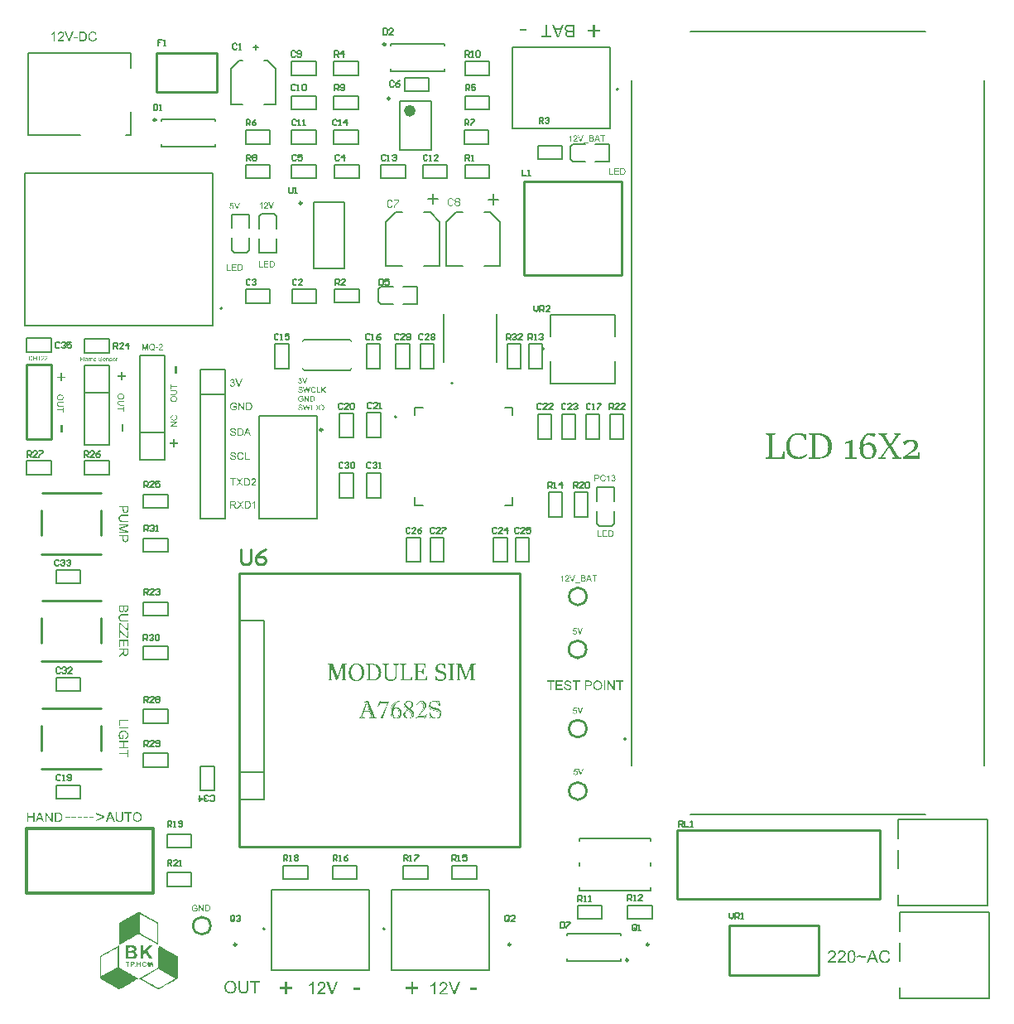
<source format=gbr>
%TF.GenerationSoftware,Altium Limited,Altium Designer,24.9.1 (31)*%
G04 Layer_Color=65535*
%FSLAX45Y45*%
%MOMM*%
%TF.SameCoordinates,7A748296-1A33-4DDC-9E1E-CBF8E45EE968*%
%TF.FilePolarity,Positive*%
%TF.FileFunction,Legend,Top*%
%TF.Part,Single*%
G01*
G75*
%TA.AperFunction,NonConductor*%
%ADD66C,0.25400*%
%ADD67C,0.25000*%
%ADD68C,0.20000*%
%ADD69C,0.12700*%
%ADD70C,0.60000*%
%ADD71C,0.15240*%
%ADD72C,0.30000*%
%ADD73C,0.17780*%
%ADD74C,0.20320*%
%ADD75C,0.15000*%
%ADD76C,0.10000*%
G36*
X907581Y1879906D02*
Y1865093D01*
X822960Y1828800D01*
Y1844539D01*
X889990Y1872314D01*
X822960Y1899904D01*
Y1915643D01*
X907581Y1879906D01*
D02*
G37*
G36*
X797732Y1861820D02*
X749034D01*
Y1877559D01*
X797732D01*
Y1861820D01*
D02*
G37*
G36*
X738109D02*
X689410D01*
Y1877559D01*
X738109D01*
Y1861820D01*
D02*
G37*
G36*
X678486D02*
X629787D01*
Y1877559D01*
X678486D01*
Y1861820D01*
D02*
G37*
G36*
X618862D02*
X570163D01*
Y1877559D01*
X618862D01*
Y1861820D01*
D02*
G37*
G36*
X559239D02*
X510540D01*
Y1877559D01*
X559239D01*
Y1861820D01*
D02*
G37*
G36*
X189467Y1823720D02*
X176708D01*
Y1868931D01*
X127059D01*
Y1823720D01*
X114300D01*
Y1919689D01*
X127059D01*
Y1880303D01*
X176708D01*
Y1919689D01*
X189467D01*
Y1823720D01*
D02*
G37*
G36*
X375581D02*
X362406D01*
X312202Y1899025D01*
Y1823720D01*
X299998D01*
Y1919689D01*
X313034D01*
X363376Y1844245D01*
Y1919689D01*
X375581D01*
Y1823720D01*
D02*
G37*
G36*
X436324Y1919551D02*
X439098Y1919412D01*
X441872Y1919135D01*
X444645Y1918719D01*
X447003Y1918302D01*
X447142D01*
X447419Y1918164D01*
X447835D01*
X448390Y1917886D01*
X449915Y1917470D01*
X451857Y1916777D01*
X454076Y1915806D01*
X456433Y1914558D01*
X458791Y1913171D01*
X461010Y1911368D01*
X461149Y1911230D01*
X461287Y1911091D01*
X461703Y1910675D01*
X462258Y1910259D01*
X463645Y1908872D01*
X465309Y1906930D01*
X467112Y1904573D01*
X469054Y1901799D01*
X470857Y1898609D01*
X472382Y1895004D01*
Y1894865D01*
X472521Y1894588D01*
X472798Y1894033D01*
X472937Y1893201D01*
X473353Y1892230D01*
X473630Y1891120D01*
X473908Y1889872D01*
X474324Y1888347D01*
X474740Y1886821D01*
X475017Y1885018D01*
X475711Y1881135D01*
X476127Y1876836D01*
X476265Y1872121D01*
Y1871982D01*
Y1871705D01*
Y1871011D01*
Y1870318D01*
X476127Y1869347D01*
Y1868238D01*
X475988Y1865603D01*
X475572Y1862552D01*
X475156Y1859362D01*
X474462Y1856033D01*
X473630Y1852705D01*
Y1852566D01*
X473492Y1852289D01*
X473353Y1851873D01*
X473214Y1851318D01*
X472659Y1849793D01*
X471827Y1847851D01*
X470995Y1845632D01*
X469886Y1843413D01*
X468499Y1841055D01*
X467112Y1838837D01*
X466973Y1838559D01*
X466419Y1837866D01*
X465587Y1836895D01*
X464477Y1835647D01*
X463229Y1834260D01*
X461703Y1832873D01*
X460178Y1831348D01*
X458375Y1830099D01*
X458098Y1829961D01*
X457543Y1829545D01*
X456572Y1828990D01*
X455185Y1828297D01*
X453521Y1827464D01*
X451579Y1826771D01*
X449361Y1825939D01*
X446864Y1825246D01*
X446587D01*
X446171Y1825107D01*
X445755Y1824968D01*
X444368Y1824829D01*
X442426Y1824552D01*
X440207Y1824275D01*
X437572Y1823997D01*
X434660Y1823859D01*
X431470Y1823720D01*
X396938D01*
Y1919689D01*
X433828D01*
X436324Y1919551D01*
D02*
G37*
G36*
X289874Y1823720D02*
X275451D01*
X264217Y1852844D01*
X223999D01*
X213598Y1823720D01*
X200145D01*
X236758Y1919689D01*
X250626D01*
X289874Y1823720D01*
D02*
G37*
G36*
X1097594Y1865880D02*
Y1865741D01*
Y1865187D01*
Y1864493D01*
Y1863522D01*
X1097455Y1862274D01*
Y1860887D01*
X1097317Y1859223D01*
X1097178Y1857559D01*
X1096762Y1853814D01*
X1096207Y1849931D01*
X1095375Y1846187D01*
X1094820Y1844384D01*
X1094266Y1842720D01*
Y1842581D01*
X1094127Y1842304D01*
X1093849Y1841888D01*
X1093572Y1841333D01*
X1092740Y1839807D01*
X1091492Y1837866D01*
X1089828Y1835647D01*
X1087886Y1833428D01*
X1085390Y1831070D01*
X1082339Y1828990D01*
X1082200D01*
X1081923Y1828713D01*
X1081507Y1828574D01*
X1080813Y1828158D01*
X1079981Y1827742D01*
X1078872Y1827326D01*
X1077762Y1826910D01*
X1076375Y1826355D01*
X1074850Y1825800D01*
X1073186Y1825384D01*
X1071383Y1824968D01*
X1069302Y1824552D01*
X1067222Y1824275D01*
X1065003Y1823997D01*
X1060011Y1823720D01*
X1058762D01*
X1057792Y1823859D01*
X1056682D01*
X1055295Y1823997D01*
X1053770Y1824136D01*
X1052244Y1824275D01*
X1048777Y1824829D01*
X1045033Y1825662D01*
X1041427Y1826771D01*
X1037960Y1828297D01*
X1037821D01*
X1037544Y1828574D01*
X1037128Y1828851D01*
X1036573Y1829129D01*
X1035047Y1830238D01*
X1033245Y1831764D01*
X1031164Y1833705D01*
X1029223Y1835924D01*
X1027281Y1838698D01*
X1025756Y1841749D01*
Y1841888D01*
X1025617Y1842165D01*
X1025478Y1842720D01*
X1025201Y1843413D01*
X1024924Y1844245D01*
X1024646Y1845355D01*
X1024230Y1846603D01*
X1023953Y1848128D01*
X1023675Y1849793D01*
X1023259Y1851595D01*
X1022982Y1853537D01*
X1022705Y1855617D01*
X1022427Y1857975D01*
X1022289Y1860471D01*
X1022150Y1863106D01*
Y1865880D01*
Y1921354D01*
X1034909D01*
Y1865880D01*
Y1865741D01*
Y1865325D01*
Y1864632D01*
Y1863800D01*
X1035047Y1862829D01*
Y1861581D01*
X1035186Y1858946D01*
X1035464Y1855895D01*
X1035880Y1852844D01*
X1036434Y1849931D01*
X1036712Y1848683D01*
X1037128Y1847435D01*
X1037266Y1847158D01*
X1037544Y1846464D01*
X1038237Y1845493D01*
X1039069Y1844107D01*
X1040040Y1842720D01*
X1041427Y1841194D01*
X1043091Y1839669D01*
X1045033Y1838421D01*
X1045310Y1838282D01*
X1046003Y1837866D01*
X1047252Y1837450D01*
X1048916Y1836895D01*
X1050857Y1836202D01*
X1053354Y1835786D01*
X1055989Y1835369D01*
X1058901Y1835231D01*
X1060288D01*
X1061120Y1835369D01*
X1062368D01*
X1063616Y1835508D01*
X1066667Y1836063D01*
X1069996Y1836756D01*
X1073186Y1837866D01*
X1076237Y1839391D01*
X1077623Y1840362D01*
X1078872Y1841472D01*
X1079010Y1841610D01*
X1079149Y1841749D01*
X1079426Y1842165D01*
X1079842Y1842720D01*
X1080258Y1843552D01*
X1080813Y1844384D01*
X1081368Y1845632D01*
X1081923Y1846880D01*
X1082477Y1848406D01*
X1082893Y1850209D01*
X1083448Y1852289D01*
X1083864Y1854508D01*
X1084280Y1857004D01*
X1084558Y1859639D01*
X1084835Y1862690D01*
Y1865880D01*
Y1921354D01*
X1097594D01*
Y1865880D01*
D02*
G37*
G36*
X1187600Y1909981D02*
X1155980D01*
Y1825384D01*
X1143221D01*
Y1909981D01*
X1111601D01*
Y1921354D01*
X1187600D01*
Y1909981D01*
D02*
G37*
G36*
X1011749Y1825384D02*
X997325D01*
X986092Y1854508D01*
X945874D01*
X935472Y1825384D01*
X922020D01*
X958633Y1921354D01*
X972501D01*
X1011749Y1825384D01*
D02*
G37*
G36*
X1245015Y1922879D02*
X1246263D01*
X1247511Y1922740D01*
X1249176Y1922463D01*
X1250840Y1922186D01*
X1254446Y1921492D01*
X1258606Y1920383D01*
X1262628Y1918719D01*
X1264708Y1917748D01*
X1266788Y1916638D01*
X1266927Y1916500D01*
X1267204Y1916361D01*
X1267759Y1915945D01*
X1268591Y1915529D01*
X1269423Y1914835D01*
X1270533Y1914003D01*
X1272891Y1912062D01*
X1275387Y1909565D01*
X1278161Y1906514D01*
X1280796Y1902909D01*
X1283014Y1898887D01*
Y1898748D01*
X1283292Y1898332D01*
X1283569Y1897777D01*
X1283847Y1896945D01*
X1284401Y1895836D01*
X1284817Y1894588D01*
X1285372Y1893062D01*
X1285927Y1891398D01*
X1286343Y1889595D01*
X1286898Y1887653D01*
X1287452Y1885434D01*
X1287868Y1883215D01*
X1288423Y1878361D01*
X1288700Y1873092D01*
Y1872953D01*
Y1872398D01*
Y1871705D01*
X1288562Y1870595D01*
Y1869347D01*
X1288423Y1867822D01*
X1288146Y1866157D01*
X1288007Y1864354D01*
X1287314Y1860333D01*
X1286204Y1855895D01*
X1284679Y1851457D01*
X1283847Y1849238D01*
X1282737Y1847019D01*
Y1846880D01*
X1282460Y1846464D01*
X1282182Y1845909D01*
X1281628Y1845077D01*
X1281073Y1844107D01*
X1280379Y1843136D01*
X1278438Y1840501D01*
X1276080Y1837727D01*
X1273307Y1834815D01*
X1269978Y1832041D01*
X1266095Y1829545D01*
X1265956D01*
X1265679Y1829267D01*
X1264986Y1828990D01*
X1264153Y1828574D01*
X1263183Y1828158D01*
X1262073Y1827742D01*
X1260686Y1827187D01*
X1259161Y1826632D01*
X1257497Y1826078D01*
X1255694Y1825523D01*
X1251672Y1824691D01*
X1247373Y1823997D01*
X1242796Y1823720D01*
X1241409D01*
X1240577Y1823859D01*
X1239329D01*
X1237942Y1824136D01*
X1236417Y1824275D01*
X1234614Y1824552D01*
X1230869Y1825384D01*
X1226847Y1826494D01*
X1222687Y1828158D01*
X1220607Y1829129D01*
X1218526Y1830238D01*
X1218388Y1830377D01*
X1218110Y1830516D01*
X1217556Y1830932D01*
X1216723Y1831486D01*
X1215891Y1832041D01*
X1214921Y1832873D01*
X1212563Y1834953D01*
X1209928Y1837450D01*
X1207154Y1840501D01*
X1204658Y1843968D01*
X1202300Y1847990D01*
Y1848128D01*
X1202023Y1848544D01*
X1201746Y1849099D01*
X1201468Y1849931D01*
X1201052Y1851041D01*
X1200636Y1852289D01*
X1200081Y1853676D01*
X1199665Y1855201D01*
X1199111Y1857004D01*
X1198556Y1858807D01*
X1197724Y1862968D01*
X1197169Y1867267D01*
X1196892Y1871982D01*
Y1872121D01*
Y1872259D01*
Y1873092D01*
X1197030Y1874340D01*
Y1876004D01*
X1197308Y1877945D01*
X1197585Y1880303D01*
X1198001Y1882938D01*
X1198556Y1885712D01*
X1199111Y1888624D01*
X1199943Y1891675D01*
X1201052Y1894726D01*
X1202300Y1897916D01*
X1203687Y1900967D01*
X1205490Y1904018D01*
X1207432Y1906792D01*
X1209651Y1909427D01*
X1209789Y1909565D01*
X1210205Y1909981D01*
X1211037Y1910675D01*
X1212008Y1911507D01*
X1213256Y1912616D01*
X1214782Y1913726D01*
X1216585Y1914974D01*
X1218665Y1916222D01*
X1220884Y1917470D01*
X1223380Y1918719D01*
X1226154Y1919828D01*
X1229066Y1920937D01*
X1232256Y1921770D01*
X1235585Y1922463D01*
X1239052Y1922879D01*
X1242796Y1923018D01*
X1244044D01*
X1245015Y1922879D01*
D02*
G37*
G36*
X4193522Y3398331D02*
X4185374D01*
X4177227Y3423884D01*
Y3424254D01*
X4176857Y3424995D01*
X4175375Y3426846D01*
X4175005Y3427217D01*
X4174635Y3427587D01*
X4173524Y3427957D01*
X4172042Y3428328D01*
X4112049D01*
Y3362038D01*
X4152415D01*
X4153526Y3362409D01*
X4154267Y3362779D01*
X4154637Y3363149D01*
X4155007Y3363520D01*
X4156118Y3365742D01*
X4162784Y3386110D01*
X4169820D01*
Y3327597D01*
X4162784D01*
X4156118Y3347225D01*
Y3347595D01*
X4155748Y3348336D01*
X4154267Y3350188D01*
Y3350558D01*
X4153526Y3350928D01*
X4152415Y3351299D01*
X4150934Y3351669D01*
X4112049D01*
Y3278343D01*
X4183523D01*
X4184634Y3278714D01*
X4185745Y3279454D01*
X4186115Y3279825D01*
X4186485Y3280195D01*
X4187226Y3281306D01*
X4187596Y3282787D01*
X4195373Y3312043D01*
X4203521D01*
Y3267974D01*
X4067609D01*
Y3274270D01*
X4083903Y3277973D01*
X4084274D01*
X4085385Y3278714D01*
X4086496Y3279454D01*
X4087607Y3280565D01*
X4087977Y3280936D01*
X4088718Y3281676D01*
X4089088Y3283158D01*
X4089458Y3285009D01*
Y3421291D01*
Y3421662D01*
X4089088Y3423143D01*
X4088718Y3424624D01*
X4087607Y3426106D01*
X4087236Y3426476D01*
X4086496Y3427217D01*
X4085385Y3427957D01*
X4083903Y3428328D01*
X4067609Y3432031D01*
Y3438697D01*
X4193522D01*
Y3398331D01*
D02*
G37*
G36*
X4355357Y3442030D02*
X4358319Y3441660D01*
X4364245Y3440919D01*
X4364615D01*
X4365726Y3440549D01*
X4367207D01*
X4369429Y3440178D01*
X4374244Y3439067D01*
X4380169Y3437956D01*
X4380539D01*
X4381650Y3437586D01*
X4383132Y3437216D01*
X4384983Y3436845D01*
X4389798Y3435364D01*
X4394982Y3433883D01*
Y3393146D01*
X4387205D01*
X4379058Y3416107D01*
Y3416477D01*
X4378688Y3417218D01*
X4377947Y3418329D01*
X4376836Y3419440D01*
X4376466Y3419810D01*
X4376095Y3420180D01*
X4373873Y3422032D01*
X4373133Y3422402D01*
X4371281Y3423513D01*
X4368689Y3424995D01*
X4364985Y3426476D01*
X4364615D01*
X4364245Y3426846D01*
X4363134Y3427217D01*
X4361652Y3427587D01*
X4358319Y3428698D01*
X4354246Y3429439D01*
X4353875D01*
X4353505Y3429809D01*
X4350913Y3430179D01*
X4347950Y3430550D01*
X4342025D01*
X4339433Y3430179D01*
X4336100Y3429439D01*
X4332026Y3428698D01*
X4328323Y3427217D01*
X4324249Y3425365D01*
X4320916Y3422773D01*
X4320546Y3422402D01*
X4319805Y3421291D01*
X4318324Y3419810D01*
X4316842Y3417588D01*
X4315361Y3414996D01*
X4313880Y3411663D01*
X4313139Y3407589D01*
X4312769Y3403515D01*
Y3403145D01*
Y3401664D01*
X4313139Y3399812D01*
X4313509Y3397590D01*
X4313880Y3394627D01*
X4314620Y3391294D01*
X4315731Y3387961D01*
X4317213Y3384628D01*
X4317583Y3384258D01*
X4318324Y3383147D01*
X4319435Y3381666D01*
X4321286Y3379444D01*
X4323879Y3377222D01*
X4327212Y3375000D01*
X4331285Y3372778D01*
X4336100Y3370556D01*
X4336470D01*
X4337581Y3370186D01*
X4339433Y3369445D01*
X4341655Y3368704D01*
X4344617Y3367593D01*
X4347580Y3366853D01*
X4353875Y3365001D01*
X4354246D01*
X4355357Y3364631D01*
X4357208Y3364260D01*
X4359801Y3363520D01*
X4362393Y3362409D01*
X4365726Y3361298D01*
X4373133Y3358335D01*
X4373503D01*
X4374614Y3357965D01*
X4376095Y3357224D01*
X4377947Y3356113D01*
X4382761Y3353521D01*
X4387946Y3350188D01*
X4388316Y3349817D01*
X4389057Y3349447D01*
X4390538Y3347966D01*
X4392020Y3346484D01*
X4393871Y3344633D01*
X4395723Y3342411D01*
X4399426Y3336856D01*
X4399797Y3336485D01*
X4400167Y3335374D01*
X4400908Y3333893D01*
X4401648Y3331301D01*
X4402389Y3328708D01*
X4403130Y3325005D01*
X4403870Y3321302D01*
Y3316858D01*
Y3316117D01*
Y3314636D01*
X4403500Y3312043D01*
X4403130Y3308710D01*
X4402389Y3305007D01*
X4400908Y3300933D01*
X4399426Y3296119D01*
X4397204Y3291675D01*
X4396834Y3291305D01*
X4396093Y3289823D01*
X4394612Y3287231D01*
X4392390Y3284639D01*
X4389427Y3281306D01*
X4386094Y3277973D01*
X4381650Y3274640D01*
X4376836Y3271677D01*
X4376095Y3271307D01*
X4374244Y3270566D01*
X4371281Y3269085D01*
X4367207Y3267974D01*
X4362023Y3266493D01*
X4355727Y3265011D01*
X4348691Y3264271D01*
X4340544Y3263900D01*
X4337581D01*
X4335729Y3264271D01*
X4333507D01*
X4330545Y3264641D01*
X4324619Y3265752D01*
X4324249D01*
X4323138Y3266122D01*
X4321657Y3266493D01*
X4319435Y3266863D01*
X4316842Y3267233D01*
X4313880Y3267974D01*
X4307584Y3269455D01*
X4307214D01*
X4306103Y3269826D01*
X4304251Y3270566D01*
X4302029Y3270937D01*
X4299437Y3272048D01*
X4296474Y3272788D01*
X4289808Y3274640D01*
X4287216Y3319080D01*
X4294993D01*
X4304251Y3294267D01*
Y3293897D01*
X4304621Y3293156D01*
X4305362Y3292416D01*
X4306473Y3290934D01*
X4306843Y3290564D01*
X4307584Y3289823D01*
X4309806Y3287972D01*
X4310176D01*
X4310917Y3287602D01*
X4312028Y3286861D01*
X4313509Y3286120D01*
X4317213Y3283898D01*
X4322027Y3281676D01*
X4322397D01*
X4323138Y3281306D01*
X4324619Y3280565D01*
X4326471Y3280195D01*
X4330545Y3278714D01*
X4335359Y3277232D01*
X4335729D01*
X4336470Y3276862D01*
X4337581D01*
X4339433Y3276492D01*
X4343136Y3276121D01*
X4347209Y3275751D01*
X4349802D01*
X4352764Y3276121D01*
X4356468Y3276862D01*
X4360541Y3277973D01*
X4364985Y3279454D01*
X4369059Y3281306D01*
X4372762Y3284269D01*
X4373133Y3284639D01*
X4374244Y3285750D01*
X4375725Y3287972D01*
X4377577Y3290564D01*
X4379428Y3293897D01*
X4380910Y3297971D01*
X4382021Y3302785D01*
X4382391Y3308340D01*
Y3308710D01*
Y3310192D01*
X4382021Y3312414D01*
X4381650Y3315006D01*
X4380910Y3317969D01*
X4379799Y3320931D01*
X4378317Y3323894D01*
X4376095Y3326857D01*
X4375725Y3327227D01*
X4374984Y3327968D01*
X4373503Y3329449D01*
X4371651Y3331301D01*
X4369429Y3333152D01*
X4366467Y3335004D01*
X4363134Y3336856D01*
X4359430Y3338707D01*
X4359060D01*
X4357949Y3339448D01*
X4356097Y3340189D01*
X4353505Y3340929D01*
X4350913Y3341670D01*
X4347580Y3342781D01*
X4340544Y3344633D01*
X4340173D01*
X4339062Y3345003D01*
X4337211Y3345373D01*
X4334618Y3346114D01*
X4332026Y3347225D01*
X4328693Y3347966D01*
X4322027Y3350558D01*
X4321286Y3350928D01*
X4319805Y3351669D01*
X4317213Y3352780D01*
X4313880Y3354632D01*
X4310547Y3356854D01*
X4306843Y3359816D01*
X4303510Y3362779D01*
X4300177Y3366482D01*
X4299807Y3366853D01*
X4299066Y3368334D01*
X4297585Y3370556D01*
X4296474Y3373889D01*
X4294993Y3377592D01*
X4293511Y3381666D01*
X4292771Y3386850D01*
X4292400Y3392035D01*
Y3392776D01*
Y3394257D01*
X4292771Y3397220D01*
X4293141Y3400553D01*
X4294252Y3404626D01*
X4295363Y3408700D01*
X4297215Y3413144D01*
X4299437Y3417588D01*
X4299807Y3417958D01*
X4300918Y3419440D01*
X4302399Y3421662D01*
X4304621Y3424254D01*
X4307584Y3427217D01*
X4310917Y3430179D01*
X4314620Y3433142D01*
X4319064Y3435734D01*
X4319805Y3436105D01*
X4321286Y3436845D01*
X4323879Y3437956D01*
X4327212Y3439067D01*
X4331656Y3440178D01*
X4336100Y3441289D01*
X4341655Y3442030D01*
X4347209Y3442400D01*
X4352764D01*
X4355357Y3442030D01*
D02*
G37*
G36*
X4703469Y3432031D02*
X4687545Y3428328D01*
X4687174D01*
X4686063Y3427957D01*
X4684582Y3427217D01*
X4683101Y3425735D01*
X4682730Y3425365D01*
X4682360Y3424624D01*
X4681990Y3423143D01*
X4681619Y3421291D01*
Y3285009D01*
Y3284639D01*
X4681990Y3283158D01*
X4682360Y3281676D01*
X4683101Y3280195D01*
X4683471Y3279825D01*
X4684212Y3279454D01*
X4685693Y3278714D01*
X4687545Y3277973D01*
X4703469Y3274270D01*
Y3267974D01*
X4637179D01*
Y3274270D01*
X4653474Y3277973D01*
X4653844D01*
X4654955Y3278714D01*
X4656066Y3279454D01*
X4657177Y3280565D01*
X4657548Y3280936D01*
X4658288Y3281676D01*
X4658659Y3283158D01*
X4659029Y3285009D01*
Y3426476D01*
X4658659D01*
X4651993Y3407589D01*
X4611627Y3295749D01*
X4599035Y3267974D01*
X4592740D01*
X4542374Y3407589D01*
X4535708Y3426476D01*
X4535338D01*
Y3285750D01*
Y3285380D01*
X4535708Y3283898D01*
X4536079Y3282417D01*
X4536819Y3280936D01*
X4537190Y3280565D01*
X4537930Y3280195D01*
X4539412Y3279454D01*
X4540893Y3278714D01*
X4557188Y3274270D01*
Y3267974D01*
X4502008D01*
Y3274270D01*
X4518303Y3278714D01*
X4518673D01*
X4519784Y3279454D01*
X4520895Y3280195D01*
X4522006Y3281306D01*
X4522377Y3281676D01*
X4523117Y3282417D01*
X4523488Y3283898D01*
X4523858Y3285750D01*
Y3421291D01*
Y3421662D01*
X4523488Y3423143D01*
X4523117Y3424624D01*
X4522006Y3426106D01*
X4521636Y3426476D01*
X4520895Y3427217D01*
X4519784Y3427957D01*
X4518303Y3428328D01*
X4502008Y3432031D01*
Y3438697D01*
X4554595D01*
X4594591Y3327968D01*
X4602739Y3303526D01*
X4603109D01*
X4651622Y3438697D01*
X4703469D01*
Y3432031D01*
D02*
G37*
G36*
X3389161Y3432031D02*
X3373236Y3428327D01*
X3372866D01*
X3371755Y3427957D01*
X3370274Y3427216D01*
X3368792Y3425735D01*
X3368422Y3425365D01*
X3368052Y3424624D01*
X3367681Y3423143D01*
X3367311Y3421291D01*
Y3285009D01*
Y3284639D01*
X3367681Y3283157D01*
X3368052Y3281676D01*
X3368792Y3280195D01*
X3369163Y3279824D01*
X3369903Y3279454D01*
X3371385Y3278713D01*
X3373236Y3277973D01*
X3389161Y3274269D01*
Y3267974D01*
X3322871D01*
Y3274269D01*
X3339166Y3277973D01*
X3339536D01*
X3340647Y3278713D01*
X3341758Y3279454D01*
X3342869Y3280565D01*
X3343239Y3280935D01*
X3343980Y3281676D01*
X3344350Y3283157D01*
X3344721Y3285009D01*
Y3426476D01*
X3344350D01*
X3337684Y3407589D01*
X3297318Y3295749D01*
X3284727Y3267974D01*
X3278431D01*
X3228066Y3407589D01*
X3221400Y3426476D01*
X3221030D01*
Y3285750D01*
Y3285379D01*
X3221400Y3283898D01*
X3221771Y3282417D01*
X3222511Y3280935D01*
X3222882Y3280565D01*
X3223622Y3280195D01*
X3225104Y3279454D01*
X3226585Y3278713D01*
X3242879Y3274269D01*
Y3267974D01*
X3187700D01*
Y3274269D01*
X3203995Y3278713D01*
X3204365D01*
X3205476Y3279454D01*
X3206587Y3280195D01*
X3207698Y3281306D01*
X3208068Y3281676D01*
X3208809Y3282417D01*
X3209179Y3283898D01*
X3209550Y3285750D01*
Y3421291D01*
Y3421661D01*
X3209179Y3423143D01*
X3208809Y3424624D01*
X3207698Y3426105D01*
X3207328Y3426476D01*
X3206587Y3427216D01*
X3205476Y3427957D01*
X3203995Y3428327D01*
X3187700Y3432031D01*
Y3438697D01*
X3240287D01*
X3280283Y3327967D01*
X3288430Y3303526D01*
X3288801D01*
X3337314Y3438697D01*
X3389161D01*
Y3432031D01*
D02*
G37*
G36*
X3918365Y3432031D02*
X3902070Y3427587D01*
X3901700D01*
X3900589Y3426846D01*
X3899478Y3426105D01*
X3897997Y3424994D01*
X3897626Y3424624D01*
X3897256Y3423883D01*
X3896886Y3422402D01*
X3896515Y3420550D01*
Y3319079D01*
Y3318339D01*
Y3316487D01*
X3896145Y3313895D01*
X3895775Y3310191D01*
X3895034Y3306118D01*
X3893923Y3301674D01*
X3892442Y3297230D01*
X3890220Y3293156D01*
X3889849Y3292786D01*
X3889109Y3291305D01*
X3887998Y3289453D01*
X3886146Y3287231D01*
X3883924Y3284268D01*
X3881332Y3281676D01*
X3877999Y3278713D01*
X3874666Y3276121D01*
X3874296Y3275751D01*
X3873185Y3275010D01*
X3870963Y3273899D01*
X3868370Y3272788D01*
X3865408Y3270936D01*
X3861704Y3269455D01*
X3853927Y3266863D01*
X3853557D01*
X3852076Y3266492D01*
X3850224Y3266122D01*
X3847632Y3265381D01*
X3844299Y3265011D01*
X3840966Y3264270D01*
X3834300Y3263900D01*
X3830967D01*
X3826893Y3264270D01*
X3822079Y3264641D01*
X3816524Y3265752D01*
X3810598Y3266863D01*
X3804673Y3268714D01*
X3799118Y3270936D01*
X3798377Y3271307D01*
X3796896Y3272047D01*
X3794304Y3273899D01*
X3791341Y3275751D01*
X3788008Y3278713D01*
X3784305Y3281676D01*
X3780972Y3285379D01*
X3778009Y3289453D01*
X3777639Y3289823D01*
X3776898Y3291305D01*
X3775787Y3293897D01*
X3774676Y3296860D01*
X3773195Y3300563D01*
X3772084Y3304637D01*
X3771343Y3309081D01*
X3770973Y3313895D01*
Y3421291D01*
Y3421661D01*
X3770603Y3423143D01*
X3770232Y3424624D01*
X3769121Y3426105D01*
X3768751Y3426476D01*
X3768010Y3427216D01*
X3766899Y3427957D01*
X3765418Y3428327D01*
X3749123Y3432031D01*
Y3438697D01*
X3815783D01*
Y3432031D01*
X3799488Y3428327D01*
X3799118D01*
X3798007Y3427957D01*
X3796896Y3427216D01*
X3795415Y3425735D01*
X3795044Y3425365D01*
X3794674Y3424624D01*
X3794304Y3423143D01*
X3793933Y3421291D01*
Y3321672D01*
Y3321301D01*
Y3320561D01*
Y3319079D01*
X3794304Y3317228D01*
X3794674Y3312784D01*
X3795415Y3307229D01*
Y3306859D01*
X3795785Y3306118D01*
X3796155Y3304637D01*
X3796896Y3302785D01*
X3798748Y3297971D01*
X3801710Y3292786D01*
X3802081Y3292416D01*
X3802451Y3291675D01*
X3803562Y3290194D01*
X3805043Y3288712D01*
X3807265Y3286861D01*
X3809487Y3285009D01*
X3812080Y3283157D01*
X3815042Y3281306D01*
X3815413D01*
X3816524Y3280565D01*
X3818746Y3280195D01*
X3821338Y3279454D01*
X3824671Y3278713D01*
X3828374Y3277973D01*
X3832818Y3277602D01*
X3838003Y3277232D01*
X3840225D01*
X3842817Y3277602D01*
X3846150Y3277973D01*
X3849854Y3278343D01*
X3853557Y3279084D01*
X3857260Y3280195D01*
X3860964Y3281676D01*
X3861334Y3282046D01*
X3862445Y3282417D01*
X3864297Y3283528D01*
X3866148Y3284639D01*
X3870963Y3288342D01*
X3873185Y3290564D01*
X3875407Y3292786D01*
X3875777Y3293156D01*
X3876147Y3293897D01*
X3877258Y3295378D01*
X3878369Y3297230D01*
X3880591Y3302044D01*
X3882813Y3307229D01*
Y3307599D01*
X3883183Y3308710D01*
X3883554Y3310191D01*
X3883924Y3312043D01*
X3884665Y3316487D01*
X3885035Y3321301D01*
Y3420550D01*
Y3420921D01*
X3884665Y3422402D01*
X3884294Y3423513D01*
X3883183Y3424994D01*
X3882813Y3425365D01*
X3882073Y3426105D01*
X3880962Y3426846D01*
X3879480Y3427587D01*
X3863186Y3432031D01*
Y3438697D01*
X3918365Y3438697D01*
Y3432031D01*
D02*
G37*
G36*
X4487565D02*
X4471271Y3428328D01*
X4470900D01*
X4469789Y3427957D01*
X4468678Y3427217D01*
X4467197Y3425735D01*
X4466827Y3425365D01*
X4466456Y3424624D01*
X4466086Y3423143D01*
X4465716Y3421291D01*
Y3285009D01*
Y3284639D01*
X4466086Y3283158D01*
X4466456Y3281676D01*
X4467197Y3280195D01*
X4467567Y3279825D01*
X4468308Y3279454D01*
X4469419Y3278714D01*
X4471271Y3277973D01*
X4487565Y3274270D01*
Y3267974D01*
X4420906D01*
Y3274270D01*
X4437200Y3277973D01*
X4437570D01*
X4438681Y3278714D01*
X4440163Y3279454D01*
X4441274Y3280565D01*
X4441644Y3280936D01*
X4442014Y3281676D01*
X4442385Y3283158D01*
X4442755Y3285009D01*
Y3421291D01*
Y3421662D01*
Y3423143D01*
X4442014Y3424624D01*
X4441274Y3426106D01*
X4440903Y3426476D01*
X4440163Y3427217D01*
X4439052Y3427957D01*
X4437200Y3428328D01*
X4420906Y3432031D01*
Y3438697D01*
X4487565D01*
Y3432031D01*
D02*
G37*
G36*
X3996135D02*
X3979470Y3428328D01*
X3979099D01*
X3977988Y3427957D01*
X3976507Y3427217D01*
X3975026Y3425735D01*
X3974656Y3425365D01*
X3974285Y3424624D01*
X3973915Y3423143D01*
X3973545Y3421291D01*
Y3278343D01*
X4036501D01*
X4037612Y3278714D01*
X4038723Y3279454D01*
X4039834Y3280565D01*
X4040204Y3280936D01*
X4040575Y3282047D01*
X4041315Y3284269D01*
X4050203Y3317598D01*
X4058351D01*
Y3267974D01*
X3929105D01*
Y3274270D01*
X3945399Y3277973D01*
X3945770D01*
X3946881Y3278714D01*
X3947992Y3279454D01*
X3949103Y3280565D01*
X3949473Y3280936D01*
X3950214Y3281676D01*
X3950584Y3283158D01*
X3950954Y3285009D01*
Y3421291D01*
Y3421662D01*
X3950584Y3423143D01*
X3950214Y3424624D01*
X3949103Y3426106D01*
X3948732Y3426476D01*
X3947992Y3427217D01*
X3946881Y3427957D01*
X3945399Y3428328D01*
X3929105Y3432031D01*
Y3438697D01*
X3996135D01*
Y3432031D01*
D02*
G37*
G36*
X3658392Y3438326D02*
X3661725Y3437956D01*
X3665428Y3437586D01*
X3673576Y3436104D01*
X3673946D01*
X3675427Y3435734D01*
X3677649Y3434993D01*
X3680612Y3434253D01*
X3684315Y3433142D01*
X3688019Y3431660D01*
X3696166Y3427957D01*
X3696536Y3427587D01*
X3698017Y3426846D01*
X3700239Y3425735D01*
X3703202Y3423883D01*
X3706165Y3421661D01*
X3709498Y3419069D01*
X3713201Y3416106D01*
X3716534Y3412403D01*
X3716904Y3412033D01*
X3718015Y3410551D01*
X3719867Y3408700D01*
X3721719Y3405737D01*
X3724311Y3402034D01*
X3726533Y3397960D01*
X3729125Y3393146D01*
X3731347Y3387961D01*
X3731718Y3387221D01*
X3732088Y3385369D01*
X3733199Y3382036D01*
X3734310Y3377962D01*
X3735051Y3372778D01*
X3736162Y3366852D01*
X3736532Y3359816D01*
X3736902Y3352409D01*
Y3352039D01*
Y3351298D01*
Y3349447D01*
Y3347595D01*
X3736532Y3345003D01*
X3736162Y3342410D01*
X3735421Y3335744D01*
X3733940Y3327967D01*
X3732088Y3320190D01*
X3729125Y3312043D01*
X3725052Y3304637D01*
Y3304266D01*
X3724681Y3303896D01*
X3722830Y3301674D01*
X3720237Y3298341D01*
X3716904Y3294267D01*
X3712460Y3289823D01*
X3707276Y3285009D01*
X3701350Y3280565D01*
X3694314Y3276862D01*
X3693944D01*
X3693574Y3276491D01*
X3692463Y3276121D01*
X3690981Y3275380D01*
X3686908Y3273899D01*
X3681723Y3272418D01*
X3675427Y3270936D01*
X3668021Y3269455D01*
X3659873Y3268344D01*
X3651356Y3267974D01*
X3579882D01*
Y3274269D01*
X3596176Y3277973D01*
X3596547D01*
X3597658Y3278713D01*
X3598769Y3279454D01*
X3599880Y3280565D01*
X3600250Y3280935D01*
X3600991Y3281676D01*
X3601361Y3283157D01*
X3601731Y3285009D01*
Y3421291D01*
Y3421661D01*
X3601361Y3423143D01*
X3600991Y3424624D01*
X3599880Y3426105D01*
X3599509Y3426476D01*
X3598769Y3427216D01*
X3597658Y3427957D01*
X3596176Y3428327D01*
X3579882Y3432031D01*
Y3438697D01*
X3655800D01*
X3658392Y3438326D01*
D02*
G37*
G36*
X3491372Y3442030D02*
X3494335Y3441659D01*
X3500260Y3440919D01*
X3507297Y3439437D01*
X3514703Y3437215D01*
X3522110Y3434253D01*
X3529146Y3430179D01*
X3529516D01*
X3529887Y3429809D01*
X3532109Y3427957D01*
X3535071Y3425365D01*
X3539145Y3421661D01*
X3543219Y3416847D01*
X3547663Y3411292D01*
X3551736Y3404996D01*
X3555440Y3397590D01*
Y3397220D01*
X3555810Y3396849D01*
X3556180Y3395738D01*
X3556921Y3394257D01*
X3557291Y3392035D01*
X3558032Y3389813D01*
X3559884Y3384628D01*
X3561365Y3377962D01*
X3562476Y3370556D01*
X3563587Y3362038D01*
X3563957Y3353150D01*
Y3352409D01*
Y3350187D01*
X3563587Y3347225D01*
Y3343151D01*
X3562846Y3337966D01*
X3562106Y3332782D01*
X3560995Y3326856D01*
X3559513Y3320931D01*
X3559143Y3320190D01*
X3558773Y3318339D01*
X3557662Y3315376D01*
X3556180Y3311302D01*
X3553958Y3306859D01*
X3551736Y3302044D01*
X3548774Y3296860D01*
X3545441Y3292045D01*
X3545070Y3291305D01*
X3543589Y3289823D01*
X3541737Y3287601D01*
X3538775Y3284639D01*
X3535071Y3281306D01*
X3530998Y3277973D01*
X3526183Y3274269D01*
X3520628Y3271307D01*
X3519888Y3270936D01*
X3518036Y3270196D01*
X3514703Y3269085D01*
X3510259Y3267603D01*
X3505075Y3266122D01*
X3498779Y3265011D01*
X3492113Y3264270D01*
X3484336Y3263900D01*
X3481744D01*
X3480262Y3264270D01*
X3478040D01*
X3475448Y3264641D01*
X3469523Y3265381D01*
X3462857Y3266492D01*
X3455450Y3268714D01*
X3448414Y3271307D01*
X3441377Y3275010D01*
X3441007D01*
X3440637Y3275380D01*
X3438415Y3277232D01*
X3435452Y3279824D01*
X3431378Y3283157D01*
X3426934Y3287601D01*
X3422490Y3293156D01*
X3418047Y3299452D01*
X3414343Y3306488D01*
Y3306859D01*
X3413973Y3307599D01*
X3413603Y3308710D01*
X3412862Y3310191D01*
X3412121Y3312043D01*
X3411381Y3314265D01*
X3409899Y3319820D01*
X3408048Y3326856D01*
X3406566Y3334633D01*
X3405455Y3343521D01*
X3405085Y3353150D01*
Y3353520D01*
Y3354261D01*
Y3355742D01*
Y3357224D01*
X3405455Y3359446D01*
Y3362038D01*
X3406196Y3367963D01*
X3407307Y3375000D01*
X3409159Y3382406D01*
X3411381Y3390183D01*
X3414343Y3397960D01*
Y3398331D01*
X3414714Y3398701D01*
X3415454Y3399812D01*
X3416195Y3401293D01*
X3418417Y3404996D01*
X3421379Y3409811D01*
X3425453Y3414625D01*
X3429897Y3420180D01*
X3435452Y3425365D01*
X3441748Y3430179D01*
X3442118D01*
X3442488Y3430549D01*
X3443599Y3431290D01*
X3445081Y3432031D01*
X3448784Y3433882D01*
X3453969Y3436475D01*
X3460264Y3438697D01*
X3467671Y3440548D01*
X3475818Y3442030D01*
X3484706Y3442400D01*
X3489150D01*
X3491372Y3442030D01*
D02*
G37*
G36*
X1260701Y903212D02*
X1265885Y900990D01*
X1270329Y898768D01*
X1271811Y897286D01*
X1272551D01*
X1282920Y891361D01*
X1291808Y886177D01*
X1295512Y883955D01*
X1298474Y882473D01*
X1299956Y881733D01*
X1300696Y880992D01*
X1304400Y878770D01*
X1308844Y875807D01*
X1312547Y873585D01*
X1313288Y872845D01*
X1314028D01*
X1321435Y869141D01*
X1327360Y865438D01*
X1331804Y863216D01*
X1332545Y862475D01*
X1333286D01*
X1350321Y852847D01*
X1366616Y843959D01*
X1379947Y836552D01*
X1391798Y829886D01*
X1401427Y823961D01*
X1408833Y820257D01*
X1413277Y817295D01*
X1414759Y816554D01*
X1425869Y809888D01*
X1434757Y804703D01*
X1441423Y801000D01*
X1445867Y798038D01*
X1448829Y796556D01*
X1451051Y795075D01*
X1451792Y794334D01*
X1457717Y790631D01*
Y678791D01*
Y662496D01*
Y646942D01*
Y633610D01*
Y621759D01*
X1456977Y612872D01*
Y605465D01*
Y601021D01*
Y600280D01*
Y599540D01*
Y593614D01*
Y589170D01*
X1456236Y581023D01*
Y575098D01*
Y571394D01*
Y568432D01*
Y567691D01*
Y566950D01*
X1454755Y567691D01*
X1453273D01*
X1451051Y568432D01*
X1450311Y569172D01*
X1448089Y570654D01*
X1445867Y571394D01*
X1444385Y572876D01*
X1443645D01*
X1438460Y576579D01*
X1436979Y577320D01*
X1436238D01*
X1431794Y580282D01*
X1425869Y583245D01*
X1418462Y587689D01*
X1411055Y592133D01*
X1403649Y595836D01*
X1397723Y599540D01*
X1393279Y601762D01*
X1392539Y602502D01*
X1391798D01*
X1379207Y609909D01*
X1369578Y615834D01*
X1360690Y621019D01*
X1354765Y624722D01*
X1349580Y627685D01*
X1345877Y629907D01*
X1344396Y631388D01*
X1343655D01*
X1338470Y633610D01*
X1333286Y636573D01*
X1328842Y638795D01*
X1328101Y639535D01*
X1327360D01*
X1321435Y643239D01*
X1316250Y646942D01*
X1312547Y648423D01*
X1311066Y649164D01*
X1305140Y652867D01*
X1299215Y655830D01*
X1294771Y658052D01*
X1294030Y658793D01*
X1293290D01*
X1286624Y663237D01*
X1281439Y666199D01*
X1278476Y668421D01*
X1276995Y669162D01*
X1271811Y672125D01*
X1267367Y674347D01*
X1264404Y675087D01*
X1263663Y675828D01*
X1260701Y677309D01*
X1258479Y678791D01*
X1257738D01*
X1255516Y678050D01*
X1252553Y676569D01*
X1250331Y675087D01*
X1248850Y674347D01*
X1242925Y671384D01*
X1237740Y669162D01*
X1234037Y666940D01*
X1233296Y666199D01*
X1232555D01*
X1228111Y663977D01*
X1223667Y661015D01*
X1212557Y654349D01*
X1207373Y651386D01*
X1202929Y649164D01*
X1199966Y647683D01*
X1199225Y646942D01*
X1182190Y637313D01*
X1174043Y632129D01*
X1166636Y628425D01*
X1160711Y624722D01*
X1156267Y621759D01*
X1153304Y620278D01*
X1151823Y619537D01*
X1134047Y609909D01*
X1126640Y605465D01*
X1119974Y601762D01*
X1114049Y598058D01*
X1109605Y595836D01*
X1106642Y594355D01*
X1105902Y593614D01*
X1098495Y589170D01*
X1092570Y585467D01*
X1088126Y583245D01*
X1084423Y581023D01*
X1081460Y579542D01*
X1079979Y578060D01*
X1078497Y577320D01*
X1073313Y575098D01*
X1069609Y572876D01*
X1066647Y571394D01*
X1065906Y570654D01*
X1062943Y569172D01*
X1061462Y568432D01*
X1060721Y567691D01*
X1059981D01*
X1059240Y569172D01*
X1058499Y569913D01*
Y570654D01*
Y572135D01*
Y575098D01*
Y580282D01*
Y584726D01*
Y586208D01*
Y586948D01*
Y590652D01*
Y596577D01*
Y603243D01*
Y609909D01*
Y616575D01*
Y621759D01*
Y625463D01*
Y626944D01*
X1059240Y652127D01*
Y663977D01*
Y675087D01*
Y684716D01*
Y691382D01*
Y694345D01*
Y696567D01*
Y697307D01*
Y698048D01*
Y790631D01*
X1065165Y795075D01*
X1066647Y795816D01*
X1069609Y797297D01*
X1076275Y801741D01*
X1079238Y803222D01*
X1082201Y805444D01*
X1084423Y806185D01*
X1085163Y806925D01*
X1099236Y815073D01*
X1105902Y818776D01*
X1111827Y822479D01*
X1117752Y826183D01*
X1121456Y828405D01*
X1124418Y829886D01*
X1125159Y830627D01*
X1142194Y839515D01*
X1149601Y843959D01*
X1156267Y847662D01*
X1162192Y850625D01*
X1166636Y852847D01*
X1169599Y854328D01*
X1170340Y855069D01*
X1178487Y859513D01*
X1185153Y863957D01*
X1190337Y866919D01*
X1194781Y869882D01*
X1198485Y872104D01*
X1200707Y873585D01*
X1201447Y874326D01*
X1202188D01*
X1208854Y878029D01*
X1214779Y881733D01*
X1219964Y884695D01*
X1220705Y885436D01*
X1221445D01*
X1228852Y889880D01*
X1234037Y892843D01*
X1237740Y894324D01*
X1238481Y895065D01*
X1243665Y898027D01*
X1247369Y899508D01*
X1250331Y900990D01*
X1251072Y901730D01*
X1254035Y903212D01*
X1256257Y904693D01*
X1258479D01*
X1260701Y903212D01*
D02*
G37*
G36*
X1389576Y561766D02*
X1394020D01*
X1394761Y561025D01*
X1393279Y559544D01*
X1391057Y556581D01*
X1388835Y553618D01*
X1387354Y552878D01*
Y552137D01*
X1381429Y546212D01*
X1375503Y540286D01*
X1371059Y535842D01*
X1370319Y535102D01*
X1369578Y534361D01*
X1362912Y526954D01*
X1357728Y521029D01*
X1354024Y517326D01*
X1352543Y516585D01*
Y515845D01*
X1348840Y511401D01*
X1346618Y509179D01*
X1345877Y508438D01*
Y507697D01*
X1347358Y506216D01*
X1349580Y501772D01*
X1351802Y497328D01*
X1353284Y495847D01*
Y495106D01*
X1359950Y485477D01*
X1365875Y475849D01*
X1368837Y472145D01*
X1371059Y469183D01*
X1371800Y466961D01*
X1372541Y466220D01*
X1379947Y454369D01*
X1383651Y449185D01*
X1385873Y444741D01*
X1388095Y441778D01*
X1389576Y438815D01*
X1391057Y437334D01*
Y436593D01*
X1393279Y432890D01*
X1395501Y429928D01*
X1396242Y427706D01*
X1396983Y426224D01*
X1397723Y424002D01*
X1396983Y423262D01*
X1377725D01*
X1374022Y424002D01*
X1371059Y424743D01*
X1368837Y425484D01*
X1365875Y426224D01*
X1365134Y426965D01*
X1363653Y429187D01*
X1360690Y433631D01*
X1357728Y438815D01*
X1354024Y444741D01*
X1351062Y449925D01*
X1348099Y455110D01*
X1345877Y458073D01*
X1345136Y459554D01*
X1339952Y467701D01*
X1336248Y473627D01*
X1333286Y478071D01*
X1332545Y478811D01*
Y479552D01*
X1331064Y482515D01*
X1329582Y484737D01*
X1327360Y487699D01*
X1326620Y488440D01*
X1325879Y487699D01*
X1324398Y486959D01*
X1322916Y486218D01*
X1322176Y485477D01*
X1316250Y481033D01*
X1314028Y478811D01*
X1313288Y478071D01*
X1302178Y466961D01*
Y448444D01*
Y442519D01*
Y437334D01*
X1301437Y434371D01*
Y432890D01*
Y429187D01*
Y427706D01*
Y426224D01*
X1298474Y424743D01*
X1294771Y424002D01*
X1291068Y423262D01*
X1283661D01*
X1279958Y424002D01*
X1278476Y424743D01*
X1277736D01*
X1276995Y425484D01*
Y426965D01*
X1276254Y431409D01*
X1275514Y435853D01*
Y436593D01*
Y437334D01*
Y443259D01*
Y451407D01*
Y461035D01*
Y469923D01*
Y478811D01*
Y486959D01*
Y489181D01*
Y491403D01*
Y492884D01*
Y493625D01*
Y503253D01*
Y512882D01*
Y521029D01*
Y527695D01*
Y533620D01*
Y537324D01*
Y540286D01*
Y541027D01*
Y547693D01*
Y552878D01*
Y555840D01*
X1276254Y558803D01*
Y560284D01*
Y561025D01*
X1276995Y561766D01*
X1301437D01*
X1302178Y531398D01*
Y522511D01*
X1302918Y515845D01*
Y511401D01*
Y510660D01*
Y509919D01*
Y506957D01*
X1303659Y505475D01*
Y502513D01*
Y501772D01*
X1304400Y502513D01*
X1305140Y503253D01*
X1308103Y506216D01*
X1311066Y509179D01*
X1312547Y510660D01*
X1319213Y518067D01*
X1326620Y524733D01*
X1328842Y527695D01*
X1331064Y529917D01*
X1332545Y531398D01*
X1333286Y532139D01*
X1362172Y562506D01*
X1387354D01*
X1389576Y561766D01*
D02*
G37*
G36*
X1195522Y561025D02*
X1199225D01*
X1204410Y560284D01*
X1208854Y559544D01*
X1211076Y558803D01*
X1211817D01*
X1218483Y554359D01*
X1222927Y549915D01*
X1225889Y546952D01*
X1226630Y546212D01*
Y545471D01*
X1230333Y538805D01*
X1231815Y532880D01*
X1232555Y528436D01*
Y526954D01*
Y526214D01*
X1231815Y521029D01*
X1231074Y516585D01*
X1229593Y513623D01*
X1228852Y512882D01*
X1225889Y508438D01*
X1222927Y505475D01*
X1220705Y502513D01*
X1219223Y501772D01*
X1213298Y496587D01*
X1219964Y493625D01*
X1225889Y489921D01*
X1230333Y485477D01*
X1233296Y481033D01*
X1236259Y477330D01*
X1237740Y472886D01*
X1238481Y469923D01*
X1239221Y467701D01*
Y466961D01*
Y460295D01*
X1238481Y454369D01*
X1236999Y449185D01*
X1234777Y444741D01*
X1232555Y441037D01*
X1230333Y438075D01*
X1228852Y436593D01*
X1228111Y435853D01*
X1222927Y430668D01*
X1217742Y427706D01*
X1213298Y426965D01*
X1212557Y426224D01*
X1211817D01*
X1207373Y425484D01*
X1200707D01*
X1192559Y424743D01*
X1184412D01*
X1177006Y424002D01*
X1164414D01*
X1123678Y423262D01*
X1122937Y490662D01*
Y501031D01*
Y509919D01*
Y518067D01*
Y525473D01*
Y530658D01*
Y535102D01*
Y538064D01*
Y538805D01*
Y545471D01*
X1123678Y550656D01*
Y555100D01*
Y557322D01*
Y558803D01*
Y559544D01*
Y560284D01*
X1125159Y561025D01*
X1128122Y561766D01*
X1191819D01*
X1195522Y561025D01*
D02*
G37*
G36*
X1323657Y393635D02*
X1324398Y392894D01*
X1325138D01*
X1328842Y391413D01*
X1330323Y390672D01*
X1331064Y389932D01*
X1333286Y387710D01*
X1334026Y386969D01*
Y386228D01*
X1335508Y383266D01*
Y382525D01*
X1334767Y381044D01*
X1333286Y380303D01*
X1331804Y379562D01*
X1331064D01*
X1328842Y380303D01*
X1326620Y381784D01*
X1325138Y382525D01*
X1324398Y383266D01*
X1322916Y385488D01*
X1321435Y386228D01*
X1320694Y386969D01*
X1319954D01*
X1318472Y387710D01*
X1311806D01*
X1309584Y386969D01*
X1308844Y386228D01*
X1308103D01*
X1306622Y384747D01*
X1305881Y383266D01*
X1305140Y381784D01*
X1304400Y381044D01*
X1302178Y376600D01*
X1301437Y375118D01*
Y374378D01*
Y371415D01*
Y369193D01*
Y366230D01*
Y365490D01*
Y361046D01*
X1302178Y358083D01*
Y356602D01*
Y355861D01*
X1304400Y352898D01*
X1305881Y352158D01*
Y351417D01*
X1309584Y349195D01*
X1313288Y348454D01*
X1315510Y347714D01*
X1316250D01*
X1319954Y349195D01*
X1322916Y350676D01*
X1324398Y352158D01*
X1325138Y352898D01*
X1328101Y356602D01*
X1328842Y357342D01*
X1330323Y358083D01*
X1332545D01*
X1334026Y357342D01*
X1334767Y355861D01*
X1335508Y352898D01*
X1334767Y350676D01*
X1334026Y349936D01*
X1331064Y346232D01*
X1327360Y343270D01*
X1324398Y341788D01*
X1323657Y341048D01*
X1322916D01*
X1318472Y340307D01*
X1314769Y339567D01*
X1311806Y340307D01*
X1311066D01*
X1306622Y341788D01*
X1302918Y344010D01*
X1299956Y345492D01*
X1299215Y346232D01*
X1296252Y349936D01*
X1294030Y353639D01*
X1292549Y361786D01*
X1291808Y364749D01*
Y367712D01*
Y369934D01*
Y370674D01*
X1292549Y376600D01*
X1294771Y381044D01*
X1296252Y384747D01*
X1298474Y387710D01*
X1300696Y389932D01*
X1302918Y391413D01*
X1303659Y392154D01*
X1304400D01*
X1308103Y392894D01*
X1310325D01*
X1313288Y393635D01*
X1315510D01*
X1316991Y394376D01*
X1321435D01*
X1323657Y393635D01*
D02*
G37*
G36*
X1276995Y392894D02*
X1278476Y392154D01*
Y390672D01*
Y389932D01*
Y388450D01*
X1279217Y385488D01*
Y378081D01*
Y373637D01*
Y370674D01*
Y368452D01*
Y367712D01*
Y341788D01*
X1275514D01*
X1272551Y342529D01*
X1271070Y343270D01*
X1270329Y345492D01*
Y349195D01*
X1269589Y351417D01*
Y352898D01*
X1268848Y364749D01*
X1247369D01*
X1246628Y352898D01*
Y347714D01*
Y344751D01*
X1245887Y343270D01*
Y342529D01*
X1245147Y341788D01*
X1243665Y341048D01*
X1241443D01*
X1236999Y341788D01*
Y364749D01*
Y372156D01*
Y378081D01*
Y381044D01*
Y382525D01*
X1237740Y386969D01*
Y389932D01*
Y391413D01*
X1239221Y392154D01*
X1239962Y392894D01*
X1241443Y393635D01*
X1243665D01*
X1244406Y392894D01*
X1245147Y392154D01*
Y391413D01*
X1245887Y389191D01*
Y386228D01*
Y384006D01*
Y383266D01*
X1246628Y373637D01*
X1260701D01*
X1262182Y372896D01*
X1267367D01*
X1268107Y373637D01*
X1268848Y374378D01*
X1269589Y378081D01*
Y378822D01*
Y379562D01*
X1270329Y385488D01*
Y389191D01*
X1271070Y390672D01*
Y391413D01*
X1272551Y392894D01*
X1274033Y393635D01*
X1275514D01*
X1276995Y392894D01*
D02*
G37*
G36*
X1400686Y369193D02*
Y362527D01*
Y357342D01*
Y353639D01*
Y352898D01*
Y352158D01*
Y347714D01*
X1399945Y344751D01*
X1399205Y343270D01*
Y342529D01*
X1398464Y341788D01*
X1397723Y341048D01*
X1395501D01*
X1394020Y341788D01*
X1393279Y343270D01*
X1392539Y344010D01*
Y344751D01*
Y346232D01*
Y348454D01*
Y354380D01*
X1391798Y359564D01*
Y361046D01*
Y361786D01*
Y366971D01*
Y371415D01*
X1391057Y373637D01*
Y374378D01*
X1390317Y377340D01*
Y378081D01*
X1389576D01*
X1388835Y376600D01*
X1388095Y374378D01*
X1387354Y372156D01*
X1386613Y371415D01*
X1385873Y367712D01*
X1384391Y363268D01*
X1383651Y361046D01*
Y359564D01*
X1382910Y355861D01*
X1381429Y352158D01*
X1380688Y347714D01*
X1379207Y345492D01*
Y344751D01*
X1378466Y343270D01*
X1377725Y341788D01*
X1376985Y341048D01*
X1372541D01*
X1371059Y341788D01*
X1370319D01*
X1369578Y343270D01*
X1368837Y344751D01*
X1368097Y346973D01*
Y347714D01*
X1366616Y352158D01*
X1365875Y356602D01*
X1365134Y359564D01*
X1364394Y361046D01*
X1363653Y365490D01*
X1362172Y369193D01*
X1361431Y372156D01*
Y372896D01*
X1360690Y376600D01*
X1359950Y378822D01*
X1359209Y379562D01*
Y378822D01*
Y377340D01*
X1358468Y375118D01*
Y374378D01*
Y370674D01*
Y366971D01*
Y364008D01*
Y362527D01*
Y358083D01*
Y354380D01*
X1357728Y348454D01*
X1356987Y345492D01*
Y344751D01*
X1355506Y342529D01*
X1354024Y341048D01*
X1352543D01*
X1351062Y341788D01*
X1350321Y343270D01*
X1349580Y344751D01*
Y345492D01*
Y347714D01*
Y350676D01*
Y357342D01*
X1348840Y361046D01*
Y364008D01*
Y365490D01*
Y366230D01*
Y374378D01*
Y379562D01*
Y383266D01*
Y384006D01*
X1349580Y388450D01*
Y390672D01*
X1350321Y392154D01*
X1351802Y392894D01*
X1352543Y393635D01*
X1356246Y394376D01*
X1357728D01*
X1360690Y393635D01*
X1362172Y392894D01*
X1363653Y392154D01*
Y391413D01*
X1364394Y389932D01*
X1365134Y387710D01*
X1367356Y381784D01*
X1368097Y379562D01*
X1368837Y376600D01*
X1369578Y375118D01*
Y374378D01*
X1370319Y370674D01*
X1371059Y367712D01*
X1371800Y365490D01*
Y364749D01*
X1373281Y362527D01*
X1374022Y361046D01*
X1374763Y360305D01*
X1375503Y361046D01*
X1376244Y363268D01*
X1377725Y365490D01*
Y366230D01*
X1379947Y372896D01*
X1381429Y379562D01*
X1382169Y382525D01*
X1382910Y385488D01*
X1383651Y386969D01*
Y387710D01*
X1384391Y390672D01*
X1385132Y392154D01*
X1385873Y392894D01*
X1387354Y393635D01*
X1389576Y394376D01*
X1399205D01*
X1400686Y369193D01*
D02*
G37*
G36*
X1159970Y392894D02*
X1160711D01*
X1162933Y392154D01*
X1163674Y391413D01*
X1164414Y390672D01*
X1163674Y389191D01*
X1162933Y388450D01*
X1161452Y387710D01*
X1159230D01*
X1157008Y386969D01*
X1156267D01*
X1148860Y385488D01*
X1148120Y341788D01*
X1139232D01*
Y364008D01*
Y369934D01*
X1138491Y375118D01*
Y378081D01*
X1137750Y381044D01*
Y383266D01*
X1137010Y384006D01*
Y384747D01*
X1136269Y385488D01*
X1135528Y386228D01*
X1131825Y387710D01*
X1127381D01*
X1124418Y388450D01*
X1122937Y389191D01*
Y390672D01*
Y392154D01*
X1123678Y392894D01*
X1125159Y393635D01*
X1157748D01*
X1159970Y392894D01*
D02*
G37*
G36*
X1222927Y348454D02*
X1223667Y346973D01*
Y346232D01*
Y345492D01*
Y344010D01*
Y342529D01*
X1222927Y341788D01*
X1221445Y341048D01*
X1220705D01*
X1217742Y341788D01*
X1217001Y342529D01*
X1216261Y344010D01*
Y345492D01*
X1217001Y346973D01*
X1217742Y347714D01*
Y348454D01*
X1219964Y349195D01*
X1222186D01*
X1222927Y348454D01*
D02*
G37*
G36*
X1188856Y392894D02*
X1195522D01*
X1199225Y392154D01*
X1202188D01*
X1204410Y391413D01*
X1206632Y390672D01*
X1207373D01*
X1210335Y387710D01*
X1212557Y384747D01*
X1214039Y381784D01*
Y380303D01*
Y375118D01*
X1212557Y371415D01*
X1211076Y368452D01*
X1210335Y367712D01*
X1208113Y366230D01*
X1205891Y364749D01*
X1203669Y364008D01*
X1202929D01*
X1199225Y363268D01*
X1194781Y362527D01*
X1190337Y361786D01*
X1186634D01*
X1185893Y361046D01*
X1184412Y360305D01*
X1183671Y359564D01*
X1182931Y355120D01*
Y351417D01*
X1182190Y348454D01*
Y346232D01*
X1181450Y344010D01*
Y343270D01*
X1180709Y341788D01*
X1179228Y341048D01*
X1174784D01*
Y366230D01*
Y373637D01*
Y379562D01*
Y383266D01*
Y384747D01*
Y387710D01*
Y389191D01*
X1175524Y392154D01*
Y392894D01*
X1177006Y393635D01*
X1183671D01*
X1188856Y392894D01*
D02*
G37*
G36*
X1461420Y561766D02*
X1462161Y561025D01*
X1466605Y558062D01*
X1468086Y557322D01*
X1468827Y556581D01*
X1471790Y555100D01*
X1474752Y552878D01*
X1477715Y551396D01*
X1478456Y550656D01*
X1482900Y548434D01*
X1486603Y546952D01*
X1489566Y545471D01*
X1490306Y544730D01*
X1495491Y541768D01*
X1500676Y538805D01*
X1505120Y535842D01*
X1506601Y534361D01*
X1507342D01*
X1516230Y529176D01*
X1524377Y524733D01*
X1527340Y522511D01*
X1529562Y521770D01*
X1531043Y520289D01*
X1531784D01*
X1541412Y514363D01*
X1551782Y508438D01*
X1556225Y505475D01*
X1559929Y503994D01*
X1562151Y502513D01*
X1562891Y501772D01*
X1576223Y493625D01*
X1582149Y490662D01*
X1587333Y487699D01*
X1591037Y485477D01*
X1594740Y483255D01*
X1596221Y482515D01*
X1596962Y481774D01*
X1604369Y477330D01*
X1611035Y473627D01*
X1621404Y467701D01*
X1630292Y462517D01*
X1636217Y458813D01*
X1640661Y456591D01*
X1643624Y455110D01*
X1644365Y453629D01*
X1645105D01*
X1650290Y450666D01*
X1653252Y448444D01*
X1654734Y447703D01*
Y446963D01*
Y445481D01*
X1655474Y441778D01*
Y438075D01*
Y433631D01*
X1656215Y429187D01*
Y425484D01*
Y422521D01*
Y421780D01*
Y417336D01*
X1656956Y411411D01*
Y398820D01*
X1657696Y384747D01*
Y369934D01*
Y355861D01*
Y349936D01*
Y344751D01*
Y340307D01*
Y337345D01*
Y335123D01*
Y334382D01*
Y224764D01*
X1653252Y221801D01*
X1650290Y219579D01*
X1649549Y218838D01*
X1648808Y218098D01*
X1645105Y215876D01*
X1644365Y215135D01*
X1643624D01*
X1639921Y212913D01*
X1635477Y210691D01*
X1631773Y208469D01*
X1631033Y207728D01*
X1630292D01*
X1623626Y204025D01*
X1617701Y201062D01*
X1613257Y198100D01*
X1612516Y197359D01*
X1611775D01*
X1603628Y192915D01*
X1593999Y186990D01*
X1582889Y181064D01*
X1571779Y175139D01*
X1562151Y169954D01*
X1553263Y165510D01*
X1550300Y163288D01*
X1548078Y162548D01*
X1546597Y161066D01*
X1545856D01*
X1529562Y152179D01*
X1515489Y144031D01*
X1503638Y137365D01*
X1494010Y132181D01*
X1486603Y127737D01*
X1481418Y124774D01*
X1477715Y123293D01*
X1476974Y122552D01*
X1471790Y120330D01*
X1468086Y118108D01*
X1465124Y116627D01*
X1464383Y115886D01*
X1461420Y114405D01*
X1459199Y113664D01*
X1458458Y112923D01*
X1457717Y113664D01*
X1455495Y114405D01*
X1454014Y115145D01*
X1453273D01*
X1448089Y117367D01*
X1445867Y118849D01*
X1445126D01*
X1439201Y121811D01*
X1434016Y124033D01*
X1430313Y126255D01*
X1429572Y126996D01*
X1428831D01*
X1425128Y129218D01*
X1419943Y132181D01*
X1414759Y135884D01*
X1408833Y138847D01*
X1402908Y142550D01*
X1398464Y145513D01*
X1395501Y146994D01*
X1394020Y147735D01*
X1387354Y150697D01*
X1382169Y153660D01*
X1377725Y155882D01*
X1376985Y156622D01*
X1376244D01*
X1371059Y159585D01*
X1367356Y161807D01*
X1365134Y162548D01*
X1364394Y163288D01*
X1361431Y165510D01*
X1358468Y166992D01*
X1355506Y168473D01*
X1354024Y169214D01*
X1348840Y172176D01*
X1344396Y174398D01*
X1341433Y175880D01*
X1339952Y176620D01*
X1335508Y179583D01*
X1329582Y182546D01*
X1325138Y185508D01*
X1324398Y186249D01*
X1323657D01*
X1316250Y190693D01*
X1310325Y193656D01*
X1306622Y195878D01*
X1305881Y196618D01*
X1305140D01*
X1299215Y200322D01*
X1293290Y203284D01*
X1288846Y205506D01*
X1288105Y206247D01*
X1287364D01*
X1281439Y209950D01*
X1277736Y212172D01*
X1274773Y212913D01*
X1274033Y213654D01*
X1270329Y215876D01*
X1267367Y217357D01*
X1265885Y218838D01*
X1265145D01*
X1263663Y220320D01*
X1262923Y221060D01*
X1262182Y221801D01*
X1262923D01*
X1263663Y222542D01*
X1264404Y223282D01*
X1268107Y226245D01*
X1268848Y226986D01*
X1269589D01*
X1272551Y228467D01*
X1275514Y229948D01*
X1277736Y231430D01*
X1278476Y232170D01*
X1282920Y235133D01*
X1286624Y237355D01*
X1289586Y238836D01*
X1290327Y239577D01*
X1294030Y241799D01*
X1299215Y244762D01*
X1310325Y251427D01*
X1314769Y254390D01*
X1319213Y256612D01*
X1322176Y258093D01*
X1322916Y258834D01*
X1340692Y268463D01*
X1348840Y272907D01*
X1356246Y277351D01*
X1362172Y281054D01*
X1366616Y284017D01*
X1370319Y285498D01*
X1371059Y286239D01*
X1380688Y291423D01*
X1388835Y296608D01*
X1396983Y301052D01*
X1403649Y304755D01*
X1409574Y307718D01*
X1414018Y309940D01*
X1416981Y311421D01*
X1417721Y312162D01*
X1424387Y315865D01*
X1430313Y319569D01*
X1434757Y321791D01*
X1438460Y324013D01*
X1440682Y324753D01*
X1442163Y325494D01*
X1443645Y326235D01*
X1448089Y328457D01*
X1448829Y329938D01*
X1449570D01*
X1451792Y332160D01*
X1453273Y333641D01*
X1454755Y334382D01*
X1459199Y338085D01*
Y449925D01*
Y466220D01*
Y481774D01*
Y495106D01*
Y506957D01*
Y516585D01*
Y523251D01*
Y527695D01*
Y529176D01*
Y535102D01*
Y540286D01*
X1459939Y548434D01*
Y554359D01*
Y558062D01*
Y561025D01*
Y561766D01*
Y562506D01*
X1460680D01*
X1461420Y561766D01*
D02*
G37*
G36*
X1057759Y449185D02*
X1058499Y334382D01*
X1091088Y315865D01*
X1101458Y309940D01*
X1111086Y304015D01*
X1114790Y301793D01*
X1117752Y299571D01*
X1119974Y298830D01*
X1120715Y298089D01*
X1131825Y292164D01*
X1136269Y289942D01*
X1139972Y287720D01*
X1142935Y286239D01*
X1145157Y284757D01*
X1145898Y284017D01*
X1146638D01*
X1154045Y279573D01*
X1161452Y275129D01*
X1164414Y273647D01*
X1167377Y272166D01*
X1168858Y271425D01*
X1169599Y270685D01*
X1179968Y264759D01*
X1188856Y259575D01*
X1191819Y258093D01*
X1194041Y256612D01*
X1195522Y255131D01*
X1196263D01*
X1205151Y250687D01*
X1212557Y246984D01*
X1215520Y244762D01*
X1217742Y244021D01*
X1219223Y242540D01*
X1219964D01*
X1224408Y240318D01*
X1227371Y238096D01*
X1232555Y235874D01*
X1234777Y234392D01*
X1235518Y233652D01*
X1239962Y231430D01*
X1242925Y229208D01*
X1245887Y227726D01*
X1247369Y226986D01*
X1249591Y225504D01*
X1250331Y224764D01*
X1251072Y223282D01*
X1251813Y221801D01*
X1251072Y221060D01*
X1250331Y220320D01*
X1248109Y218838D01*
X1242184Y215876D01*
X1239221Y213654D01*
X1236259Y212172D01*
X1234777Y211432D01*
X1234037Y210691D01*
X1221445Y203284D01*
X1214779Y199581D01*
X1208854Y195878D01*
X1203669Y192915D01*
X1199225Y190693D01*
X1196263Y189212D01*
X1195522Y188471D01*
X1179228Y178842D01*
X1171821Y174398D01*
X1164414Y170695D01*
X1158489Y167732D01*
X1154045Y164770D01*
X1151082Y163288D01*
X1149601Y162548D01*
X1141454Y158104D01*
X1134047Y153660D01*
X1128122Y149957D01*
X1123678Y146994D01*
X1119234Y144772D01*
X1117012Y143291D01*
X1115530Y141809D01*
X1114790D01*
X1105902Y136625D01*
X1097754Y132181D01*
X1094051Y130699D01*
X1091829Y129218D01*
X1090348Y127737D01*
X1089607D01*
X1082201Y123293D01*
X1077016Y119589D01*
X1073313Y118108D01*
X1072572Y117367D01*
X1059240Y109220D01*
X1053315Y112183D01*
X1050352Y113664D01*
X1045908Y115886D01*
X1040723Y119589D01*
X1034798Y122552D01*
X1028873Y126255D01*
X1023688Y128477D01*
X1020725Y130699D01*
X1019244Y131440D01*
X1007393Y138106D01*
X995543Y145513D01*
X982952Y152919D01*
X970360Y160326D01*
X959991Y166251D01*
X951103Y171436D01*
X948140Y172917D01*
X945918Y174398D01*
X944437Y175880D01*
X943696D01*
X931105Y182546D01*
X925180Y186249D01*
X919995Y189212D01*
X915551Y191434D01*
X911848Y193656D01*
X909626Y194396D01*
X908885Y195137D01*
X902960Y198840D01*
X897035Y202544D01*
X892591Y205506D01*
X888887Y207728D01*
X885184Y209210D01*
X882962Y210691D01*
X882221Y211432D01*
X881481D01*
X858520Y225504D01*
Y336604D01*
Y448444D01*
X862223Y451407D01*
X863705Y452147D01*
X865186Y453629D01*
X868149Y455110D01*
X871852Y457332D01*
X881481Y462517D01*
X891109Y468442D01*
X900738Y474367D01*
X909626Y479552D01*
X912588Y481033D01*
X915551Y482515D01*
X917032Y483996D01*
X917773D01*
X937030Y495106D01*
X954066Y505475D01*
X969620Y513623D01*
X982952Y521029D01*
X993321Y526954D01*
X997765Y529176D01*
X1001468Y531398D01*
X1004431Y532880D01*
X1006653Y534361D01*
X1007393Y535102D01*
X1008134D01*
X1017022Y540286D01*
X1025169Y543990D01*
X1028132Y546212D01*
X1030354Y546952D01*
X1031835Y548434D01*
X1032576D01*
X1037020Y551396D01*
X1039983Y552878D01*
X1045167Y556581D01*
X1047389Y558062D01*
X1048130Y558803D01*
X1056277Y563988D01*
X1057759Y449185D01*
D02*
G37*
G36*
X5647465Y3269079D02*
X5648436D01*
X5651071Y3268802D01*
X5653984Y3268386D01*
X5657035Y3267692D01*
X5660363Y3266860D01*
X5663414Y3265751D01*
X5663553D01*
X5663830Y3265612D01*
X5664246Y3265335D01*
X5664801Y3265057D01*
X5666188Y3264364D01*
X5667991Y3263116D01*
X5670071Y3261729D01*
X5672151Y3259926D01*
X5674093Y3257846D01*
X5675896Y3255488D01*
Y3255349D01*
X5676034Y3255211D01*
X5676312Y3254795D01*
X5676589Y3254379D01*
X5677283Y3252992D01*
X5678115Y3251189D01*
X5679085Y3248970D01*
X5679779Y3246335D01*
X5680472Y3243561D01*
X5680750Y3240510D01*
X5668545Y3239539D01*
Y3239678D01*
Y3239955D01*
X5668407Y3240371D01*
X5668268Y3241065D01*
X5667852Y3242590D01*
X5667297Y3244671D01*
X5666465Y3246890D01*
X5665217Y3249109D01*
X5663691Y3251189D01*
X5661750Y3253130D01*
X5661473Y3253269D01*
X5660779Y3253824D01*
X5659392Y3254656D01*
X5657589Y3255488D01*
X5655232Y3256320D01*
X5652458Y3257152D01*
X5648991Y3257707D01*
X5645108Y3257846D01*
X5643166D01*
X5642334Y3257707D01*
X5641225Y3257568D01*
X5638728Y3257291D01*
X5635955Y3256736D01*
X5633181Y3256043D01*
X5630546Y3254933D01*
X5629437Y3254240D01*
X5628327Y3253546D01*
X5628050Y3253408D01*
X5627495Y3252853D01*
X5626663Y3251882D01*
X5625831Y3250773D01*
X5624860Y3249247D01*
X5624028Y3247583D01*
X5623473Y3245641D01*
X5623196Y3243423D01*
Y3243145D01*
Y3242590D01*
X5623334Y3241620D01*
X5623612Y3240510D01*
X5624028Y3239123D01*
X5624721Y3237736D01*
X5625553Y3236350D01*
X5626802Y3234963D01*
X5626940Y3234824D01*
X5627634Y3234408D01*
X5628188Y3233992D01*
X5628743Y3233715D01*
X5629575Y3233299D01*
X5630546Y3232744D01*
X5631794Y3232328D01*
X5633181Y3231773D01*
X5634707Y3231218D01*
X5636509Y3230525D01*
X5638451Y3229970D01*
X5640670Y3229277D01*
X5643166Y3228722D01*
X5645940Y3228029D01*
X5646079D01*
X5646633Y3227890D01*
X5647465Y3227751D01*
X5648436Y3227474D01*
X5649684Y3227196D01*
X5651210Y3226780D01*
X5652735Y3226364D01*
X5654400Y3225948D01*
X5658005Y3224978D01*
X5661473Y3224007D01*
X5663137Y3223452D01*
X5664662Y3222897D01*
X5666049Y3222481D01*
X5667159Y3221927D01*
X5667297D01*
X5667575Y3221788D01*
X5667991Y3221510D01*
X5668545Y3221233D01*
X5670071Y3220401D01*
X5671874Y3219292D01*
X5673954Y3217766D01*
X5676034Y3216102D01*
X5677976Y3214160D01*
X5679640Y3212080D01*
X5679779Y3211803D01*
X5680334Y3211109D01*
X5680888Y3209861D01*
X5681720Y3208197D01*
X5682414Y3206255D01*
X5683107Y3203898D01*
X5683523Y3201263D01*
X5683662Y3198489D01*
Y3198350D01*
Y3198212D01*
Y3197795D01*
Y3197241D01*
X5683385Y3195715D01*
X5683107Y3193774D01*
X5682553Y3191555D01*
X5681859Y3189197D01*
X5680750Y3186701D01*
X5679224Y3184066D01*
Y3183927D01*
X5679085Y3183788D01*
X5678392Y3182956D01*
X5677421Y3181708D01*
X5676034Y3180321D01*
X5674231Y3178657D01*
X5672013Y3176854D01*
X5669516Y3175190D01*
X5666604Y3173664D01*
X5666465D01*
X5666188Y3173526D01*
X5665772Y3173387D01*
X5665217Y3173110D01*
X5664385Y3172832D01*
X5663414Y3172416D01*
X5661195Y3171862D01*
X5658560Y3171168D01*
X5655370Y3170475D01*
X5651903Y3170059D01*
X5648159Y3169920D01*
X5645940D01*
X5644830Y3170059D01*
X5643582D01*
X5642195Y3170197D01*
X5640531Y3170336D01*
X5637064Y3170891D01*
X5633458Y3171446D01*
X5629853Y3172416D01*
X5626385Y3173664D01*
X5626247D01*
X5625969Y3173803D01*
X5625553Y3174081D01*
X5624999Y3174358D01*
X5623334Y3175190D01*
X5621393Y3176438D01*
X5619174Y3178102D01*
X5616816Y3180044D01*
X5614597Y3182402D01*
X5612517Y3185037D01*
Y3185175D01*
X5612240Y3185453D01*
X5612101Y3185869D01*
X5611685Y3186423D01*
X5611408Y3187117D01*
X5610992Y3187949D01*
X5610021Y3190029D01*
X5609050Y3192664D01*
X5608218Y3195577D01*
X5607663Y3198905D01*
X5607386Y3202372D01*
X5619313Y3203482D01*
Y3203343D01*
Y3203204D01*
X5619451Y3202788D01*
Y3202233D01*
X5619729Y3200985D01*
X5620145Y3199182D01*
X5620699Y3197379D01*
X5621254Y3195299D01*
X5622225Y3193358D01*
X5623196Y3191555D01*
X5623334Y3191416D01*
X5623750Y3190861D01*
X5624444Y3189890D01*
X5625553Y3188920D01*
X5626940Y3187672D01*
X5628466Y3186423D01*
X5630546Y3185175D01*
X5632765Y3184066D01*
X5632904D01*
X5633042Y3183927D01*
X5633458Y3183788D01*
X5633874Y3183650D01*
X5635261Y3183234D01*
X5637064Y3182679D01*
X5639283Y3182124D01*
X5641779Y3181708D01*
X5644553Y3181431D01*
X5647604Y3181292D01*
X5648852D01*
X5650239Y3181431D01*
X5651903Y3181569D01*
X5653845Y3181847D01*
X5656064Y3182124D01*
X5658283Y3182679D01*
X5660363Y3183372D01*
X5660640Y3183511D01*
X5661334Y3183788D01*
X5662305Y3184343D01*
X5663553Y3184898D01*
X5664801Y3185869D01*
X5666188Y3186839D01*
X5667575Y3187949D01*
X5668684Y3189336D01*
X5668823Y3189474D01*
X5669100Y3190029D01*
X5669516Y3190723D01*
X5670071Y3191832D01*
X5670626Y3192942D01*
X5671042Y3194328D01*
X5671319Y3195854D01*
X5671458Y3197518D01*
Y3197657D01*
Y3198350D01*
X5671319Y3199182D01*
X5671180Y3200292D01*
X5670764Y3201401D01*
X5670348Y3202788D01*
X5669655Y3204175D01*
X5668684Y3205423D01*
X5668545Y3205562D01*
X5668129Y3205978D01*
X5667575Y3206533D01*
X5666604Y3207365D01*
X5665494Y3208197D01*
X5663969Y3209168D01*
X5662166Y3210138D01*
X5660086Y3210970D01*
X5659947Y3211109D01*
X5659254Y3211248D01*
X5658144Y3211664D01*
X5657451Y3211803D01*
X5656480Y3212080D01*
X5655509Y3212496D01*
X5654261Y3212773D01*
X5652874Y3213189D01*
X5651210Y3213605D01*
X5649546Y3214022D01*
X5647604Y3214576D01*
X5645385Y3215131D01*
X5643028Y3215686D01*
X5642889D01*
X5642473Y3215824D01*
X5641779Y3215963D01*
X5640947Y3216240D01*
X5639838Y3216518D01*
X5638590Y3216795D01*
X5635816Y3217627D01*
X5632765Y3218598D01*
X5629575Y3219569D01*
X5626802Y3220540D01*
X5625553Y3221094D01*
X5624444Y3221649D01*
X5624305D01*
X5624167Y3221788D01*
X5623334Y3222343D01*
X5622086Y3223036D01*
X5620699Y3224145D01*
X5619035Y3225394D01*
X5617371Y3226919D01*
X5615707Y3228722D01*
X5614320Y3230664D01*
X5614181Y3230941D01*
X5613765Y3231634D01*
X5613211Y3232744D01*
X5612656Y3234131D01*
X5612101Y3235934D01*
X5611546Y3238014D01*
X5611130Y3240233D01*
X5610992Y3242590D01*
Y3242729D01*
Y3242868D01*
Y3243284D01*
Y3243839D01*
X5611269Y3245225D01*
X5611546Y3247028D01*
X5611962Y3249109D01*
X5612656Y3251466D01*
X5613627Y3253824D01*
X5615013Y3256181D01*
Y3256320D01*
X5615152Y3256459D01*
X5615846Y3257291D01*
X5616816Y3258400D01*
X5618064Y3259787D01*
X5619729Y3261313D01*
X5621809Y3262977D01*
X5624305Y3264502D01*
X5627079Y3265889D01*
X5627218D01*
X5627495Y3266028D01*
X5627911Y3266167D01*
X5628466Y3266444D01*
X5629159Y3266721D01*
X5630130Y3266999D01*
X5632210Y3267554D01*
X5634845Y3268108D01*
X5637896Y3268663D01*
X5641086Y3269079D01*
X5644692Y3269218D01*
X5646495D01*
X5647465Y3269079D01*
D02*
G37*
G36*
X6126896Y3171584D02*
X6113721D01*
X6063517Y3246890D01*
Y3171584D01*
X6051313D01*
Y3267554D01*
X6064350D01*
X6114692Y3192109D01*
Y3267554D01*
X6126896D01*
Y3171584D01*
D02*
G37*
G36*
X6217041Y3256182D02*
X6185421D01*
Y3171584D01*
X6172662D01*
Y3256182D01*
X6141042Y3256181D01*
Y3267554D01*
X6217041Y3267554D01*
Y3256182D01*
D02*
G37*
G36*
X6028985Y3171584D02*
X6016226D01*
Y3267554D01*
X6028985D01*
Y3171584D01*
D02*
G37*
G36*
X5861871Y3267415D02*
X5864229Y3267276D01*
X5866725Y3267137D01*
X5869082Y3266860D01*
X5871163Y3266583D01*
X5871440D01*
X5872411Y3266305D01*
X5873659Y3266028D01*
X5875323Y3265612D01*
X5877126Y3264919D01*
X5879068Y3264086D01*
X5881148Y3263116D01*
X5882951Y3262006D01*
X5883228Y3261867D01*
X5883783Y3261451D01*
X5884615Y3260619D01*
X5885725Y3259649D01*
X5886973Y3258400D01*
X5888221Y3256736D01*
X5889608Y3254933D01*
X5890717Y3252853D01*
X5890856Y3252576D01*
X5891133Y3251882D01*
X5891688Y3250634D01*
X5892243Y3248970D01*
X5892659Y3247028D01*
X5893214Y3244809D01*
X5893491Y3242313D01*
X5893630Y3239678D01*
Y3239539D01*
Y3239123D01*
Y3238569D01*
X5893491Y3237598D01*
X5893352Y3236627D01*
X5893214Y3235379D01*
X5892936Y3233992D01*
X5892659Y3232466D01*
X5891688Y3229277D01*
X5891133Y3227613D01*
X5890301Y3225810D01*
X5889330Y3224007D01*
X5888360Y3222343D01*
X5887111Y3220678D01*
X5885725Y3219014D01*
X5885586Y3218875D01*
X5885309Y3218598D01*
X5884892Y3218182D01*
X5884199Y3217766D01*
X5883367Y3217073D01*
X5882257Y3216379D01*
X5880871Y3215547D01*
X5879345Y3214854D01*
X5877542Y3214022D01*
X5875462Y3213189D01*
X5873243Y3212496D01*
X5870608Y3211941D01*
X5867834Y3211387D01*
X5864783Y3210970D01*
X5861316Y3210693D01*
X5857710Y3210554D01*
X5833163D01*
Y3171584D01*
X5820404D01*
Y3267554D01*
X5859791D01*
X5861871Y3267415D01*
D02*
G37*
G36*
X5769923Y3256181D02*
X5738303D01*
Y3171584D01*
X5725545D01*
Y3256181D01*
X5693925D01*
Y3267554D01*
X5769923D01*
Y3256181D01*
D02*
G37*
G36*
X5591853D02*
X5535131D01*
Y3226919D01*
X5588247D01*
Y3215547D01*
X5535131D01*
Y3182956D01*
X5594072D01*
Y3171584D01*
X5522372D01*
Y3267554D01*
X5591853D01*
Y3256181D01*
D02*
G37*
G36*
X5509059D02*
X5477439D01*
Y3171584D01*
X5464680D01*
Y3256181D01*
X5433060D01*
Y3267554D01*
X5509059D01*
Y3256181D01*
D02*
G37*
G36*
X5954096Y3269079D02*
X5955344D01*
X5956592Y3268940D01*
X5958256Y3268663D01*
X5959921Y3268386D01*
X5963526Y3267692D01*
X5967687Y3266583D01*
X5971709Y3264919D01*
X5973789Y3263948D01*
X5975869Y3262838D01*
X5976008Y3262700D01*
X5976285Y3262561D01*
X5976840Y3262145D01*
X5977672Y3261729D01*
X5978504Y3261035D01*
X5979614Y3260203D01*
X5981971Y3258262D01*
X5984468Y3255765D01*
X5987241Y3252714D01*
X5989876Y3249109D01*
X5992095Y3245087D01*
Y3244948D01*
X5992373Y3244532D01*
X5992650Y3243977D01*
X5992927Y3243145D01*
X5993482Y3242036D01*
X5993898Y3240788D01*
X5994453Y3239262D01*
X5995008Y3237598D01*
X5995424Y3235795D01*
X5995978Y3233853D01*
X5996533Y3231634D01*
X5996949Y3229415D01*
X5997504Y3224561D01*
X5997781Y3219292D01*
Y3219153D01*
Y3218598D01*
Y3217905D01*
X5997643Y3216795D01*
Y3215547D01*
X5997504Y3214022D01*
X5997227Y3212357D01*
X5997088Y3210554D01*
X5996394Y3206533D01*
X5995285Y3202095D01*
X5993759Y3197657D01*
X5992927Y3195438D01*
X5991818Y3193219D01*
Y3193080D01*
X5991540Y3192664D01*
X5991263Y3192109D01*
X5990708Y3191277D01*
X5990154Y3190307D01*
X5989460Y3189336D01*
X5987519Y3186701D01*
X5985161Y3183927D01*
X5982387Y3181015D01*
X5979059Y3178241D01*
X5975176Y3175745D01*
X5975037D01*
X5974760Y3175467D01*
X5974066Y3175190D01*
X5973234Y3174774D01*
X5972263Y3174358D01*
X5971154Y3173942D01*
X5969767Y3173387D01*
X5968242Y3172832D01*
X5966577Y3172278D01*
X5964774Y3171723D01*
X5960753Y3170891D01*
X5956453Y3170197D01*
X5951877Y3169920D01*
X5950490D01*
X5949658Y3170059D01*
X5948410D01*
X5947023Y3170336D01*
X5945497Y3170475D01*
X5943694Y3170752D01*
X5939950Y3171584D01*
X5935928Y3172694D01*
X5931768Y3174358D01*
X5929687Y3175329D01*
X5927607Y3176438D01*
X5927468Y3176577D01*
X5927191Y3176716D01*
X5926636Y3177132D01*
X5925804Y3177686D01*
X5924972Y3178241D01*
X5924001Y3179073D01*
X5921644Y3181153D01*
X5919009Y3183650D01*
X5916235Y3186701D01*
X5913739Y3190168D01*
X5911381Y3194190D01*
Y3194328D01*
X5911104Y3194744D01*
X5910826Y3195299D01*
X5910549Y3196131D01*
X5910133Y3197241D01*
X5909717Y3198489D01*
X5909162Y3199876D01*
X5908746Y3201401D01*
X5908191Y3203204D01*
X5907637Y3205007D01*
X5906805Y3209168D01*
X5906250Y3213467D01*
X5905972Y3218182D01*
Y3218321D01*
Y3218459D01*
Y3219292D01*
X5906111Y3220540D01*
Y3222204D01*
X5906388Y3224145D01*
X5906666Y3226503D01*
X5907082Y3229138D01*
X5907637Y3231912D01*
X5908191Y3234824D01*
X5909023Y3237875D01*
X5910133Y3240926D01*
X5911381Y3244116D01*
X5912768Y3247167D01*
X5914571Y3250218D01*
X5916512Y3252992D01*
X5918731Y3255627D01*
X5918870Y3255765D01*
X5919286Y3256181D01*
X5920118Y3256875D01*
X5921089Y3257707D01*
X5922337Y3258816D01*
X5923863Y3259926D01*
X5925666Y3261174D01*
X5927746Y3262422D01*
X5929965Y3263670D01*
X5932461Y3264919D01*
X5935235Y3266028D01*
X5938147Y3267137D01*
X5941337Y3267970D01*
X5944665Y3268663D01*
X5948132Y3269079D01*
X5951877Y3269218D01*
X5953125D01*
X5954096Y3269079D01*
D02*
G37*
G36*
X1832066Y975426D02*
X1832806D01*
X1834563Y975241D01*
X1836504Y974964D01*
X1838538Y974501D01*
X1840757Y973947D01*
X1842884Y973207D01*
X1842976D01*
X1843161Y973115D01*
X1843439Y973022D01*
X1843808Y972837D01*
X1844825Y972283D01*
X1846120Y971635D01*
X1847507Y970711D01*
X1848986Y969601D01*
X1850373Y968399D01*
X1851667Y966920D01*
X1851852Y966735D01*
X1852222Y966180D01*
X1852777Y965348D01*
X1853516Y964146D01*
X1854256Y962667D01*
X1855088Y960818D01*
X1855920Y958784D01*
X1856567Y956473D01*
X1848893Y954439D01*
Y954531D01*
X1848801Y954623D01*
X1848709Y954901D01*
X1848616Y955271D01*
X1848339Y956103D01*
X1847969Y957212D01*
X1847414Y958507D01*
X1846767Y959709D01*
X1846120Y961003D01*
X1845288Y962112D01*
X1845195Y962205D01*
X1844918Y962575D01*
X1844363Y963037D01*
X1843716Y963684D01*
X1842884Y964424D01*
X1841774Y965163D01*
X1840572Y965903D01*
X1839186Y966550D01*
X1839001Y966643D01*
X1838538Y966828D01*
X1837706Y967105D01*
X1836597Y967475D01*
X1835302Y967752D01*
X1833823Y968030D01*
X1832159Y968214D01*
X1830402Y968307D01*
X1829385D01*
X1828923Y968214D01*
X1828368D01*
X1826981Y968122D01*
X1825410Y967845D01*
X1823653Y967567D01*
X1821989Y967105D01*
X1820325Y966458D01*
X1820140Y966365D01*
X1819585Y966180D01*
X1818845Y965718D01*
X1817921Y965256D01*
X1816811Y964516D01*
X1815609Y963777D01*
X1814500Y962852D01*
X1813483Y961835D01*
X1813390Y961743D01*
X1813021Y961373D01*
X1812558Y960726D01*
X1812003Y959986D01*
X1811356Y959061D01*
X1810709Y957952D01*
X1810062Y956750D01*
X1809415Y955456D01*
Y955363D01*
X1809322Y955178D01*
X1809230Y954901D01*
X1809045Y954439D01*
X1808860Y953884D01*
X1808675Y953237D01*
X1808398Y952497D01*
X1808213Y951665D01*
X1807751Y949723D01*
X1807381Y947504D01*
X1807103Y945193D01*
X1807011Y942604D01*
Y942512D01*
Y942234D01*
Y941772D01*
X1807103Y941217D01*
Y940478D01*
X1807196Y939553D01*
X1807288Y938629D01*
X1807381Y937612D01*
X1807751Y935300D01*
X1808213Y932896D01*
X1808952Y930492D01*
X1809877Y928181D01*
Y928089D01*
X1810062Y927904D01*
X1810154Y927626D01*
X1810432Y927256D01*
X1811079Y926239D01*
X1812096Y924945D01*
X1813298Y923558D01*
X1814777Y922171D01*
X1816534Y920877D01*
X1818475Y919675D01*
X1818568D01*
X1818753Y919583D01*
X1819030Y919398D01*
X1819492Y919213D01*
X1819955Y919028D01*
X1820602Y918843D01*
X1822081Y918288D01*
X1823930Y917826D01*
X1825964Y917364D01*
X1828183Y916994D01*
X1830495Y916901D01*
X1831419D01*
X1831974Y916994D01*
X1832529D01*
X1833916Y917179D01*
X1835580Y917364D01*
X1837336Y917733D01*
X1839278Y918288D01*
X1841220Y918935D01*
X1841312D01*
X1841497Y919028D01*
X1841682Y919120D01*
X1842052Y919305D01*
X1843069Y919768D01*
X1844178Y920322D01*
X1845473Y920969D01*
X1846859Y921709D01*
X1848154Y922541D01*
X1849263Y923466D01*
Y935485D01*
X1830402D01*
Y943066D01*
X1857584D01*
Y919305D01*
X1857492Y919213D01*
X1857307Y919120D01*
X1856937Y918843D01*
X1856475Y918473D01*
X1855920Y918103D01*
X1855273Y917641D01*
X1854441Y917086D01*
X1853609Y916532D01*
X1851667Y915330D01*
X1849448Y914035D01*
X1847137Y912833D01*
X1844640Y911816D01*
X1844548D01*
X1844363Y911724D01*
X1843993Y911631D01*
X1843531Y911446D01*
X1842884Y911262D01*
X1842144Y910984D01*
X1841312Y910799D01*
X1840480Y910614D01*
X1838446Y910152D01*
X1836135Y909690D01*
X1833638Y909412D01*
X1831049Y909320D01*
X1830125D01*
X1829478Y909412D01*
X1828646D01*
X1827629Y909505D01*
X1826519Y909690D01*
X1825317Y909782D01*
X1822636Y910337D01*
X1819770Y910984D01*
X1816811Y912001D01*
X1815332Y912556D01*
X1813853Y913296D01*
X1813760Y913388D01*
X1813483Y913481D01*
X1813113Y913758D01*
X1812558Y914035D01*
X1811911Y914498D01*
X1811264Y914960D01*
X1809507Y916254D01*
X1807658Y917918D01*
X1805716Y919952D01*
X1803867Y922264D01*
X1802203Y924945D01*
Y925038D01*
X1802018Y925315D01*
X1801833Y925685D01*
X1801556Y926332D01*
X1801279Y926979D01*
X1801001Y927904D01*
X1800631Y928828D01*
X1800262Y929938D01*
X1799892Y931140D01*
X1799522Y932526D01*
X1799245Y933913D01*
X1798967Y935393D01*
X1798505Y938629D01*
X1798320Y942049D01*
Y942142D01*
Y942512D01*
Y942974D01*
X1798412Y943621D01*
Y944453D01*
X1798505Y945470D01*
X1798690Y946487D01*
X1798782Y947689D01*
X1799060Y948984D01*
X1799245Y950370D01*
X1799984Y953329D01*
X1800909Y956380D01*
X1802203Y959431D01*
X1802296Y959524D01*
X1802388Y959801D01*
X1802573Y960171D01*
X1802943Y960726D01*
X1803313Y961465D01*
X1803775Y962205D01*
X1805069Y963961D01*
X1806641Y965996D01*
X1808583Y967937D01*
X1810802Y969879D01*
X1812096Y970711D01*
X1813390Y971543D01*
X1813483Y971635D01*
X1813760Y971728D01*
X1814130Y971913D01*
X1814685Y972190D01*
X1815424Y972467D01*
X1816256Y972837D01*
X1817181Y973207D01*
X1818290Y973577D01*
X1819492Y973947D01*
X1820787Y974224D01*
X1822174Y974594D01*
X1823653Y974871D01*
X1826889Y975334D01*
X1828553Y975518D01*
X1831512D01*
X1832066Y975426D01*
D02*
G37*
G36*
X1920362Y910429D02*
X1911579D01*
X1878110Y960633D01*
Y910429D01*
X1869973D01*
Y974409D01*
X1878664D01*
X1912226Y924113D01*
Y974409D01*
X1920362D01*
Y910429D01*
D02*
G37*
G36*
X1960858Y974317D02*
X1962707Y974224D01*
X1964556Y974039D01*
X1966405Y973762D01*
X1967977Y973484D01*
X1968069D01*
X1968254Y973392D01*
X1968531D01*
X1968901Y973207D01*
X1969918Y972930D01*
X1971213Y972467D01*
X1972692Y971820D01*
X1974264Y970988D01*
X1975836Y970064D01*
X1977315Y968862D01*
X1977407Y968769D01*
X1977500Y968677D01*
X1977777Y968399D01*
X1978147Y968122D01*
X1979071Y967197D01*
X1980181Y965903D01*
X1981383Y964331D01*
X1982677Y962482D01*
X1983879Y960356D01*
X1984896Y957952D01*
Y957859D01*
X1984989Y957674D01*
X1985174Y957305D01*
X1985266Y956750D01*
X1985543Y956103D01*
X1985728Y955363D01*
X1985913Y954531D01*
X1986191Y953514D01*
X1986468Y952497D01*
X1986653Y951295D01*
X1987115Y948706D01*
X1987393Y945840D01*
X1987485Y942697D01*
Y942604D01*
Y942419D01*
Y941957D01*
Y941495D01*
X1987393Y940847D01*
Y940108D01*
X1987300Y938351D01*
X1987023Y936317D01*
X1986745Y934191D01*
X1986283Y931972D01*
X1985728Y929753D01*
Y929660D01*
X1985636Y929475D01*
X1985543Y929198D01*
X1985451Y928828D01*
X1985081Y927811D01*
X1984526Y926517D01*
X1983972Y925038D01*
X1983232Y923558D01*
X1982307Y921986D01*
X1981383Y920507D01*
X1981290Y920322D01*
X1980921Y919860D01*
X1980366Y919213D01*
X1979626Y918381D01*
X1978794Y917456D01*
X1977777Y916532D01*
X1976760Y915515D01*
X1975558Y914682D01*
X1975373Y914590D01*
X1975003Y914313D01*
X1974356Y913943D01*
X1973432Y913481D01*
X1972322Y912926D01*
X1971028Y912464D01*
X1969549Y911909D01*
X1967884Y911446D01*
X1967699D01*
X1967422Y911354D01*
X1967145Y911262D01*
X1966220Y911169D01*
X1964926Y910984D01*
X1963446Y910799D01*
X1961690Y910614D01*
X1959748Y910522D01*
X1957622Y910429D01*
X1934600D01*
Y974409D01*
X1959193D01*
X1960858Y974317D01*
D02*
G37*
G36*
X1630105Y5980941D02*
X1630660Y5980756D01*
X1631399Y5980479D01*
X1632231Y5980201D01*
X1633248Y5979832D01*
X1634358Y5979369D01*
X1635560Y5978815D01*
X1638149Y5977520D01*
X1640737Y5975856D01*
X1642032Y5974839D01*
X1643326Y5973822D01*
X1644436Y5972712D01*
X1645545Y5971418D01*
X1645638Y5971326D01*
X1645822Y5971141D01*
X1646007Y5970678D01*
X1646377Y5970216D01*
X1646839Y5969477D01*
X1647302Y5968737D01*
X1647764Y5967720D01*
X1648226Y5966703D01*
X1648781Y5965501D01*
X1649243Y5964207D01*
X1649706Y5962820D01*
X1650168Y5961340D01*
X1650538Y5959769D01*
X1650723Y5958104D01*
X1650908Y5956348D01*
X1651000Y5954499D01*
Y5953482D01*
X1650908Y5952742D01*
Y5951910D01*
X1650815Y5950893D01*
X1650630Y5949783D01*
X1650445Y5948489D01*
X1649983Y5945808D01*
X1649243Y5943034D01*
X1648226Y5940260D01*
X1647579Y5938966D01*
X1646839Y5937672D01*
X1646747Y5937579D01*
X1646655Y5937394D01*
X1646377Y5937024D01*
X1646007Y5936655D01*
X1645638Y5936100D01*
X1645083Y5935453D01*
X1644436Y5934713D01*
X1643696Y5933973D01*
X1642864Y5933234D01*
X1642032Y5932402D01*
X1639905Y5930737D01*
X1637409Y5929166D01*
X1634635Y5927779D01*
X1634543D01*
X1634265Y5927594D01*
X1633803Y5927501D01*
X1633248Y5927224D01*
X1632509Y5927039D01*
X1631584Y5926762D01*
X1630567Y5926392D01*
X1629458Y5926115D01*
X1628256Y5925837D01*
X1626869Y5925467D01*
X1624003Y5925005D01*
X1620767Y5924635D01*
X1617438Y5924450D01*
X1617346D01*
X1616976D01*
X1616421D01*
X1615774Y5924543D01*
X1614850D01*
X1613925Y5924635D01*
X1612723Y5924728D01*
X1611521Y5924913D01*
X1608840Y5925375D01*
X1605881Y5926022D01*
X1602923Y5926947D01*
X1600057Y5928241D01*
X1599964Y5928334D01*
X1599687Y5928426D01*
X1599317Y5928611D01*
X1598855Y5928981D01*
X1598208Y5929351D01*
X1597468Y5929813D01*
X1595804Y5931015D01*
X1593955Y5932587D01*
X1592106Y5934436D01*
X1590256Y5936562D01*
X1588685Y5939058D01*
X1588592Y5939151D01*
X1588500Y5939428D01*
X1588315Y5939798D01*
X1588037Y5940260D01*
X1587760Y5941000D01*
X1587483Y5941740D01*
X1587113Y5942664D01*
X1586743Y5943681D01*
X1586373Y5944791D01*
X1586003Y5945993D01*
X1585449Y5948581D01*
X1584986Y5951540D01*
X1584802Y5954591D01*
Y5955516D01*
X1584894Y5956163D01*
X1584986Y5956995D01*
X1585079Y5958012D01*
X1585171Y5959029D01*
X1585449Y5960231D01*
X1586003Y5962727D01*
X1586836Y5965501D01*
X1587390Y5966888D01*
X1588037Y5968182D01*
X1588870Y5969477D01*
X1589702Y5970771D01*
X1589794Y5970863D01*
X1589887Y5971048D01*
X1590164Y5971418D01*
X1590626Y5971880D01*
X1591089Y5972343D01*
X1591736Y5972990D01*
X1592475Y5973637D01*
X1593215Y5974377D01*
X1594140Y5975116D01*
X1595249Y5975856D01*
X1596359Y5976688D01*
X1597560Y5977428D01*
X1598947Y5978075D01*
X1600334Y5978815D01*
X1601813Y5979369D01*
X1603478Y5979924D01*
X1605419Y5971603D01*
X1605327D01*
X1605142Y5971511D01*
X1604772Y5971326D01*
X1604310Y5971141D01*
X1603755Y5970956D01*
X1603015Y5970678D01*
X1601536Y5969939D01*
X1599872Y5969014D01*
X1598208Y5967905D01*
X1596636Y5966518D01*
X1595249Y5965039D01*
X1595064Y5964854D01*
X1594694Y5964299D01*
X1594232Y5963374D01*
X1593585Y5962172D01*
X1593030Y5960601D01*
X1592475Y5958844D01*
X1592106Y5956718D01*
X1592013Y5954406D01*
Y5953667D01*
X1592106Y5953204D01*
Y5952557D01*
X1592198Y5951817D01*
X1592475Y5950061D01*
X1592845Y5948119D01*
X1593492Y5946085D01*
X1594417Y5943959D01*
X1595619Y5942017D01*
Y5941925D01*
X1595804Y5941832D01*
X1596266Y5941185D01*
X1597006Y5940353D01*
X1598115Y5939336D01*
X1599502Y5938134D01*
X1601074Y5937024D01*
X1603015Y5936007D01*
X1605142Y5935083D01*
X1605234D01*
X1605419Y5934990D01*
X1605697Y5934898D01*
X1606159Y5934806D01*
X1606714Y5934621D01*
X1607361Y5934436D01*
X1608933Y5934158D01*
X1610782Y5933788D01*
X1612816Y5933419D01*
X1615035Y5933234D01*
X1617438Y5933141D01*
X1617531D01*
X1617808D01*
X1618271D01*
X1618825D01*
X1619473Y5933234D01*
X1620305D01*
X1621229Y5933326D01*
X1622246Y5933419D01*
X1624465Y5933696D01*
X1626869Y5934158D01*
X1629273Y5934713D01*
X1631677Y5935453D01*
X1631769D01*
X1631954Y5935545D01*
X1632231Y5935730D01*
X1632694Y5935915D01*
X1633803Y5936470D01*
X1635098Y5937302D01*
X1636577Y5938319D01*
X1638149Y5939613D01*
X1639535Y5941093D01*
X1640830Y5942849D01*
Y5942942D01*
X1640922Y5943127D01*
X1641107Y5943404D01*
X1641292Y5943774D01*
X1641477Y5944236D01*
X1641754Y5944791D01*
X1642309Y5946085D01*
X1642864Y5947749D01*
X1643326Y5949598D01*
X1643696Y5951632D01*
X1643788Y5953759D01*
Y5954406D01*
X1643696Y5954961D01*
Y5955608D01*
X1643604Y5956255D01*
X1643234Y5957920D01*
X1642771Y5959861D01*
X1642032Y5961803D01*
X1641015Y5963837D01*
X1640460Y5964854D01*
X1639720Y5965778D01*
X1639628Y5965871D01*
X1639535Y5965963D01*
X1639258Y5966241D01*
X1638981Y5966610D01*
X1638518Y5966980D01*
X1637964Y5967442D01*
X1637409Y5967997D01*
X1636669Y5968459D01*
X1635837Y5969014D01*
X1634913Y5969661D01*
X1633988Y5970216D01*
X1632879Y5970771D01*
X1631677Y5971233D01*
X1630382Y5971695D01*
X1628995Y5972158D01*
X1627516Y5972528D01*
X1629643Y5981034D01*
X1629735D01*
X1630105Y5980941D01*
D02*
G37*
G36*
X1649891Y5903925D02*
X1599687Y5870456D01*
X1649891D01*
Y5862320D01*
X1585911D01*
Y5871011D01*
X1636207Y5904572D01*
X1585911D01*
Y5912709D01*
X1649891D01*
Y5903925D01*
D02*
G37*
G36*
X1645920Y6403340D02*
X1622322D01*
Y6476355D01*
X1645920D01*
Y6403340D01*
D02*
G37*
G36*
X1623438Y5701124D02*
X1658620D01*
Y5686311D01*
X1623438D01*
Y5651500D01*
X1608810D01*
Y5686311D01*
X1573999D01*
Y5701124D01*
X1608810D01*
Y5735936D01*
X1623438D01*
Y5701124D01*
D02*
G37*
G36*
X1590952Y6275208D02*
X1647351D01*
Y6266702D01*
X1590952D01*
Y6245622D01*
X1583371D01*
Y6296288D01*
X1590952D01*
Y6275208D01*
D02*
G37*
G36*
X1622757Y6236192D02*
X1623682D01*
X1624791Y6236099D01*
X1625901Y6236007D01*
X1628397Y6235729D01*
X1630986Y6235360D01*
X1633482Y6234805D01*
X1634684Y6234435D01*
X1635794Y6234065D01*
X1635886D01*
X1636071Y6233973D01*
X1636348Y6233788D01*
X1636718Y6233603D01*
X1637735Y6233048D01*
X1639029Y6232216D01*
X1640509Y6231107D01*
X1641988Y6229812D01*
X1643560Y6228148D01*
X1644947Y6226114D01*
Y6226022D01*
X1645132Y6225837D01*
X1645224Y6225559D01*
X1645501Y6225097D01*
X1645779Y6224542D01*
X1646056Y6223803D01*
X1646334Y6223063D01*
X1646703Y6222138D01*
X1647073Y6221121D01*
X1647351Y6220012D01*
X1647628Y6218810D01*
X1647905Y6217423D01*
X1648090Y6216036D01*
X1648275Y6214557D01*
X1648460Y6211229D01*
Y6210397D01*
X1648368Y6209749D01*
Y6209010D01*
X1648275Y6208085D01*
X1648183Y6207068D01*
X1648090Y6206051D01*
X1647720Y6203740D01*
X1647166Y6201243D01*
X1646426Y6198840D01*
X1645409Y6196528D01*
Y6196436D01*
X1645224Y6196251D01*
X1645039Y6195973D01*
X1644854Y6195604D01*
X1644115Y6194587D01*
X1643098Y6193385D01*
X1641803Y6191998D01*
X1640324Y6190703D01*
X1638475Y6189409D01*
X1636441Y6188392D01*
X1636348D01*
X1636163Y6188300D01*
X1635794Y6188207D01*
X1635331Y6188022D01*
X1634777Y6187837D01*
X1634037Y6187652D01*
X1633205Y6187375D01*
X1632188Y6187190D01*
X1631078Y6187005D01*
X1629876Y6186728D01*
X1628582Y6186543D01*
X1627195Y6186358D01*
X1625623Y6186173D01*
X1623959Y6186081D01*
X1622202Y6185988D01*
X1620353D01*
X1583371D01*
Y6194494D01*
X1620353D01*
X1620446D01*
X1620723D01*
X1621185D01*
X1621740D01*
X1622387Y6194587D01*
X1623220D01*
X1624976Y6194679D01*
X1627010Y6194864D01*
X1629044Y6195141D01*
X1630986Y6195511D01*
X1631818Y6195696D01*
X1632650Y6195973D01*
X1632835Y6196066D01*
X1633297Y6196251D01*
X1633944Y6196713D01*
X1634869Y6197268D01*
X1635794Y6197915D01*
X1636811Y6198840D01*
X1637828Y6199949D01*
X1638660Y6201243D01*
X1638752Y6201428D01*
X1639029Y6201891D01*
X1639307Y6202723D01*
X1639677Y6203832D01*
X1640139Y6205127D01*
X1640416Y6206791D01*
X1640694Y6208547D01*
X1640786Y6210489D01*
Y6211414D01*
X1640694Y6211968D01*
Y6212800D01*
X1640601Y6213632D01*
X1640231Y6215667D01*
X1639769Y6217885D01*
X1639029Y6220012D01*
X1638012Y6222046D01*
X1637365Y6222971D01*
X1636626Y6223803D01*
X1636533Y6223895D01*
X1636441Y6223988D01*
X1636163Y6224172D01*
X1635794Y6224450D01*
X1635239Y6224727D01*
X1634684Y6225097D01*
X1633852Y6225467D01*
X1633020Y6225837D01*
X1632003Y6226206D01*
X1630801Y6226484D01*
X1629414Y6226854D01*
X1627935Y6227131D01*
X1626271Y6227408D01*
X1624514Y6227593D01*
X1622480Y6227778D01*
X1620353D01*
X1583371D01*
Y6236284D01*
X1620353D01*
X1620446D01*
X1620816D01*
X1621278D01*
X1621925D01*
X1622757Y6236192D01*
D02*
G37*
G36*
X1617210Y6174893D02*
X1618042D01*
X1619059Y6174801D01*
X1620168Y6174616D01*
X1621370Y6174524D01*
X1624052Y6174061D01*
X1627010Y6173322D01*
X1629969Y6172305D01*
X1631448Y6171750D01*
X1632927Y6171010D01*
X1633020D01*
X1633297Y6170825D01*
X1633667Y6170640D01*
X1634222Y6170271D01*
X1634869Y6169901D01*
X1635516Y6169439D01*
X1637273Y6168144D01*
X1639122Y6166572D01*
X1641064Y6164723D01*
X1642913Y6162504D01*
X1644577Y6159916D01*
Y6159823D01*
X1644762Y6159638D01*
X1644947Y6159176D01*
X1645224Y6158621D01*
X1645501Y6157974D01*
X1645779Y6157234D01*
X1646149Y6156310D01*
X1646518Y6155293D01*
X1646888Y6154183D01*
X1647258Y6152981D01*
X1647813Y6150300D01*
X1648275Y6147434D01*
X1648460Y6144383D01*
Y6143458D01*
X1648368Y6142904D01*
Y6142072D01*
X1648183Y6141147D01*
X1648090Y6140130D01*
X1647905Y6138928D01*
X1647351Y6136432D01*
X1646611Y6133750D01*
X1645501Y6130977D01*
X1644854Y6129590D01*
X1644115Y6128203D01*
X1644022Y6128111D01*
X1643930Y6127926D01*
X1643652Y6127556D01*
X1643282Y6127001D01*
X1642913Y6126446D01*
X1642358Y6125799D01*
X1640971Y6124228D01*
X1639307Y6122471D01*
X1637273Y6120622D01*
X1634961Y6118958D01*
X1632280Y6117386D01*
X1632188D01*
X1631910Y6117201D01*
X1631541Y6117016D01*
X1630986Y6116831D01*
X1630246Y6116554D01*
X1629414Y6116276D01*
X1628490Y6115906D01*
X1627472Y6115629D01*
X1626271Y6115259D01*
X1625069Y6114889D01*
X1622295Y6114335D01*
X1619429Y6113965D01*
X1616285Y6113780D01*
X1616193D01*
X1616100D01*
X1615546D01*
X1614714Y6113872D01*
X1613604D01*
X1612310Y6114057D01*
X1610738Y6114242D01*
X1608981Y6114520D01*
X1607132Y6114889D01*
X1605191Y6115259D01*
X1603157Y6115814D01*
X1601123Y6116554D01*
X1598996Y6117386D01*
X1596962Y6118310D01*
X1594928Y6119512D01*
X1593079Y6120807D01*
X1591322Y6122286D01*
X1591230Y6122378D01*
X1590952Y6122656D01*
X1590490Y6123211D01*
X1589935Y6123858D01*
X1589196Y6124690D01*
X1588456Y6125707D01*
X1587624Y6126909D01*
X1586792Y6128296D01*
X1585960Y6129775D01*
X1585128Y6131439D01*
X1584388Y6133288D01*
X1583648Y6135230D01*
X1583094Y6137356D01*
X1582631Y6139575D01*
X1582354Y6141887D01*
X1582262Y6144383D01*
Y6145215D01*
X1582354Y6145862D01*
Y6146694D01*
X1582446Y6147526D01*
X1582631Y6148636D01*
X1582816Y6149745D01*
X1583279Y6152149D01*
X1584018Y6154923D01*
X1585128Y6157604D01*
X1585775Y6158991D01*
X1586514Y6160378D01*
X1586607Y6160470D01*
X1586699Y6160655D01*
X1586977Y6161025D01*
X1587254Y6161580D01*
X1587716Y6162134D01*
X1588271Y6162874D01*
X1589566Y6164446D01*
X1591230Y6166110D01*
X1593264Y6167959D01*
X1595668Y6169716D01*
X1598349Y6171195D01*
X1598441D01*
X1598719Y6171380D01*
X1599088Y6171565D01*
X1599643Y6171750D01*
X1600383Y6172120D01*
X1601215Y6172397D01*
X1602232Y6172767D01*
X1603341Y6173137D01*
X1604543Y6173414D01*
X1605838Y6173784D01*
X1607317Y6174154D01*
X1608796Y6174431D01*
X1612032Y6174801D01*
X1615546Y6174986D01*
X1615638D01*
X1616008D01*
X1616470D01*
X1617210Y6174893D01*
D02*
G37*
G36*
X483338Y5804545D02*
X459740D01*
Y5877560D01*
X483338D01*
Y5804545D01*
D02*
G37*
G36*
X468910Y6373609D02*
X503721D01*
Y6358796D01*
X468910D01*
Y6323984D01*
X454282D01*
Y6358796D01*
X419100D01*
Y6373609D01*
X454282D01*
Y6408420D01*
X468910D01*
Y6373609D01*
D02*
G37*
G36*
X455386Y6189888D02*
X456496D01*
X457790Y6189703D01*
X459362Y6189518D01*
X461119Y6189240D01*
X462968Y6188871D01*
X464909Y6188501D01*
X466943Y6187946D01*
X468977Y6187206D01*
X471104Y6186374D01*
X473138Y6185450D01*
X475172Y6184248D01*
X477021Y6182953D01*
X478778Y6181474D01*
X478870Y6181382D01*
X479148Y6181104D01*
X479610Y6180549D01*
X480165Y6179902D01*
X480904Y6179070D01*
X481644Y6178053D01*
X482476Y6176851D01*
X483308Y6175464D01*
X484140Y6173985D01*
X484972Y6172321D01*
X485712Y6170472D01*
X486452Y6168530D01*
X487006Y6166404D01*
X487469Y6164185D01*
X487746Y6161873D01*
X487838Y6159377D01*
Y6158545D01*
X487746Y6157898D01*
Y6157066D01*
X487654Y6156234D01*
X487469Y6155124D01*
X487284Y6154015D01*
X486821Y6151611D01*
X486082Y6148837D01*
X484972Y6146156D01*
X484325Y6144769D01*
X483586Y6143382D01*
X483493Y6143290D01*
X483401Y6143105D01*
X483123Y6142735D01*
X482846Y6142180D01*
X482384Y6141626D01*
X481829Y6140886D01*
X480534Y6139314D01*
X478870Y6137650D01*
X476836Y6135801D01*
X474432Y6134044D01*
X471751Y6132565D01*
X471659D01*
X471381Y6132380D01*
X471012Y6132195D01*
X470457Y6132010D01*
X469717Y6131640D01*
X468885Y6131363D01*
X467868Y6130993D01*
X466759Y6130623D01*
X465557Y6130346D01*
X464262Y6129976D01*
X462783Y6129606D01*
X461304Y6129329D01*
X458068Y6128959D01*
X454554Y6128774D01*
X454462D01*
X454092D01*
X453630D01*
X452890Y6128867D01*
X452058D01*
X451041Y6128959D01*
X449932Y6129144D01*
X448730Y6129236D01*
X446048Y6129699D01*
X443090Y6130438D01*
X440131Y6131455D01*
X438652Y6132010D01*
X437173Y6132750D01*
X437080D01*
X436803Y6132935D01*
X436433Y6133120D01*
X435878Y6133489D01*
X435231Y6133859D01*
X434584Y6134321D01*
X432827Y6135616D01*
X430978Y6137188D01*
X429036Y6139037D01*
X427187Y6141256D01*
X425523Y6143844D01*
Y6143937D01*
X425338Y6144122D01*
X425153Y6144584D01*
X424876Y6145139D01*
X424599Y6145786D01*
X424321Y6146526D01*
X423951Y6147450D01*
X423582Y6148467D01*
X423212Y6149577D01*
X422842Y6150779D01*
X422287Y6153460D01*
X421825Y6156326D01*
X421640Y6159377D01*
Y6160302D01*
X421732Y6160856D01*
Y6161688D01*
X421917Y6162613D01*
X422010Y6163630D01*
X422195Y6164832D01*
X422749Y6167328D01*
X423489Y6170010D01*
X424599Y6172783D01*
X425246Y6174170D01*
X425985Y6175557D01*
X426078Y6175649D01*
X426170Y6175834D01*
X426448Y6176204D01*
X426818Y6176759D01*
X427187Y6177314D01*
X427742Y6177961D01*
X429129Y6179532D01*
X430793Y6181289D01*
X432827Y6183138D01*
X435139Y6184802D01*
X437820Y6186374D01*
X437912D01*
X438190Y6186559D01*
X438559Y6186744D01*
X439114Y6186929D01*
X439854Y6187206D01*
X440686Y6187484D01*
X441610Y6187854D01*
X442628Y6188131D01*
X443829Y6188501D01*
X445031Y6188871D01*
X447805Y6189425D01*
X450671Y6189795D01*
X453815Y6189980D01*
X453907D01*
X454000D01*
X454554D01*
X455386Y6189888D01*
D02*
G37*
G36*
X486729Y6109266D02*
X449747D01*
X449654D01*
X449377D01*
X448915D01*
X448360D01*
X447713Y6109173D01*
X446880D01*
X445124Y6109081D01*
X443090Y6108896D01*
X441056Y6108619D01*
X439114Y6108249D01*
X438282Y6108064D01*
X437450Y6107787D01*
X437265Y6107694D01*
X436803Y6107509D01*
X436156Y6107047D01*
X435231Y6106492D01*
X434306Y6105845D01*
X433289Y6104920D01*
X432272Y6103811D01*
X431440Y6102517D01*
X431348Y6102332D01*
X431071Y6101869D01*
X430793Y6101037D01*
X430423Y6099928D01*
X429961Y6098633D01*
X429684Y6096969D01*
X429406Y6095213D01*
X429314Y6093271D01*
Y6092346D01*
X429406Y6091792D01*
Y6090960D01*
X429499Y6090128D01*
X429869Y6088093D01*
X430331Y6085875D01*
X431071Y6083748D01*
X432088Y6081714D01*
X432735Y6080789D01*
X433474Y6079957D01*
X433567Y6079865D01*
X433659Y6079772D01*
X433937Y6079588D01*
X434306Y6079310D01*
X434861Y6079033D01*
X435416Y6078663D01*
X436248Y6078293D01*
X437080Y6077923D01*
X438097Y6077554D01*
X439299Y6077276D01*
X440686Y6076906D01*
X442165Y6076629D01*
X443829Y6076352D01*
X445586Y6076167D01*
X447620Y6075982D01*
X449747D01*
X486729D01*
Y6067476D01*
X449747D01*
X449654D01*
X449284D01*
X448822D01*
X448175D01*
X447343Y6067568D01*
X446418D01*
X445309Y6067661D01*
X444199Y6067753D01*
X441703Y6068031D01*
X439114Y6068400D01*
X436618Y6068955D01*
X435416Y6069325D01*
X434306Y6069695D01*
X434214D01*
X434029Y6069787D01*
X433752Y6069972D01*
X433382Y6070157D01*
X432365Y6070712D01*
X431071Y6071544D01*
X429591Y6072653D01*
X428112Y6073948D01*
X426540Y6075612D01*
X425153Y6077646D01*
Y6077738D01*
X424968Y6077923D01*
X424876Y6078201D01*
X424599Y6078663D01*
X424321Y6079218D01*
X424044Y6079957D01*
X423766Y6080697D01*
X423397Y6081622D01*
X423027Y6082639D01*
X422749Y6083748D01*
X422472Y6084950D01*
X422195Y6086337D01*
X422010Y6087724D01*
X421825Y6089203D01*
X421640Y6092531D01*
Y6093363D01*
X421732Y6094011D01*
Y6094750D01*
X421825Y6095675D01*
X421917Y6096692D01*
X422010Y6097709D01*
X422380Y6100020D01*
X422934Y6102517D01*
X423674Y6104920D01*
X424691Y6107232D01*
Y6107324D01*
X424876Y6107509D01*
X425061Y6107787D01*
X425246Y6108156D01*
X425985Y6109173D01*
X427002Y6110375D01*
X428297Y6111762D01*
X429776Y6113057D01*
X431625Y6114351D01*
X433659Y6115368D01*
X433752D01*
X433937Y6115460D01*
X434306Y6115553D01*
X434769Y6115738D01*
X435323Y6115923D01*
X436063Y6116108D01*
X436895Y6116385D01*
X437912Y6116570D01*
X439022Y6116755D01*
X440224Y6117032D01*
X441518Y6117217D01*
X442905Y6117402D01*
X444477Y6117587D01*
X446141Y6117679D01*
X447898Y6117772D01*
X449747D01*
X486729D01*
Y6109266D01*
D02*
G37*
G36*
Y6007472D02*
X479148D01*
Y6028552D01*
X422749D01*
Y6037058D01*
X479148D01*
Y6058138D01*
X486729D01*
Y6007472D01*
D02*
G37*
G36*
X1454799Y6663783D02*
X1430483D01*
Y6671642D01*
X1454799D01*
Y6663783D01*
D02*
G37*
G36*
X1351341Y6644553D02*
X1343205D01*
Y6698085D01*
X1324529Y6644553D01*
X1316947D01*
X1298456Y6699009D01*
Y6644553D01*
X1290320D01*
Y6708532D01*
X1302986D01*
X1318149Y6663136D01*
Y6663044D01*
X1318242Y6662859D01*
X1318334Y6662582D01*
X1318519Y6662119D01*
X1318889Y6661010D01*
X1319351Y6659623D01*
X1319813Y6658051D01*
X1320368Y6656479D01*
X1320830Y6655000D01*
X1321200Y6653706D01*
X1321293Y6653891D01*
X1321385Y6654353D01*
X1321663Y6655185D01*
X1322032Y6656295D01*
X1322495Y6657774D01*
X1323142Y6659530D01*
X1323789Y6661565D01*
X1324621Y6663968D01*
X1339969Y6708532D01*
X1351341D01*
Y6644553D01*
D02*
G37*
G36*
X1483923Y6708717D02*
X1484663Y6708625D01*
X1485587Y6708532D01*
X1486604Y6708347D01*
X1487621Y6708162D01*
X1490025Y6707515D01*
X1492429Y6706591D01*
X1493631Y6706036D01*
X1494833Y6705389D01*
X1495942Y6704557D01*
X1496959Y6703632D01*
X1497052Y6703540D01*
X1497237Y6703447D01*
X1497421Y6703077D01*
X1497791Y6702707D01*
X1498254Y6702245D01*
X1498716Y6701598D01*
X1499178Y6700951D01*
X1499733Y6700119D01*
X1500657Y6698362D01*
X1501582Y6696143D01*
X1501952Y6695034D01*
X1502137Y6693739D01*
X1502322Y6692445D01*
X1502414Y6691058D01*
Y6690873D01*
Y6690411D01*
X1502322Y6689671D01*
X1502229Y6688654D01*
X1502044Y6687545D01*
X1501674Y6686250D01*
X1501305Y6684863D01*
X1500750Y6683477D01*
X1500657Y6683292D01*
X1500472Y6682829D01*
X1500103Y6682090D01*
X1499548Y6681073D01*
X1498808Y6679963D01*
X1497884Y6678576D01*
X1496774Y6677190D01*
X1495480Y6675618D01*
X1495295Y6675433D01*
X1494833Y6674878D01*
X1494370Y6674416D01*
X1493908Y6673954D01*
X1493353Y6673399D01*
X1492614Y6672659D01*
X1491874Y6671920D01*
X1490950Y6671087D01*
X1490025Y6670163D01*
X1488915Y6669146D01*
X1487714Y6668129D01*
X1486419Y6666927D01*
X1484940Y6665725D01*
X1483461Y6664431D01*
X1483368Y6664338D01*
X1483183Y6664153D01*
X1482813Y6663876D01*
X1482351Y6663506D01*
X1481796Y6662951D01*
X1481149Y6662397D01*
X1479670Y6661195D01*
X1478098Y6659808D01*
X1476619Y6658421D01*
X1475324Y6657219D01*
X1474770Y6656757D01*
X1474307Y6656295D01*
X1474215Y6656202D01*
X1473938Y6655925D01*
X1473568Y6655555D01*
X1473106Y6655000D01*
X1472643Y6654353D01*
X1472088Y6653706D01*
X1470979Y6652134D01*
X1502507D01*
Y6644553D01*
X1460069D01*
Y6644645D01*
Y6645015D01*
Y6645570D01*
X1460162Y6646309D01*
X1460254Y6647141D01*
X1460439Y6648066D01*
X1460624Y6648991D01*
X1460994Y6650008D01*
Y6650100D01*
X1461086Y6650192D01*
X1461271Y6650747D01*
X1461641Y6651579D01*
X1462196Y6652689D01*
X1462935Y6653983D01*
X1463860Y6655462D01*
X1464877Y6656942D01*
X1466171Y6658513D01*
Y6658606D01*
X1466356Y6658698D01*
X1466819Y6659253D01*
X1467651Y6660085D01*
X1468853Y6661287D01*
X1470239Y6662674D01*
X1471996Y6664338D01*
X1474123Y6666187D01*
X1476434Y6668129D01*
X1476526Y6668221D01*
X1476896Y6668499D01*
X1477451Y6668961D01*
X1478098Y6669516D01*
X1478930Y6670255D01*
X1479947Y6671087D01*
X1480964Y6672012D01*
X1482166Y6673029D01*
X1484478Y6675248D01*
X1486789Y6677467D01*
X1487898Y6678576D01*
X1488915Y6679686D01*
X1489840Y6680703D01*
X1490580Y6681720D01*
Y6681812D01*
X1490765Y6681905D01*
X1490950Y6682182D01*
X1491134Y6682552D01*
X1491782Y6683569D01*
X1492521Y6684771D01*
X1493168Y6686250D01*
X1493816Y6687822D01*
X1494185Y6689579D01*
X1494370Y6691243D01*
Y6691335D01*
Y6691428D01*
X1494278Y6691983D01*
X1494185Y6692907D01*
X1493908Y6693924D01*
X1493538Y6695219D01*
X1492891Y6696513D01*
X1492059Y6697807D01*
X1490950Y6699102D01*
X1490765Y6699287D01*
X1490302Y6699656D01*
X1489655Y6700119D01*
X1488638Y6700766D01*
X1487344Y6701321D01*
X1485864Y6701875D01*
X1484108Y6702245D01*
X1482166Y6702338D01*
X1481611D01*
X1481242Y6702245D01*
X1480132Y6702153D01*
X1478838Y6701875D01*
X1477451Y6701506D01*
X1475879Y6700858D01*
X1474400Y6700026D01*
X1473013Y6698917D01*
X1472828Y6698732D01*
X1472458Y6698270D01*
X1471904Y6697530D01*
X1471349Y6696420D01*
X1470702Y6695126D01*
X1470147Y6693462D01*
X1469777Y6691613D01*
X1469592Y6689486D01*
X1461549Y6690318D01*
Y6690411D01*
X1461641Y6690688D01*
Y6691150D01*
X1461733Y6691798D01*
X1461918Y6692537D01*
X1462103Y6693369D01*
X1462381Y6694386D01*
X1462658Y6695403D01*
X1463398Y6697622D01*
X1464507Y6699841D01*
X1465154Y6700951D01*
X1465986Y6702060D01*
X1466819Y6703077D01*
X1467743Y6704002D01*
X1467836Y6704094D01*
X1468020Y6704187D01*
X1468298Y6704464D01*
X1468760Y6704741D01*
X1469315Y6705111D01*
X1469962Y6705481D01*
X1470702Y6705943D01*
X1471626Y6706406D01*
X1472643Y6706868D01*
X1473753Y6707330D01*
X1474955Y6707700D01*
X1476249Y6708070D01*
X1477636Y6708347D01*
X1479115Y6708625D01*
X1480687Y6708717D01*
X1482351Y6708810D01*
X1483276D01*
X1483923Y6708717D01*
D02*
G37*
G36*
X1394148Y6709549D02*
X1394980D01*
X1395812Y6709457D01*
X1396922Y6709272D01*
X1398031Y6709087D01*
X1400435Y6708625D01*
X1403209Y6707885D01*
X1405890Y6706776D01*
X1407277Y6706128D01*
X1408664Y6705389D01*
X1408756Y6705296D01*
X1408941Y6705204D01*
X1409311Y6704926D01*
X1409866Y6704649D01*
X1410420Y6704187D01*
X1411160Y6703632D01*
X1412732Y6702338D01*
X1414396Y6700673D01*
X1416245Y6698639D01*
X1418002Y6696236D01*
X1419481Y6693554D01*
Y6693462D01*
X1419666Y6693184D01*
X1419851Y6692815D01*
X1420036Y6692260D01*
X1420406Y6691520D01*
X1420683Y6690688D01*
X1421053Y6689671D01*
X1421423Y6688562D01*
X1421700Y6687360D01*
X1422070Y6686065D01*
X1422440Y6684679D01*
X1422717Y6683199D01*
X1423087Y6679963D01*
X1423272Y6676542D01*
Y6676450D01*
Y6676173D01*
Y6675803D01*
Y6675248D01*
X1423179Y6674508D01*
Y6673676D01*
X1423087Y6672752D01*
X1422994Y6671827D01*
X1422717Y6669608D01*
X1422255Y6667204D01*
X1421700Y6664708D01*
X1420868Y6662304D01*
Y6662212D01*
X1420775Y6662027D01*
X1420591Y6661657D01*
X1420406Y6661287D01*
X1420128Y6660732D01*
X1419851Y6660085D01*
X1419111Y6658606D01*
X1418094Y6656849D01*
X1416800Y6655000D01*
X1415321Y6653151D01*
X1413656Y6651302D01*
X1413749D01*
X1413934Y6651117D01*
X1414211Y6650932D01*
X1414673Y6650655D01*
X1415136Y6650285D01*
X1415783Y6649915D01*
X1417170Y6649083D01*
X1418834Y6648066D01*
X1420683Y6647049D01*
X1422625Y6646217D01*
X1424474Y6645385D01*
X1421977Y6639560D01*
X1421885D01*
X1421700Y6639652D01*
X1421330Y6639837D01*
X1420775Y6640022D01*
X1420128Y6640300D01*
X1419389Y6640669D01*
X1418556Y6641039D01*
X1417632Y6641502D01*
X1415598Y6642611D01*
X1413286Y6643905D01*
X1410790Y6645570D01*
X1408201Y6647419D01*
X1408109D01*
X1407924Y6647234D01*
X1407462Y6647049D01*
X1406999Y6646772D01*
X1406260Y6646494D01*
X1405520Y6646124D01*
X1404596Y6645847D01*
X1403579Y6645477D01*
X1402469Y6645107D01*
X1401267Y6644738D01*
X1398586Y6644090D01*
X1395627Y6643628D01*
X1394056Y6643536D01*
X1392484Y6643443D01*
X1391652D01*
X1391005Y6643536D01*
X1390265D01*
X1389340Y6643628D01*
X1388323Y6643813D01*
X1387214Y6643998D01*
X1384810Y6644460D01*
X1382129Y6645200D01*
X1379355Y6646217D01*
X1378061Y6646864D01*
X1376674Y6647604D01*
X1376581Y6647696D01*
X1376397Y6647789D01*
X1376027Y6648066D01*
X1375564Y6648343D01*
X1374917Y6648806D01*
X1374270Y6649360D01*
X1372698Y6650655D01*
X1370942Y6652319D01*
X1369185Y6654353D01*
X1367428Y6656664D01*
X1365857Y6659346D01*
Y6659438D01*
X1365672Y6659715D01*
X1365487Y6660085D01*
X1365302Y6660640D01*
X1365024Y6661380D01*
X1364655Y6662212D01*
X1364285Y6663229D01*
X1364007Y6664338D01*
X1363638Y6665540D01*
X1363268Y6666835D01*
X1362990Y6668221D01*
X1362621Y6669793D01*
X1362251Y6673029D01*
X1362066Y6676450D01*
Y6676542D01*
Y6676912D01*
Y6677375D01*
X1362158Y6678022D01*
Y6678854D01*
X1362251Y6679871D01*
X1362343Y6680980D01*
X1362528Y6682182D01*
X1362990Y6684863D01*
X1363638Y6687730D01*
X1364562Y6690781D01*
X1365857Y6693739D01*
X1365949Y6693832D01*
X1366041Y6694109D01*
X1366226Y6694479D01*
X1366596Y6695034D01*
X1366966Y6695681D01*
X1367428Y6696420D01*
X1368723Y6698177D01*
X1370202Y6700026D01*
X1372144Y6701968D01*
X1374270Y6703909D01*
X1376766Y6705574D01*
X1376859Y6705666D01*
X1377136Y6705758D01*
X1377506Y6705943D01*
X1378061Y6706221D01*
X1378708Y6706498D01*
X1379448Y6706868D01*
X1380372Y6707238D01*
X1381389Y6707608D01*
X1382591Y6707977D01*
X1383793Y6708347D01*
X1386474Y6708994D01*
X1389433Y6709457D01*
X1391005Y6709642D01*
X1393501D01*
X1394148Y6709549D01*
D02*
G37*
G36*
X865836Y6576651D02*
X866290D01*
X867520Y6576521D01*
X868881Y6576327D01*
X870306Y6576003D01*
X871860Y6575614D01*
X873285Y6575096D01*
X873350D01*
X873479Y6575031D01*
X873674Y6574902D01*
X873933Y6574772D01*
X874580Y6574448D01*
X875422Y6573865D01*
X876394Y6573218D01*
X877366Y6572376D01*
X878272Y6571404D01*
X879114Y6570303D01*
Y6570238D01*
X879179Y6570174D01*
X879309Y6569979D01*
X879438Y6569785D01*
X879762Y6569137D01*
X880151Y6568295D01*
X880604Y6567259D01*
X880928Y6566028D01*
X881252Y6564733D01*
X881381Y6563308D01*
X875682Y6562855D01*
Y6562919D01*
Y6563049D01*
X875617Y6563243D01*
X875552Y6563567D01*
X875358Y6564279D01*
X875099Y6565251D01*
X874710Y6566287D01*
X874127Y6567324D01*
X873415Y6568295D01*
X872508Y6569202D01*
X872378Y6569267D01*
X872054Y6569526D01*
X871407Y6569914D01*
X870565Y6570303D01*
X869464Y6570692D01*
X868168Y6571080D01*
X866549Y6571339D01*
X864735Y6571404D01*
X863829D01*
X863440Y6571339D01*
X862922Y6571275D01*
X861756Y6571145D01*
X860461Y6570886D01*
X859165Y6570562D01*
X857935Y6570044D01*
X857416Y6569720D01*
X856898Y6569396D01*
X856769Y6569332D01*
X856510Y6569072D01*
X856121Y6568619D01*
X855732Y6568101D01*
X855279Y6567388D01*
X854890Y6566611D01*
X854631Y6565704D01*
X854502Y6564668D01*
Y6564539D01*
Y6564279D01*
X854566Y6563826D01*
X854696Y6563308D01*
X854890Y6562660D01*
X855214Y6562013D01*
X855603Y6561365D01*
X856186Y6560717D01*
X856251Y6560652D01*
X856574Y6560458D01*
X856833Y6560264D01*
X857093Y6560134D01*
X857481Y6559940D01*
X857935Y6559681D01*
X858517Y6559486D01*
X859165Y6559227D01*
X859878Y6558968D01*
X860720Y6558644D01*
X861626Y6558385D01*
X862663Y6558062D01*
X863829Y6557802D01*
X865124Y6557479D01*
X865189D01*
X865448Y6557414D01*
X865836Y6557349D01*
X866290Y6557220D01*
X866873Y6557090D01*
X867585Y6556896D01*
X868298Y6556701D01*
X869075Y6556507D01*
X870759Y6556054D01*
X872378Y6555600D01*
X873155Y6555341D01*
X873868Y6555082D01*
X874516Y6554888D01*
X875034Y6554629D01*
X875099D01*
X875228Y6554564D01*
X875422Y6554434D01*
X875682Y6554305D01*
X876394Y6553916D01*
X877236Y6553398D01*
X878208Y6552686D01*
X879179Y6551908D01*
X880086Y6551002D01*
X880863Y6550030D01*
X880928Y6549901D01*
X881187Y6549577D01*
X881446Y6548994D01*
X881835Y6548217D01*
X882159Y6547310D01*
X882482Y6546209D01*
X882677Y6544978D01*
X882741Y6543683D01*
Y6543618D01*
Y6543553D01*
Y6543359D01*
Y6543100D01*
X882612Y6542387D01*
X882482Y6541480D01*
X882223Y6540444D01*
X881899Y6539343D01*
X881381Y6538177D01*
X880669Y6536947D01*
Y6536882D01*
X880604Y6536817D01*
X880280Y6536428D01*
X879827Y6535845D01*
X879179Y6535198D01*
X878337Y6534421D01*
X877301Y6533579D01*
X876135Y6532801D01*
X874775Y6532089D01*
X874710D01*
X874580Y6532024D01*
X874386Y6531959D01*
X874127Y6531830D01*
X873738Y6531700D01*
X873285Y6531506D01*
X872249Y6531247D01*
X871018Y6530923D01*
X869528Y6530599D01*
X867909Y6530405D01*
X866160Y6530340D01*
X865124D01*
X864606Y6530405D01*
X864023D01*
X863375Y6530470D01*
X862598Y6530534D01*
X860979Y6530793D01*
X859295Y6531052D01*
X857611Y6531506D01*
X855991Y6532089D01*
X855927D01*
X855797Y6532154D01*
X855603Y6532283D01*
X855344Y6532413D01*
X854566Y6532801D01*
X853660Y6533384D01*
X852623Y6534161D01*
X851522Y6535068D01*
X850486Y6536169D01*
X849514Y6537400D01*
Y6537465D01*
X849385Y6537594D01*
X849320Y6537789D01*
X849126Y6538048D01*
X848996Y6538371D01*
X848802Y6538760D01*
X848349Y6539732D01*
X847895Y6540962D01*
X847507Y6542322D01*
X847247Y6543877D01*
X847118Y6545496D01*
X852688Y6546014D01*
Y6545950D01*
Y6545885D01*
X852753Y6545690D01*
Y6545431D01*
X852882Y6544848D01*
X853077Y6544006D01*
X853336Y6543164D01*
X853595Y6542193D01*
X854048Y6541286D01*
X854502Y6540444D01*
X854566Y6540379D01*
X854761Y6540120D01*
X855085Y6539667D01*
X855603Y6539213D01*
X856251Y6538631D01*
X856963Y6538048D01*
X857935Y6537465D01*
X858971Y6536947D01*
X859036D01*
X859100Y6536882D01*
X859295Y6536817D01*
X859489Y6536752D01*
X860137Y6536558D01*
X860979Y6536299D01*
X862015Y6536040D01*
X863181Y6535845D01*
X864476Y6535716D01*
X865901Y6535651D01*
X866484D01*
X867132Y6535716D01*
X867909Y6535781D01*
X868816Y6535910D01*
X869852Y6536040D01*
X870889Y6536299D01*
X871860Y6536623D01*
X871990Y6536687D01*
X872313Y6536817D01*
X872767Y6537076D01*
X873350Y6537335D01*
X873933Y6537789D01*
X874580Y6538242D01*
X875228Y6538760D01*
X875746Y6539408D01*
X875811Y6539473D01*
X875941Y6539732D01*
X876135Y6540055D01*
X876394Y6540574D01*
X876653Y6541092D01*
X876847Y6541740D01*
X876977Y6542452D01*
X877042Y6543229D01*
Y6543294D01*
Y6543618D01*
X876977Y6544006D01*
X876912Y6544525D01*
X876718Y6545043D01*
X876524Y6545690D01*
X876200Y6546338D01*
X875746Y6546921D01*
X875682Y6546986D01*
X875487Y6547180D01*
X875228Y6547439D01*
X874775Y6547828D01*
X874257Y6548217D01*
X873544Y6548670D01*
X872702Y6549123D01*
X871731Y6549512D01*
X871666Y6549577D01*
X871342Y6549641D01*
X870824Y6549836D01*
X870500Y6549901D01*
X870047Y6550030D01*
X869593Y6550224D01*
X869010Y6550354D01*
X868362Y6550548D01*
X867585Y6550743D01*
X866808Y6550937D01*
X865901Y6551196D01*
X864865Y6551455D01*
X863764Y6551714D01*
X863699D01*
X863505Y6551779D01*
X863181Y6551844D01*
X862792Y6551973D01*
X862274Y6552103D01*
X861691Y6552232D01*
X860396Y6552621D01*
X858971Y6553074D01*
X857481Y6553528D01*
X856186Y6553981D01*
X855603Y6554240D01*
X855085Y6554499D01*
X855020D01*
X854955Y6554564D01*
X854566Y6554823D01*
X853984Y6555147D01*
X853336Y6555665D01*
X852559Y6556248D01*
X851781Y6556960D01*
X851004Y6557802D01*
X850356Y6558709D01*
X850292Y6558839D01*
X850097Y6559163D01*
X849838Y6559681D01*
X849579Y6560329D01*
X849320Y6561171D01*
X849061Y6562142D01*
X848867Y6563178D01*
X848802Y6564279D01*
Y6564344D01*
Y6564409D01*
Y6564603D01*
Y6564862D01*
X848931Y6565510D01*
X849061Y6566352D01*
X849255Y6567324D01*
X849579Y6568425D01*
X850033Y6569526D01*
X850680Y6570627D01*
Y6570692D01*
X850745Y6570756D01*
X851069Y6571145D01*
X851522Y6571663D01*
X852105Y6572311D01*
X852882Y6573023D01*
X853854Y6573801D01*
X855020Y6574513D01*
X856315Y6575161D01*
X856380D01*
X856510Y6575226D01*
X856704Y6575290D01*
X856963Y6575420D01*
X857287Y6575549D01*
X857740Y6575679D01*
X858712Y6575938D01*
X859942Y6576197D01*
X861367Y6576456D01*
X862857Y6576651D01*
X864541Y6576715D01*
X865383D01*
X865836Y6576651D01*
D02*
G37*
G36*
X941294Y6564279D02*
X942006Y6564215D01*
X942848Y6564085D01*
X943755Y6563891D01*
X944726Y6563632D01*
X945633Y6563243D01*
X945763Y6563178D01*
X946022Y6563049D01*
X946475Y6562855D01*
X946993Y6562531D01*
X947641Y6562142D01*
X948224Y6561624D01*
X948807Y6561106D01*
X949325Y6560458D01*
X949390Y6560393D01*
X949519Y6560134D01*
X949714Y6559810D01*
X950037Y6559357D01*
X950297Y6558709D01*
X950556Y6558062D01*
X950879Y6557284D01*
X951074Y6556442D01*
Y6556378D01*
X951139Y6556118D01*
X951203Y6555730D01*
X951268Y6555212D01*
Y6554434D01*
X951333Y6553528D01*
X951398Y6552427D01*
Y6551066D01*
Y6531117D01*
X945892D01*
Y6550807D01*
Y6550872D01*
Y6550937D01*
Y6551390D01*
Y6551973D01*
X945827Y6552686D01*
X945763Y6553528D01*
X945633Y6554370D01*
X945439Y6555147D01*
X945244Y6555859D01*
Y6555924D01*
X945115Y6556118D01*
X944921Y6556442D01*
X944726Y6556831D01*
X944402Y6557220D01*
X944014Y6557673D01*
X943496Y6558126D01*
X942913Y6558515D01*
X942848Y6558580D01*
X942654Y6558709D01*
X942265Y6558839D01*
X941812Y6559033D01*
X941294Y6559227D01*
X940646Y6559422D01*
X939869Y6559486D01*
X939091Y6559551D01*
X938767D01*
X938508Y6559486D01*
X937861Y6559422D01*
X937019Y6559292D01*
X936112Y6558968D01*
X935076Y6558580D01*
X934039Y6558062D01*
X933068Y6557284D01*
X932938Y6557155D01*
X932679Y6556831D01*
X932485Y6556572D01*
X932290Y6556248D01*
X932031Y6555859D01*
X931837Y6555406D01*
X931578Y6554888D01*
X931319Y6554240D01*
X931125Y6553528D01*
X930930Y6552750D01*
X930801Y6551908D01*
X930671Y6551002D01*
X930542Y6549901D01*
Y6548799D01*
Y6531117D01*
X925036D01*
Y6563632D01*
X929959D01*
Y6558968D01*
X930024Y6559033D01*
X930153Y6559227D01*
X930347Y6559486D01*
X930606Y6559810D01*
X930995Y6560199D01*
X931448Y6560652D01*
X931967Y6561171D01*
X932614Y6561689D01*
X933262Y6562142D01*
X934039Y6562660D01*
X934881Y6563114D01*
X935788Y6563502D01*
X936824Y6563826D01*
X937861Y6564085D01*
X939027Y6564279D01*
X940257Y6564344D01*
X940775D01*
X941294Y6564279D01*
D02*
G37*
G36*
X1039031D02*
X1039744Y6564150D01*
X1040586Y6563891D01*
X1041493Y6563567D01*
X1042529Y6563114D01*
X1043630Y6562531D01*
X1041622Y6557479D01*
X1041557Y6557543D01*
X1041298Y6557673D01*
X1040910Y6557867D01*
X1040392Y6558062D01*
X1039809Y6558256D01*
X1039096Y6558450D01*
X1038384Y6558580D01*
X1037671Y6558644D01*
X1037347D01*
X1037024Y6558580D01*
X1036570Y6558515D01*
X1036117Y6558385D01*
X1035534Y6558191D01*
X1034951Y6557932D01*
X1034433Y6557543D01*
X1034368Y6557479D01*
X1034174Y6557349D01*
X1033979Y6557090D01*
X1033656Y6556766D01*
X1033332Y6556313D01*
X1033008Y6555795D01*
X1032684Y6555212D01*
X1032425Y6554499D01*
X1032360Y6554370D01*
X1032295Y6553981D01*
X1032166Y6553398D01*
X1031972Y6552621D01*
X1031777Y6551649D01*
X1031648Y6550548D01*
X1031583Y6549382D01*
X1031518Y6548087D01*
Y6531117D01*
X1026013D01*
Y6563632D01*
X1031000D01*
Y6558709D01*
X1031065Y6558774D01*
X1031324Y6559227D01*
X1031648Y6559810D01*
X1032166Y6560523D01*
X1032684Y6561235D01*
X1033267Y6562013D01*
X1033850Y6562660D01*
X1034433Y6563178D01*
X1034498Y6563243D01*
X1034692Y6563373D01*
X1035080Y6563567D01*
X1035469Y6563761D01*
X1035987Y6563956D01*
X1036635Y6564150D01*
X1037283Y6564279D01*
X1037995Y6564344D01*
X1038449D01*
X1039031Y6564279D01*
D02*
G37*
G36*
X778721D02*
X779174D01*
X779628Y6564215D01*
X780729Y6564020D01*
X781895Y6563697D01*
X783125Y6563178D01*
X784356Y6562531D01*
X785392Y6561624D01*
X785522Y6561494D01*
X785781Y6561106D01*
X786234Y6560523D01*
X786428Y6560069D01*
X786688Y6559616D01*
X786947Y6559033D01*
X787141Y6558450D01*
X787400Y6557802D01*
X787594Y6557025D01*
X787724Y6556248D01*
X787853Y6555341D01*
X787983Y6554434D01*
Y6553398D01*
Y6531117D01*
X782477D01*
Y6551520D01*
Y6551585D01*
Y6551649D01*
Y6552038D01*
Y6552621D01*
X782413Y6553333D01*
X782348Y6554111D01*
X782283Y6554888D01*
X782154Y6555665D01*
X781959Y6556248D01*
Y6556313D01*
X781830Y6556507D01*
X781700Y6556766D01*
X781506Y6557090D01*
X781247Y6557479D01*
X780923Y6557867D01*
X780534Y6558256D01*
X780016Y6558644D01*
X779951Y6558709D01*
X779757Y6558774D01*
X779498Y6558904D01*
X779045Y6559098D01*
X778591Y6559292D01*
X778008Y6559422D01*
X777425Y6559486D01*
X776713Y6559551D01*
X776389D01*
X776130Y6559486D01*
X775482Y6559422D01*
X774705Y6559292D01*
X773798Y6558968D01*
X772827Y6558580D01*
X771855Y6557997D01*
X770948Y6557220D01*
X770884Y6557090D01*
X770625Y6556766D01*
X770236Y6556248D01*
X769847Y6555471D01*
X769394Y6554434D01*
X769070Y6553204D01*
X768811Y6551714D01*
X768681Y6549965D01*
Y6531117D01*
X763176D01*
Y6552167D01*
Y6552232D01*
Y6552362D01*
Y6552491D01*
Y6552750D01*
X763111Y6553463D01*
X762982Y6554240D01*
X762852Y6555147D01*
X762593Y6556054D01*
X762269Y6556896D01*
X761816Y6557673D01*
X761751Y6557738D01*
X761557Y6557997D01*
X761233Y6558256D01*
X760780Y6558644D01*
X760197Y6558968D01*
X759419Y6559292D01*
X758513Y6559486D01*
X757411Y6559551D01*
X757023D01*
X756569Y6559486D01*
X756051Y6559422D01*
X755404Y6559227D01*
X754626Y6559033D01*
X753914Y6558709D01*
X753137Y6558321D01*
X753072Y6558256D01*
X752813Y6558062D01*
X752489Y6557802D01*
X752036Y6557414D01*
X751582Y6556896D01*
X751129Y6556248D01*
X750675Y6555536D01*
X750287Y6554694D01*
X750222Y6554564D01*
X750157Y6554240D01*
X750028Y6553722D01*
X749833Y6553009D01*
X749639Y6552038D01*
X749510Y6550872D01*
X749445Y6549512D01*
X749380Y6547957D01*
Y6531117D01*
X743875D01*
Y6563632D01*
X748797D01*
Y6558968D01*
X748862Y6559098D01*
X749056Y6559357D01*
X749445Y6559810D01*
X749898Y6560329D01*
X750481Y6560976D01*
X751194Y6561624D01*
X751971Y6562272D01*
X752878Y6562855D01*
X753007Y6562919D01*
X753331Y6563114D01*
X753849Y6563308D01*
X754562Y6563632D01*
X755404Y6563891D01*
X756375Y6564085D01*
X757476Y6564279D01*
X758642Y6564344D01*
X759225D01*
X759938Y6564279D01*
X760715Y6564150D01*
X761686Y6563956D01*
X762658Y6563697D01*
X763629Y6563308D01*
X764536Y6562790D01*
X764666Y6562725D01*
X764925Y6562531D01*
X765313Y6562207D01*
X765832Y6561689D01*
X766350Y6561106D01*
X766933Y6560393D01*
X767451Y6559551D01*
X767839Y6558580D01*
X767904Y6558644D01*
X768034Y6558839D01*
X768228Y6559098D01*
X768552Y6559486D01*
X768941Y6559940D01*
X769394Y6560393D01*
X769912Y6560911D01*
X770560Y6561494D01*
X771272Y6562013D01*
X771985Y6562531D01*
X772827Y6562984D01*
X773734Y6563437D01*
X774705Y6563826D01*
X775741Y6564085D01*
X776778Y6564279D01*
X777944Y6564344D01*
X778397D01*
X778721Y6564279D01*
D02*
G37*
G36*
X971865D02*
X972837Y6564215D01*
X973873Y6564085D01*
X974974Y6563826D01*
X976140Y6563567D01*
X977241Y6563178D01*
X977306D01*
X977370Y6563114D01*
X977694Y6562984D01*
X978212Y6562725D01*
X978860Y6562401D01*
X979573Y6561948D01*
X980285Y6561430D01*
X980933Y6560847D01*
X981516Y6560199D01*
X981580Y6560134D01*
X981710Y6559875D01*
X981969Y6559422D01*
X982293Y6558904D01*
X982617Y6558126D01*
X982941Y6557284D01*
X983200Y6556313D01*
X983459Y6555212D01*
X978083Y6554499D01*
Y6554629D01*
X978018Y6554888D01*
X977889Y6555341D01*
X977694Y6555924D01*
X977370Y6556507D01*
X976982Y6557155D01*
X976528Y6557802D01*
X975881Y6558385D01*
X975816Y6558450D01*
X975557Y6558580D01*
X975168Y6558839D01*
X974585Y6559098D01*
X973938Y6559357D01*
X973096Y6559616D01*
X972059Y6559746D01*
X970958Y6559810D01*
X970310D01*
X969663Y6559746D01*
X968821Y6559681D01*
X967979Y6559486D01*
X967072Y6559292D01*
X966230Y6558968D01*
X965517Y6558515D01*
X965453Y6558450D01*
X965258Y6558321D01*
X964999Y6558062D01*
X964740Y6557673D01*
X964416Y6557284D01*
X964157Y6556766D01*
X963963Y6556183D01*
X963898Y6555600D01*
Y6555536D01*
Y6555406D01*
X963963Y6555212D01*
Y6554953D01*
X964157Y6554305D01*
X964546Y6553657D01*
X964611Y6553592D01*
X964675Y6553528D01*
X964805Y6553333D01*
X965064Y6553139D01*
X965323Y6552945D01*
X965712Y6552686D01*
X966165Y6552491D01*
X966683Y6552232D01*
X966748D01*
X966878Y6552167D01*
X967137Y6552103D01*
X967590Y6551908D01*
X968238Y6551714D01*
X969080Y6551520D01*
X969598Y6551325D01*
X970181Y6551196D01*
X970829Y6551002D01*
X971541Y6550807D01*
X971606D01*
X971800Y6550743D01*
X972124Y6550678D01*
X972513Y6550548D01*
X972966Y6550419D01*
X973549Y6550289D01*
X974780Y6549901D01*
X976140Y6549512D01*
X977500Y6549059D01*
X978731Y6548605D01*
X979249Y6548411D01*
X979702Y6548217D01*
X979832Y6548152D01*
X980091Y6548022D01*
X980479Y6547828D01*
X981062Y6547504D01*
X981645Y6547115D01*
X982228Y6546597D01*
X982811Y6546014D01*
X983329Y6545367D01*
X983394Y6545302D01*
X983524Y6545043D01*
X983783Y6544654D01*
X984042Y6544071D01*
X984236Y6543359D01*
X984495Y6542582D01*
X984625Y6541675D01*
X984689Y6540638D01*
Y6540509D01*
Y6540185D01*
X984625Y6539667D01*
X984495Y6538954D01*
X984301Y6538177D01*
X983977Y6537335D01*
X983588Y6536364D01*
X983070Y6535457D01*
X983005Y6535327D01*
X982746Y6535068D01*
X982422Y6534615D01*
X981904Y6534097D01*
X981192Y6533514D01*
X980415Y6532866D01*
X979508Y6532283D01*
X978407Y6531700D01*
X978342D01*
X978277Y6531635D01*
X977889Y6531506D01*
X977241Y6531312D01*
X976399Y6531052D01*
X975363Y6530793D01*
X974197Y6530599D01*
X972966Y6530470D01*
X971541Y6530405D01*
X970958D01*
X970505Y6530470D01*
X969987D01*
X969339Y6530534D01*
X968691Y6530599D01*
X967979Y6530729D01*
X966424Y6531052D01*
X964805Y6531506D01*
X963251Y6532154D01*
X962538Y6532542D01*
X961890Y6532996D01*
X961826Y6533060D01*
X961761Y6533125D01*
X961372Y6533514D01*
X960789Y6534097D01*
X960142Y6535003D01*
X959429Y6536105D01*
X958717Y6537400D01*
X958134Y6539019D01*
X957680Y6540833D01*
X963121Y6541675D01*
Y6541610D01*
Y6541545D01*
X963251Y6541157D01*
X963380Y6540509D01*
X963639Y6539796D01*
X963963Y6539019D01*
X964352Y6538177D01*
X964935Y6537335D01*
X965647Y6536623D01*
X965777Y6536558D01*
X966036Y6536364D01*
X966554Y6536105D01*
X967202Y6535781D01*
X968044Y6535457D01*
X969015Y6535198D01*
X970181Y6535003D01*
X971541Y6534939D01*
X972189D01*
X972837Y6535003D01*
X973679Y6535133D01*
X974585Y6535327D01*
X975557Y6535586D01*
X976399Y6535910D01*
X977176Y6536428D01*
X977241Y6536493D01*
X977500Y6536687D01*
X977759Y6537011D01*
X978148Y6537465D01*
X978472Y6537983D01*
X978795Y6538631D01*
X978990Y6539278D01*
X979054Y6540055D01*
Y6540120D01*
Y6540379D01*
X978990Y6540703D01*
X978860Y6541157D01*
X978666Y6541610D01*
X978342Y6542063D01*
X977953Y6542582D01*
X977370Y6542970D01*
X977306Y6543035D01*
X977111Y6543100D01*
X976787Y6543294D01*
X976269Y6543488D01*
X975492Y6543747D01*
X975039Y6543942D01*
X974521Y6544071D01*
X973938Y6544266D01*
X973290Y6544460D01*
X972577Y6544654D01*
X971735Y6544848D01*
X971671D01*
X971476Y6544913D01*
X971152Y6544978D01*
X970764Y6545108D01*
X970246Y6545237D01*
X969663Y6545431D01*
X968432Y6545755D01*
X967007Y6546209D01*
X965647Y6546597D01*
X964352Y6547051D01*
X963769Y6547310D01*
X963315Y6547504D01*
X963186Y6547569D01*
X962927Y6547698D01*
X962538Y6547957D01*
X962020Y6548281D01*
X961437Y6548735D01*
X960854Y6549253D01*
X960271Y6549836D01*
X959753Y6550548D01*
X959688Y6550613D01*
X959559Y6550872D01*
X959364Y6551325D01*
X959170Y6551844D01*
X958976Y6552491D01*
X958781Y6553269D01*
X958652Y6554046D01*
X958587Y6554953D01*
Y6555082D01*
Y6555341D01*
X958652Y6555730D01*
X958717Y6556313D01*
X958846Y6556896D01*
X958976Y6557608D01*
X959235Y6558256D01*
X959559Y6558968D01*
X959623Y6559033D01*
X959753Y6559292D01*
X959947Y6559616D01*
X960271Y6560069D01*
X960660Y6560523D01*
X961113Y6561106D01*
X961631Y6561624D01*
X962279Y6562077D01*
X962344Y6562142D01*
X962538Y6562207D01*
X962797Y6562401D01*
X963186Y6562595D01*
X963704Y6562855D01*
X964287Y6563114D01*
X964999Y6563373D01*
X965777Y6563632D01*
X965906Y6563697D01*
X966165Y6563761D01*
X966619Y6563891D01*
X967202Y6564020D01*
X967914Y6564150D01*
X968691Y6564215D01*
X969598Y6564344D01*
X971152D01*
X971865Y6564279D01*
D02*
G37*
G36*
X724249D02*
X725221Y6564215D01*
X726322Y6564085D01*
X727423Y6563891D01*
X728524Y6563632D01*
X729560Y6563308D01*
X729690Y6563243D01*
X730014Y6563114D01*
X730467Y6562919D01*
X731050Y6562660D01*
X731698Y6562272D01*
X732346Y6561883D01*
X732928Y6561365D01*
X733447Y6560847D01*
X733511Y6560782D01*
X733641Y6560588D01*
X733835Y6560264D01*
X734094Y6559875D01*
X734418Y6559292D01*
X734677Y6558709D01*
X734936Y6557997D01*
X735131Y6557155D01*
Y6557090D01*
X735195Y6556896D01*
X735260Y6556507D01*
X735325Y6555989D01*
Y6555276D01*
X735390Y6554434D01*
X735454Y6553333D01*
Y6552103D01*
Y6544719D01*
Y6544654D01*
Y6544395D01*
Y6544006D01*
Y6543488D01*
Y6542905D01*
Y6542193D01*
X735519Y6540638D01*
Y6539019D01*
X735584Y6537400D01*
X735649Y6536687D01*
Y6536040D01*
X735714Y6535457D01*
X735778Y6535003D01*
Y6534939D01*
X735843Y6534680D01*
X735908Y6534291D01*
X736102Y6533773D01*
X736232Y6533190D01*
X736491Y6532542D01*
X736815Y6531830D01*
X737138Y6531117D01*
X731374D01*
X731309Y6531182D01*
X731244Y6531441D01*
X731115Y6531765D01*
X730921Y6532283D01*
X730726Y6532866D01*
X730597Y6533579D01*
X730467Y6534356D01*
X730338Y6535198D01*
X730273D01*
X730208Y6535068D01*
X729819Y6534744D01*
X729237Y6534291D01*
X728459Y6533708D01*
X727488Y6533125D01*
X726516Y6532477D01*
X725480Y6531894D01*
X724379Y6531441D01*
X724249Y6531376D01*
X723861Y6531312D01*
X723278Y6531117D01*
X722565Y6530923D01*
X721658Y6530729D01*
X720622Y6530599D01*
X719456Y6530470D01*
X718290Y6530405D01*
X717772D01*
X717384Y6530470D01*
X716930D01*
X716412Y6530534D01*
X715246Y6530729D01*
X713951Y6531052D01*
X712526Y6531506D01*
X711230Y6532154D01*
X710065Y6532996D01*
X709935Y6533125D01*
X709611Y6533449D01*
X709158Y6534032D01*
X708640Y6534809D01*
X708122Y6535781D01*
X707668Y6536882D01*
X707344Y6538242D01*
X707280Y6538890D01*
X707215Y6539667D01*
Y6539796D01*
Y6540055D01*
X707280Y6540509D01*
X707344Y6541092D01*
X707474Y6541804D01*
X707668Y6542517D01*
X707927Y6543294D01*
X708251Y6544006D01*
X708316Y6544071D01*
X708445Y6544330D01*
X708704Y6544719D01*
X709028Y6545172D01*
X709417Y6545690D01*
X709935Y6546209D01*
X710453Y6546727D01*
X711101Y6547180D01*
X711166Y6547245D01*
X711425Y6547375D01*
X711749Y6547634D01*
X712267Y6547893D01*
X712850Y6548152D01*
X713562Y6548476D01*
X714275Y6548735D01*
X715117Y6548994D01*
X715181D01*
X715441Y6549059D01*
X715829Y6549188D01*
X716347Y6549253D01*
X716995Y6549382D01*
X717837Y6549512D01*
X718809Y6549706D01*
X719974Y6549836D01*
X720039D01*
X720298Y6549901D01*
X720622D01*
X721076Y6549965D01*
X721594Y6550030D01*
X722241Y6550160D01*
X722954Y6550224D01*
X723731Y6550354D01*
X725286Y6550678D01*
X726970Y6551002D01*
X728459Y6551390D01*
X729172Y6551585D01*
X729819Y6551779D01*
Y6551844D01*
Y6551973D01*
X729884Y6552362D01*
Y6552815D01*
Y6553074D01*
Y6553204D01*
Y6553269D01*
Y6553333D01*
Y6553722D01*
X729819Y6554370D01*
X729690Y6555082D01*
X729496Y6555859D01*
X729172Y6556637D01*
X728783Y6557349D01*
X728265Y6557932D01*
X728200Y6557997D01*
X727876Y6558256D01*
X727358Y6558515D01*
X726711Y6558904D01*
X725804Y6559227D01*
X724767Y6559551D01*
X723472Y6559746D01*
X721982Y6559810D01*
X721335D01*
X720687Y6559746D01*
X719780Y6559616D01*
X718873Y6559486D01*
X717902Y6559227D01*
X716995Y6558904D01*
X716218Y6558450D01*
X716153Y6558385D01*
X715894Y6558191D01*
X715570Y6557867D01*
X715181Y6557349D01*
X714793Y6556701D01*
X714339Y6555859D01*
X713951Y6554823D01*
X713562Y6553657D01*
X708186Y6554370D01*
Y6554434D01*
X708251Y6554499D01*
Y6554694D01*
X708316Y6554953D01*
X708510Y6555536D01*
X708769Y6556378D01*
X709093Y6557220D01*
X709482Y6558126D01*
X710000Y6559033D01*
X710583Y6559875D01*
X710648Y6559940D01*
X710907Y6560199D01*
X711295Y6560588D01*
X711813Y6561106D01*
X712526Y6561624D01*
X713368Y6562142D01*
X714339Y6562725D01*
X715441Y6563178D01*
X715505D01*
X715570Y6563243D01*
X715764Y6563308D01*
X716023Y6563373D01*
X716671Y6563567D01*
X717578Y6563761D01*
X718614Y6563956D01*
X719910Y6564150D01*
X721270Y6564279D01*
X722824Y6564344D01*
X723537D01*
X724249Y6564279D01*
D02*
G37*
G36*
X700543Y6531117D02*
X695038D01*
Y6575938D01*
X700543D01*
Y6531117D01*
D02*
G37*
G36*
X688172Y6570627D02*
X663819D01*
Y6556766D01*
X684869D01*
Y6551455D01*
X663819D01*
Y6531117D01*
X657860D01*
Y6575938D01*
X688172D01*
Y6570627D01*
D02*
G37*
G36*
X1005481Y6564279D02*
X1006064Y6564215D01*
X1006711Y6564085D01*
X1007424Y6563956D01*
X1008266Y6563826D01*
X1010014Y6563243D01*
X1010921Y6562919D01*
X1011828Y6562466D01*
X1012735Y6562013D01*
X1013642Y6561365D01*
X1014484Y6560717D01*
X1015326Y6559940D01*
X1015390Y6559875D01*
X1015520Y6559746D01*
X1015714Y6559486D01*
X1015973Y6559163D01*
X1016297Y6558709D01*
X1016686Y6558126D01*
X1017074Y6557479D01*
X1017463Y6556766D01*
X1017852Y6555989D01*
X1018240Y6555017D01*
X1018629Y6554046D01*
X1018953Y6552945D01*
X1019212Y6551779D01*
X1019406Y6550548D01*
X1019536Y6549253D01*
X1019600Y6547828D01*
Y6547763D01*
Y6547569D01*
Y6547245D01*
Y6546792D01*
X1019536Y6546273D01*
X1019471Y6545626D01*
Y6544978D01*
X1019341Y6544266D01*
X1019147Y6542646D01*
X1018758Y6541027D01*
X1018305Y6539408D01*
X1017657Y6537918D01*
Y6537853D01*
X1017593Y6537789D01*
X1017463Y6537594D01*
X1017333Y6537335D01*
X1016880Y6536687D01*
X1016297Y6535910D01*
X1015520Y6535003D01*
X1014548Y6534097D01*
X1013447Y6533190D01*
X1012152Y6532348D01*
X1012087D01*
X1012022Y6532283D01*
X1011828Y6532154D01*
X1011504Y6532024D01*
X1011180Y6531894D01*
X1010792Y6531765D01*
X1009820Y6531376D01*
X1008719Y6531052D01*
X1007359Y6530729D01*
X1005934Y6530470D01*
X1004379Y6530405D01*
X1003732D01*
X1003214Y6530470D01*
X1002631Y6530534D01*
X1001983Y6530664D01*
X1001206Y6530793D01*
X1000429Y6530923D01*
X998680Y6531441D01*
X997708Y6531830D01*
X996801Y6532218D01*
X995895Y6532736D01*
X994988Y6533319D01*
X994146Y6533967D01*
X993304Y6534744D01*
X993239Y6534809D01*
X993110Y6534939D01*
X992915Y6535198D01*
X992656Y6535586D01*
X992332Y6536040D01*
X992008Y6536558D01*
X991620Y6537206D01*
X991231Y6537983D01*
X990843Y6538825D01*
X990454Y6539796D01*
X990130Y6540833D01*
X989806Y6541934D01*
X989547Y6543164D01*
X989353Y6544460D01*
X989223Y6545885D01*
X989159Y6547375D01*
Y6547504D01*
Y6547763D01*
X989223Y6548217D01*
Y6548864D01*
X989288Y6549577D01*
X989418Y6550483D01*
X989547Y6551390D01*
X989806Y6552427D01*
X990065Y6553463D01*
X990389Y6554564D01*
X990778Y6555730D01*
X991296Y6556831D01*
X991814Y6557867D01*
X992527Y6558904D01*
X993239Y6559875D01*
X994146Y6560717D01*
X994211Y6560782D01*
X994340Y6560847D01*
X994599Y6561041D01*
X994923Y6561300D01*
X995312Y6561559D01*
X995830Y6561883D01*
X996348Y6562207D01*
X996996Y6562531D01*
X997708Y6562855D01*
X998485Y6563178D01*
X1000234Y6563761D01*
X1002242Y6564215D01*
X1003278Y6564279D01*
X1004379Y6564344D01*
X1005027D01*
X1005481Y6564279D01*
D02*
G37*
G36*
X904569D02*
X905087Y6564215D01*
X905735Y6564085D01*
X906447Y6563956D01*
X907289Y6563761D01*
X908067Y6563567D01*
X908973Y6563243D01*
X909815Y6562919D01*
X910722Y6562466D01*
X911629Y6561948D01*
X912536Y6561365D01*
X913378Y6560652D01*
X914155Y6559875D01*
X914220Y6559810D01*
X914349Y6559681D01*
X914544Y6559422D01*
X914803Y6559033D01*
X915126Y6558580D01*
X915450Y6558062D01*
X915839Y6557414D01*
X916228Y6556637D01*
X916616Y6555795D01*
X917005Y6554888D01*
X917329Y6553852D01*
X917652Y6552750D01*
X917912Y6551520D01*
X918106Y6550224D01*
X918235Y6548864D01*
X918300Y6547375D01*
Y6547310D01*
Y6547051D01*
Y6546597D01*
X918235Y6545950D01*
X893947D01*
Y6545885D01*
Y6545690D01*
X894011Y6545431D01*
Y6545043D01*
X894076Y6544589D01*
X894206Y6544071D01*
X894400Y6542905D01*
X894789Y6541610D01*
X895307Y6540185D01*
X896019Y6538890D01*
X896926Y6537724D01*
X896991D01*
X897056Y6537594D01*
X897444Y6537270D01*
X898027Y6536817D01*
X898804Y6536364D01*
X899841Y6535845D01*
X901007Y6535392D01*
X902302Y6535068D01*
X903014Y6535003D01*
X903792Y6534939D01*
X904310D01*
X904893Y6535003D01*
X905605Y6535133D01*
X906382Y6535327D01*
X907289Y6535586D01*
X908131Y6535975D01*
X908973Y6536493D01*
X909038Y6536558D01*
X909362Y6536817D01*
X909751Y6537206D01*
X910204Y6537724D01*
X910722Y6538436D01*
X911305Y6539343D01*
X911888Y6540379D01*
X912406Y6541610D01*
X918106Y6540898D01*
Y6540833D01*
X918041Y6540703D01*
X917976Y6540444D01*
X917847Y6540055D01*
X917652Y6539667D01*
X917458Y6539149D01*
X916940Y6538048D01*
X916292Y6536817D01*
X915386Y6535522D01*
X914349Y6534291D01*
X913054Y6533125D01*
X912989D01*
X912859Y6532996D01*
X912665Y6532866D01*
X912406Y6532672D01*
X912017Y6532477D01*
X911629Y6532283D01*
X911111Y6532024D01*
X910528Y6531765D01*
X909880Y6531506D01*
X909232Y6531247D01*
X907613Y6530858D01*
X905800Y6530534D01*
X903792Y6530405D01*
X903079D01*
X902626Y6530470D01*
X902043Y6530534D01*
X901330Y6530664D01*
X900553Y6530793D01*
X899711Y6530923D01*
X897898Y6531441D01*
X896926Y6531830D01*
X896019Y6532218D01*
X895048Y6532736D01*
X894141Y6533319D01*
X893299Y6533967D01*
X892457Y6534744D01*
X892392Y6534809D01*
X892263Y6534939D01*
X892068Y6535198D01*
X891809Y6535586D01*
X891485Y6536040D01*
X891162Y6536558D01*
X890773Y6537206D01*
X890384Y6537918D01*
X889996Y6538760D01*
X889607Y6539667D01*
X889283Y6540703D01*
X888959Y6541804D01*
X888700Y6542970D01*
X888506Y6544266D01*
X888376Y6545626D01*
X888312Y6547051D01*
Y6547115D01*
Y6547439D01*
Y6547828D01*
X888376Y6548411D01*
X888441Y6549123D01*
X888506Y6549901D01*
X888636Y6550807D01*
X888830Y6551714D01*
X889348Y6553787D01*
X889672Y6554823D01*
X890060Y6555924D01*
X890579Y6556960D01*
X891162Y6557932D01*
X891809Y6558904D01*
X892522Y6559810D01*
X892586Y6559875D01*
X892716Y6560005D01*
X892975Y6560199D01*
X893299Y6560523D01*
X893688Y6560847D01*
X894206Y6561235D01*
X894789Y6561689D01*
X895501Y6562077D01*
X896214Y6562531D01*
X897056Y6562919D01*
X897962Y6563308D01*
X898934Y6563632D01*
X899970Y6563956D01*
X901071Y6564150D01*
X902237Y6564279D01*
X903468Y6564344D01*
X904116D01*
X904569Y6564279D01*
D02*
G37*
G36*
X810523D02*
X811041Y6564215D01*
X811689Y6564085D01*
X812401Y6563956D01*
X813243Y6563761D01*
X814020Y6563567D01*
X814927Y6563243D01*
X815769Y6562919D01*
X816676Y6562466D01*
X817583Y6561948D01*
X818490Y6561365D01*
X819332Y6560652D01*
X820109Y6559875D01*
X820174Y6559810D01*
X820303Y6559681D01*
X820497Y6559422D01*
X820757Y6559033D01*
X821080Y6558580D01*
X821404Y6558062D01*
X821793Y6557414D01*
X822181Y6556637D01*
X822570Y6555795D01*
X822959Y6554888D01*
X823283Y6553852D01*
X823606Y6552750D01*
X823866Y6551520D01*
X824060Y6550224D01*
X824189Y6548864D01*
X824254Y6547375D01*
Y6547310D01*
Y6547051D01*
Y6546597D01*
X824189Y6545950D01*
X799901D01*
Y6545885D01*
Y6545690D01*
X799965Y6545431D01*
Y6545043D01*
X800030Y6544589D01*
X800160Y6544071D01*
X800354Y6542905D01*
X800743Y6541610D01*
X801261Y6540185D01*
X801973Y6538890D01*
X802880Y6537724D01*
X802945D01*
X803010Y6537594D01*
X803398Y6537270D01*
X803981Y6536817D01*
X804758Y6536364D01*
X805795Y6535845D01*
X806961Y6535392D01*
X808256Y6535068D01*
X808968Y6535003D01*
X809746Y6534939D01*
X810264D01*
X810847Y6535003D01*
X811559Y6535133D01*
X812336Y6535327D01*
X813243Y6535586D01*
X814085Y6535975D01*
X814927Y6536493D01*
X814992Y6536558D01*
X815316Y6536817D01*
X815704Y6537206D01*
X816158Y6537724D01*
X816676Y6538436D01*
X817259Y6539343D01*
X817842Y6540379D01*
X818360Y6541610D01*
X824060Y6540898D01*
Y6540833D01*
X823995Y6540703D01*
X823930Y6540444D01*
X823801Y6540055D01*
X823606Y6539667D01*
X823412Y6539149D01*
X822894Y6538048D01*
X822246Y6536817D01*
X821339Y6535522D01*
X820303Y6534291D01*
X819008Y6533125D01*
X818943D01*
X818813Y6532996D01*
X818619Y6532866D01*
X818360Y6532672D01*
X817971Y6532477D01*
X817583Y6532283D01*
X817065Y6532024D01*
X816482Y6531765D01*
X815834Y6531506D01*
X815186Y6531247D01*
X813567Y6530858D01*
X811754Y6530534D01*
X809746Y6530405D01*
X809033D01*
X808580Y6530470D01*
X807997Y6530534D01*
X807284Y6530664D01*
X806507Y6530793D01*
X805665Y6530923D01*
X803852Y6531441D01*
X802880Y6531830D01*
X801973Y6532218D01*
X801002Y6532736D01*
X800095Y6533319D01*
X799253Y6533967D01*
X798411Y6534744D01*
X798346Y6534809D01*
X798217Y6534939D01*
X798022Y6535198D01*
X797763Y6535586D01*
X797439Y6536040D01*
X797116Y6536558D01*
X796727Y6537206D01*
X796338Y6537918D01*
X795950Y6538760D01*
X795561Y6539667D01*
X795237Y6540703D01*
X794913Y6541804D01*
X794654Y6542970D01*
X794460Y6544266D01*
X794330Y6545626D01*
X794266Y6547051D01*
Y6547115D01*
Y6547439D01*
Y6547828D01*
X794330Y6548411D01*
X794395Y6549123D01*
X794460Y6549901D01*
X794589Y6550807D01*
X794784Y6551714D01*
X795302Y6553787D01*
X795626Y6554823D01*
X796014Y6555924D01*
X796533Y6556960D01*
X797116Y6557932D01*
X797763Y6558904D01*
X798476Y6559810D01*
X798540Y6559875D01*
X798670Y6560005D01*
X798929Y6560199D01*
X799253Y6560523D01*
X799642Y6560847D01*
X800160Y6561235D01*
X800743Y6561689D01*
X801455Y6562077D01*
X802168Y6562531D01*
X803010Y6562919D01*
X803916Y6563308D01*
X804888Y6563632D01*
X805924Y6563956D01*
X807025Y6564150D01*
X808191Y6564279D01*
X809422Y6564344D01*
X810069D01*
X810523Y6564279D01*
D02*
G37*
G36*
X215129Y6537960D02*
X209170D01*
Y6559075D01*
X185983D01*
Y6537960D01*
X180024D01*
Y6582781D01*
X185983D01*
Y6564386D01*
X209170D01*
Y6582781D01*
X215129D01*
Y6537960D01*
D02*
G37*
G36*
X311831Y6582910D02*
X312349Y6582846D01*
X312997Y6582781D01*
X313709Y6582651D01*
X314422Y6582522D01*
X316106Y6582068D01*
X317790Y6581421D01*
X318632Y6581032D01*
X319474Y6580579D01*
X320251Y6579996D01*
X320963Y6579348D01*
X321028Y6579283D01*
X321158Y6579218D01*
X321287Y6578959D01*
X321546Y6578700D01*
X321870Y6578376D01*
X322194Y6577923D01*
X322518Y6577470D01*
X322906Y6576887D01*
X323554Y6575656D01*
X324202Y6574102D01*
X324461Y6573324D01*
X324590Y6572418D01*
X324720Y6571511D01*
X324785Y6570539D01*
Y6570410D01*
Y6570086D01*
X324720Y6569568D01*
X324655Y6568855D01*
X324526Y6568078D01*
X324267Y6567171D01*
X324007Y6566200D01*
X323619Y6565228D01*
X323554Y6565099D01*
X323425Y6564775D01*
X323165Y6564257D01*
X322777Y6563544D01*
X322259Y6562767D01*
X321611Y6561795D01*
X320834Y6560824D01*
X319927Y6559723D01*
X319797Y6559593D01*
X319474Y6559205D01*
X319150Y6558881D01*
X318826Y6558557D01*
X318437Y6558168D01*
X317919Y6557650D01*
X317401Y6557132D01*
X316753Y6556549D01*
X316106Y6555901D01*
X315328Y6555189D01*
X314486Y6554476D01*
X313580Y6553634D01*
X312543Y6552792D01*
X311507Y6551886D01*
X311442Y6551821D01*
X311313Y6551691D01*
X311053Y6551497D01*
X310730Y6551238D01*
X310341Y6550849D01*
X309888Y6550461D01*
X308851Y6549619D01*
X307750Y6548647D01*
X306714Y6547675D01*
X305807Y6546833D01*
X305418Y6546510D01*
X305095Y6546186D01*
X305030Y6546121D01*
X304836Y6545927D01*
X304576Y6545668D01*
X304253Y6545279D01*
X303929Y6544826D01*
X303540Y6544372D01*
X302763Y6543271D01*
X324849D01*
Y6537960D01*
X295120D01*
Y6538025D01*
Y6538284D01*
Y6538672D01*
X295185Y6539191D01*
X295250Y6539774D01*
X295379Y6540421D01*
X295509Y6541069D01*
X295768Y6541781D01*
Y6541846D01*
X295833Y6541911D01*
X295962Y6542300D01*
X296221Y6542883D01*
X296610Y6543660D01*
X297128Y6544567D01*
X297776Y6545603D01*
X298488Y6546639D01*
X299395Y6547740D01*
Y6547805D01*
X299524Y6547870D01*
X299848Y6548258D01*
X300431Y6548841D01*
X301273Y6549683D01*
X302245Y6550655D01*
X303475Y6551821D01*
X304965Y6553116D01*
X306584Y6554476D01*
X306649Y6554541D01*
X306908Y6554735D01*
X307297Y6555059D01*
X307750Y6555448D01*
X308333Y6555966D01*
X309046Y6556549D01*
X309758Y6557197D01*
X310600Y6557909D01*
X312219Y6559464D01*
X313839Y6561018D01*
X314616Y6561795D01*
X315328Y6562573D01*
X315976Y6563285D01*
X316494Y6563998D01*
Y6564062D01*
X316624Y6564127D01*
X316753Y6564321D01*
X316883Y6564580D01*
X317336Y6565293D01*
X317854Y6566135D01*
X318308Y6567171D01*
X318761Y6568272D01*
X319020Y6569503D01*
X319150Y6570669D01*
Y6570734D01*
Y6570798D01*
X319085Y6571187D01*
X319020Y6571835D01*
X318826Y6572547D01*
X318567Y6573454D01*
X318113Y6574361D01*
X317530Y6575268D01*
X316753Y6576174D01*
X316624Y6576304D01*
X316300Y6576563D01*
X315846Y6576887D01*
X315134Y6577340D01*
X314227Y6577729D01*
X313191Y6578117D01*
X311960Y6578376D01*
X310600Y6578441D01*
X310211D01*
X309952Y6578376D01*
X309175Y6578312D01*
X308268Y6578117D01*
X307297Y6577858D01*
X306196Y6577405D01*
X305159Y6576822D01*
X304188Y6576045D01*
X304058Y6575915D01*
X303799Y6575591D01*
X303411Y6575073D01*
X303022Y6574296D01*
X302569Y6573389D01*
X302180Y6572223D01*
X301921Y6570928D01*
X301791Y6569438D01*
X296156Y6570021D01*
Y6570086D01*
X296221Y6570280D01*
Y6570604D01*
X296286Y6571057D01*
X296415Y6571576D01*
X296545Y6572159D01*
X296739Y6572871D01*
X296934Y6573583D01*
X297452Y6575138D01*
X298229Y6576692D01*
X298682Y6577470D01*
X299265Y6578247D01*
X299848Y6578959D01*
X300496Y6579607D01*
X300561Y6579672D01*
X300690Y6579737D01*
X300885Y6579931D01*
X301208Y6580125D01*
X301597Y6580384D01*
X302050Y6580643D01*
X302569Y6580967D01*
X303216Y6581291D01*
X303929Y6581615D01*
X304706Y6581939D01*
X305548Y6582198D01*
X306455Y6582457D01*
X307426Y6582651D01*
X308463Y6582846D01*
X309564Y6582910D01*
X310730Y6582975D01*
X311377D01*
X311831Y6582910D01*
D02*
G37*
G36*
X276984D02*
X277503Y6582846D01*
X278150Y6582781D01*
X278863Y6582651D01*
X279575Y6582522D01*
X281259Y6582068D01*
X282943Y6581421D01*
X283785Y6581032D01*
X284627Y6580579D01*
X285405Y6579996D01*
X286117Y6579348D01*
X286182Y6579283D01*
X286311Y6579218D01*
X286441Y6578959D01*
X286700Y6578700D01*
X287024Y6578376D01*
X287348Y6577923D01*
X287672Y6577470D01*
X288060Y6576887D01*
X288708Y6575656D01*
X289356Y6574102D01*
X289615Y6573324D01*
X289744Y6572418D01*
X289874Y6571511D01*
X289938Y6570539D01*
Y6570410D01*
Y6570086D01*
X289874Y6569568D01*
X289809Y6568855D01*
X289679Y6568078D01*
X289420Y6567171D01*
X289161Y6566200D01*
X288773Y6565228D01*
X288708Y6565099D01*
X288578Y6564775D01*
X288319Y6564257D01*
X287931Y6563544D01*
X287412Y6562767D01*
X286765Y6561795D01*
X285987Y6560824D01*
X285081Y6559723D01*
X284951Y6559593D01*
X284627Y6559205D01*
X284303Y6558881D01*
X283980Y6558557D01*
X283591Y6558168D01*
X283073Y6557650D01*
X282555Y6557132D01*
X281907Y6556549D01*
X281259Y6555901D01*
X280482Y6555189D01*
X279640Y6554476D01*
X278733Y6553634D01*
X277697Y6552792D01*
X276661Y6551886D01*
X276596Y6551821D01*
X276466Y6551691D01*
X276207Y6551497D01*
X275883Y6551238D01*
X275495Y6550849D01*
X275041Y6550461D01*
X274005Y6549619D01*
X272904Y6548647D01*
X271868Y6547675D01*
X270961Y6546833D01*
X270572Y6546510D01*
X270248Y6546186D01*
X270184Y6546121D01*
X269989Y6545927D01*
X269730Y6545668D01*
X269406Y6545279D01*
X269083Y6544826D01*
X268694Y6544372D01*
X267917Y6543271D01*
X290003D01*
Y6537960D01*
X260274D01*
Y6538025D01*
Y6538284D01*
Y6538672D01*
X260339Y6539191D01*
X260403Y6539774D01*
X260533Y6540421D01*
X260662Y6541069D01*
X260921Y6541781D01*
Y6541846D01*
X260986Y6541911D01*
X261116Y6542300D01*
X261375Y6542883D01*
X261764Y6543660D01*
X262282Y6544567D01*
X262929Y6545603D01*
X263642Y6546639D01*
X264549Y6547740D01*
Y6547805D01*
X264678Y6547870D01*
X265002Y6548258D01*
X265585Y6548841D01*
X266427Y6549683D01*
X267398Y6550655D01*
X268629Y6551821D01*
X270119Y6553116D01*
X271738Y6554476D01*
X271803Y6554541D01*
X272062Y6554735D01*
X272451Y6555059D01*
X272904Y6555448D01*
X273487Y6555966D01*
X274199Y6556549D01*
X274912Y6557197D01*
X275754Y6557909D01*
X277373Y6559464D01*
X278992Y6561018D01*
X279770Y6561795D01*
X280482Y6562573D01*
X281130Y6563285D01*
X281648Y6563998D01*
Y6564062D01*
X281777Y6564127D01*
X281907Y6564321D01*
X282037Y6564580D01*
X282490Y6565293D01*
X283008Y6566135D01*
X283461Y6567171D01*
X283915Y6568272D01*
X284174Y6569503D01*
X284303Y6570669D01*
Y6570734D01*
Y6570798D01*
X284239Y6571187D01*
X284174Y6571835D01*
X283980Y6572547D01*
X283721Y6573454D01*
X283267Y6574361D01*
X282684Y6575268D01*
X281907Y6576174D01*
X281777Y6576304D01*
X281454Y6576563D01*
X281000Y6576887D01*
X280288Y6577340D01*
X279381Y6577729D01*
X278345Y6578117D01*
X277114Y6578376D01*
X275754Y6578441D01*
X275365D01*
X275106Y6578376D01*
X274329Y6578312D01*
X273422Y6578117D01*
X272451Y6577858D01*
X271349Y6577405D01*
X270313Y6576822D01*
X269342Y6576045D01*
X269212Y6575915D01*
X268953Y6575591D01*
X268564Y6575073D01*
X268176Y6574296D01*
X267722Y6573389D01*
X267334Y6572223D01*
X267075Y6570928D01*
X266945Y6569438D01*
X261310Y6570021D01*
Y6570086D01*
X261375Y6570280D01*
Y6570604D01*
X261440Y6571057D01*
X261569Y6571576D01*
X261699Y6572159D01*
X261893Y6572871D01*
X262087Y6573583D01*
X262606Y6575138D01*
X263383Y6576692D01*
X263836Y6577470D01*
X264419Y6578247D01*
X265002Y6578959D01*
X265650Y6579607D01*
X265714Y6579672D01*
X265844Y6579737D01*
X266038Y6579931D01*
X266362Y6580125D01*
X266751Y6580384D01*
X267204Y6580643D01*
X267722Y6580967D01*
X268370Y6581291D01*
X269083Y6581615D01*
X269860Y6581939D01*
X270702Y6582198D01*
X271609Y6582457D01*
X272580Y6582651D01*
X273616Y6582846D01*
X274718Y6582910D01*
X275883Y6582975D01*
X276531D01*
X276984Y6582910D01*
D02*
G37*
G36*
X257165Y6577470D02*
X242397D01*
Y6537960D01*
X236438D01*
Y6577470D01*
X221671D01*
Y6582781D01*
X257165D01*
Y6577470D01*
D02*
G37*
G36*
X153015Y6582716D02*
X154310Y6582651D01*
X155605Y6582522D01*
X156901Y6582327D01*
X158002Y6582133D01*
X158067D01*
X158196Y6582068D01*
X158391D01*
X158650Y6581939D01*
X159362Y6581745D01*
X160269Y6581421D01*
X161305Y6580967D01*
X162406Y6580384D01*
X163507Y6579737D01*
X164544Y6578895D01*
X164609Y6578830D01*
X164673Y6578765D01*
X164868Y6578571D01*
X165127Y6578376D01*
X165774Y6577729D01*
X166552Y6576822D01*
X167394Y6575721D01*
X168300Y6574426D01*
X169142Y6572936D01*
X169855Y6571252D01*
Y6571187D01*
X169920Y6571057D01*
X170049Y6570798D01*
X170114Y6570410D01*
X170308Y6569956D01*
X170438Y6569438D01*
X170567Y6568855D01*
X170762Y6568143D01*
X170956Y6567430D01*
X171086Y6566588D01*
X171409Y6564775D01*
X171604Y6562767D01*
X171668Y6560565D01*
Y6560500D01*
Y6560370D01*
Y6560047D01*
Y6559723D01*
X171604Y6559269D01*
Y6558751D01*
X171539Y6557521D01*
X171345Y6556096D01*
X171150Y6554606D01*
X170826Y6553051D01*
X170438Y6551497D01*
Y6551432D01*
X170373Y6551303D01*
X170308Y6551108D01*
X170243Y6550849D01*
X169984Y6550137D01*
X169596Y6549230D01*
X169207Y6548194D01*
X168689Y6547157D01*
X168041Y6546056D01*
X167394Y6545020D01*
X167329Y6544890D01*
X167070Y6544567D01*
X166681Y6544113D01*
X166163Y6543530D01*
X165580Y6542883D01*
X164868Y6542235D01*
X164155Y6541522D01*
X163313Y6540939D01*
X163184Y6540875D01*
X162924Y6540680D01*
X162471Y6540421D01*
X161823Y6540097D01*
X161046Y6539709D01*
X160139Y6539385D01*
X159103Y6538996D01*
X157937Y6538672D01*
X157808D01*
X157613Y6538608D01*
X157419Y6538543D01*
X156771Y6538478D01*
X155865Y6538349D01*
X154828Y6538219D01*
X153598Y6538090D01*
X152237Y6538025D01*
X150748Y6537960D01*
X134620D01*
Y6582781D01*
X151849D01*
X153015Y6582716D01*
D02*
G37*
G36*
X1075146Y6200048D02*
X1076256D01*
X1077550Y6199863D01*
X1079122Y6199678D01*
X1080879Y6199400D01*
X1082728Y6199031D01*
X1084669Y6198661D01*
X1086703Y6198106D01*
X1088737Y6197366D01*
X1090864Y6196534D01*
X1092898Y6195610D01*
X1094932Y6194408D01*
X1096781Y6193113D01*
X1098538Y6191634D01*
X1098630Y6191542D01*
X1098908Y6191264D01*
X1099370Y6190709D01*
X1099925Y6190062D01*
X1100664Y6189230D01*
X1101404Y6188213D01*
X1102236Y6187011D01*
X1103068Y6185624D01*
X1103900Y6184145D01*
X1104732Y6182481D01*
X1105472Y6180632D01*
X1106212Y6178690D01*
X1106766Y6176564D01*
X1107229Y6174345D01*
X1107506Y6172033D01*
X1107598Y6169537D01*
Y6168705D01*
X1107506Y6168058D01*
Y6167226D01*
X1107414Y6166394D01*
X1107229Y6165284D01*
X1107044Y6164175D01*
X1106581Y6161771D01*
X1105842Y6158997D01*
X1104732Y6156316D01*
X1104085Y6154929D01*
X1103346Y6153542D01*
X1103253Y6153450D01*
X1103161Y6153265D01*
X1102883Y6152895D01*
X1102606Y6152340D01*
X1102144Y6151786D01*
X1101589Y6151046D01*
X1100294Y6149474D01*
X1098630Y6147810D01*
X1096596Y6145961D01*
X1094192Y6144204D01*
X1091511Y6142725D01*
X1091419D01*
X1091141Y6142540D01*
X1090772Y6142355D01*
X1090217Y6142170D01*
X1089477Y6141800D01*
X1088645Y6141523D01*
X1087628Y6141153D01*
X1086519Y6140783D01*
X1085317Y6140506D01*
X1084022Y6140136D01*
X1082543Y6139766D01*
X1081064Y6139489D01*
X1077828Y6139119D01*
X1074314Y6138934D01*
X1074222D01*
X1073852D01*
X1073390D01*
X1072650Y6139027D01*
X1071818D01*
X1070801Y6139119D01*
X1069692Y6139304D01*
X1068490Y6139396D01*
X1065808Y6139859D01*
X1062850Y6140598D01*
X1059891Y6141615D01*
X1058412Y6142170D01*
X1056933Y6142910D01*
X1056840D01*
X1056563Y6143095D01*
X1056193Y6143280D01*
X1055638Y6143649D01*
X1054991Y6144019D01*
X1054344Y6144481D01*
X1052587Y6145776D01*
X1050738Y6147348D01*
X1048796Y6149197D01*
X1046947Y6151416D01*
X1045283Y6154004D01*
Y6154097D01*
X1045098Y6154282D01*
X1044913Y6154744D01*
X1044636Y6155299D01*
X1044359Y6155946D01*
X1044081Y6156686D01*
X1043711Y6157610D01*
X1043342Y6158627D01*
X1042972Y6159737D01*
X1042602Y6160939D01*
X1042047Y6163620D01*
X1041585Y6166486D01*
X1041400Y6169537D01*
Y6170462D01*
X1041492Y6171016D01*
Y6171848D01*
X1041677Y6172773D01*
X1041770Y6173790D01*
X1041955Y6174992D01*
X1042509Y6177488D01*
X1043249Y6180170D01*
X1044359Y6182943D01*
X1045006Y6184330D01*
X1045745Y6185717D01*
X1045838Y6185809D01*
X1045930Y6185994D01*
X1046208Y6186364D01*
X1046578Y6186919D01*
X1046947Y6187474D01*
X1047502Y6188121D01*
X1048889Y6189692D01*
X1050553Y6191449D01*
X1052587Y6193298D01*
X1054899Y6194962D01*
X1057580Y6196534D01*
X1057672D01*
X1057950Y6196719D01*
X1058319Y6196904D01*
X1058874Y6197089D01*
X1059614Y6197366D01*
X1060446Y6197644D01*
X1061370Y6198014D01*
X1062388Y6198291D01*
X1063589Y6198661D01*
X1064791Y6199031D01*
X1067565Y6199585D01*
X1070431Y6199955D01*
X1073575Y6200140D01*
X1073667D01*
X1073760D01*
X1074314D01*
X1075146Y6200048D01*
D02*
G37*
G36*
X1106489Y6119426D02*
X1069507D01*
X1069414D01*
X1069137D01*
X1068675D01*
X1068120D01*
X1067473Y6119333D01*
X1066640D01*
X1064884Y6119241D01*
X1062850Y6119056D01*
X1060816Y6118779D01*
X1058874Y6118409D01*
X1058042Y6118224D01*
X1057210Y6117947D01*
X1057025Y6117854D01*
X1056563Y6117669D01*
X1055916Y6117207D01*
X1054991Y6116652D01*
X1054066Y6116005D01*
X1053049Y6115080D01*
X1052032Y6113971D01*
X1051200Y6112677D01*
X1051108Y6112492D01*
X1050831Y6112029D01*
X1050553Y6111197D01*
X1050183Y6110088D01*
X1049721Y6108793D01*
X1049444Y6107129D01*
X1049166Y6105373D01*
X1049074Y6103431D01*
Y6102506D01*
X1049166Y6101952D01*
Y6101120D01*
X1049259Y6100288D01*
X1049629Y6098253D01*
X1050091Y6096035D01*
X1050831Y6093908D01*
X1051848Y6091874D01*
X1052495Y6090949D01*
X1053234Y6090117D01*
X1053327Y6090025D01*
X1053419Y6089932D01*
X1053697Y6089748D01*
X1054066Y6089470D01*
X1054621Y6089193D01*
X1055176Y6088823D01*
X1056008Y6088453D01*
X1056840Y6088083D01*
X1057857Y6087714D01*
X1059059Y6087436D01*
X1060446Y6087066D01*
X1061925Y6086789D01*
X1063589Y6086512D01*
X1065346Y6086327D01*
X1067380Y6086142D01*
X1069507D01*
X1106489D01*
Y6077636D01*
X1069507D01*
X1069414D01*
X1069044D01*
X1068582D01*
X1067935D01*
X1067103Y6077728D01*
X1066178D01*
X1065069Y6077821D01*
X1063959Y6077913D01*
X1061463Y6078191D01*
X1058874Y6078560D01*
X1056378Y6079115D01*
X1055176Y6079485D01*
X1054066Y6079855D01*
X1053974D01*
X1053789Y6079947D01*
X1053512Y6080132D01*
X1053142Y6080317D01*
X1052125Y6080872D01*
X1050831Y6081704D01*
X1049351Y6082813D01*
X1047872Y6084108D01*
X1046300Y6085772D01*
X1044913Y6087806D01*
Y6087898D01*
X1044728Y6088083D01*
X1044636Y6088361D01*
X1044359Y6088823D01*
X1044081Y6089378D01*
X1043804Y6090117D01*
X1043526Y6090857D01*
X1043157Y6091782D01*
X1042787Y6092799D01*
X1042509Y6093908D01*
X1042232Y6095110D01*
X1041955Y6096497D01*
X1041770Y6097884D01*
X1041585Y6099363D01*
X1041400Y6102691D01*
Y6103523D01*
X1041492Y6104171D01*
Y6104910D01*
X1041585Y6105835D01*
X1041677Y6106852D01*
X1041770Y6107869D01*
X1042140Y6110180D01*
X1042694Y6112677D01*
X1043434Y6115080D01*
X1044451Y6117392D01*
Y6117484D01*
X1044636Y6117669D01*
X1044821Y6117947D01*
X1045006Y6118316D01*
X1045745Y6119333D01*
X1046762Y6120535D01*
X1048057Y6121922D01*
X1049536Y6123217D01*
X1051385Y6124511D01*
X1053419Y6125528D01*
X1053512D01*
X1053697Y6125620D01*
X1054066Y6125713D01*
X1054529Y6125898D01*
X1055083Y6126083D01*
X1055823Y6126268D01*
X1056655Y6126545D01*
X1057672Y6126730D01*
X1058782Y6126915D01*
X1059984Y6127192D01*
X1061278Y6127377D01*
X1062665Y6127562D01*
X1064237Y6127747D01*
X1065901Y6127839D01*
X1067658Y6127932D01*
X1069507D01*
X1106489D01*
Y6119426D01*
D02*
G37*
G36*
Y6017632D02*
X1098908D01*
Y6038712D01*
X1042509D01*
Y6047218D01*
X1098908D01*
Y6068298D01*
X1106489D01*
Y6017632D01*
D02*
G37*
G36*
X1088670Y6383769D02*
X1123481D01*
Y6368956D01*
X1088670D01*
Y6334144D01*
X1074042D01*
Y6368956D01*
X1038860D01*
Y6383769D01*
X1074042D01*
Y6418580D01*
X1088670D01*
Y6383769D01*
D02*
G37*
G36*
X1103098Y5814705D02*
X1079500D01*
Y5887720D01*
X1103098D01*
Y5814705D01*
D02*
G37*
G36*
X2217264Y6349091D02*
X2218707Y6348869D01*
X2220483Y6348536D01*
X2222481Y6347981D01*
X2224479Y6347315D01*
X2226477Y6346427D01*
X2226588D01*
X2226699Y6346316D01*
X2227365Y6345983D01*
X2228364Y6345317D01*
X2229474Y6344540D01*
X2230806Y6343430D01*
X2232138Y6342209D01*
X2233469Y6340766D01*
X2234579Y6339101D01*
X2234690Y6338879D01*
X2235023Y6338324D01*
X2235467Y6337325D01*
X2236022Y6336104D01*
X2236577Y6334661D01*
X2237021Y6332996D01*
X2237354Y6331109D01*
X2237465Y6329222D01*
Y6329000D01*
Y6328334D01*
X2237354Y6327446D01*
X2237132Y6326225D01*
X2236799Y6324782D01*
X2236244Y6323228D01*
X2235578Y6321674D01*
X2234690Y6320120D01*
X2234579Y6319898D01*
X2234246Y6319454D01*
X2233580Y6318677D01*
X2232693Y6317789D01*
X2231583Y6316790D01*
X2230251Y6315680D01*
X2228697Y6314681D01*
X2226810Y6313682D01*
X2226921D01*
X2227143Y6313571D01*
X2227476Y6313460D01*
X2227920Y6313349D01*
X2229141Y6312905D01*
X2230695Y6312239D01*
X2232471Y6311351D01*
X2234246Y6310241D01*
X2235911Y6308798D01*
X2237465Y6307133D01*
X2237576Y6306911D01*
X2238020Y6306245D01*
X2238686Y6305135D01*
X2239352Y6303692D01*
X2240018Y6301917D01*
X2240684Y6299808D01*
X2241128Y6297366D01*
X2241239Y6294702D01*
Y6294591D01*
Y6294258D01*
Y6293703D01*
X2241128Y6293037D01*
X2241017Y6292149D01*
X2240795Y6291150D01*
X2240573Y6290040D01*
X2240351Y6288819D01*
X2239463Y6286155D01*
X2238797Y6284712D01*
X2238131Y6283380D01*
X2237243Y6281937D01*
X2236244Y6280494D01*
X2235134Y6279051D01*
X2233802Y6277719D01*
X2233691Y6277608D01*
X2233469Y6277386D01*
X2233026Y6277053D01*
X2232471Y6276609D01*
X2231805Y6276054D01*
X2230917Y6275499D01*
X2229918Y6274833D01*
X2228697Y6274278D01*
X2227476Y6273612D01*
X2226033Y6272946D01*
X2224590Y6272391D01*
X2222925Y6271836D01*
X2221149Y6271392D01*
X2219262Y6271059D01*
X2217375Y6270837D01*
X2215266Y6270726D01*
X2214267D01*
X2213601Y6270837D01*
X2212713Y6270948D01*
X2211714Y6271059D01*
X2210604Y6271281D01*
X2209383Y6271503D01*
X2206719Y6272169D01*
X2203944Y6273279D01*
X2202501Y6273945D01*
X2201169Y6274722D01*
X2199837Y6275721D01*
X2198505Y6276720D01*
X2198394Y6276831D01*
X2198172Y6277053D01*
X2197839Y6277386D01*
X2197506Y6277830D01*
X2196951Y6278385D01*
X2196396Y6279162D01*
X2195730Y6279939D01*
X2195064Y6280938D01*
X2194398Y6282048D01*
X2193732Y6283158D01*
X2192511Y6285822D01*
X2191512Y6288930D01*
X2191179Y6290595D01*
X2190957Y6292371D01*
X2200392Y6293592D01*
Y6293481D01*
X2200503Y6293259D01*
X2200614Y6292815D01*
X2200725Y6292260D01*
X2200836Y6291594D01*
X2201058Y6290817D01*
X2201613Y6289152D01*
X2202390Y6287154D01*
X2203389Y6285267D01*
X2204499Y6283491D01*
X2205831Y6281937D01*
X2206053Y6281826D01*
X2206497Y6281382D01*
X2207385Y6280827D01*
X2208495Y6280272D01*
X2209827Y6279606D01*
X2211492Y6279051D01*
X2213379Y6278607D01*
X2215377Y6278496D01*
X2216043D01*
X2216487Y6278607D01*
X2217708Y6278718D01*
X2219262Y6279051D01*
X2221038Y6279606D01*
X2222925Y6280383D01*
X2224812Y6281493D01*
X2226588Y6283047D01*
X2226810Y6283269D01*
X2227365Y6283935D01*
X2228031Y6284934D01*
X2228919Y6286266D01*
X2229807Y6287931D01*
X2230473Y6289818D01*
X2231028Y6292038D01*
X2231250Y6294480D01*
Y6294591D01*
Y6294813D01*
Y6295146D01*
X2231139Y6295590D01*
X2231028Y6296811D01*
X2230695Y6298254D01*
X2230251Y6300030D01*
X2229474Y6301806D01*
X2228364Y6303581D01*
X2226921Y6305246D01*
X2226699Y6305468D01*
X2226144Y6305912D01*
X2225256Y6306578D01*
X2224035Y6307355D01*
X2222481Y6308132D01*
X2220594Y6308798D01*
X2218485Y6309242D01*
X2216154Y6309464D01*
X2215155D01*
X2214378Y6309353D01*
X2213379Y6309242D01*
X2212269Y6309020D01*
X2210937Y6308798D01*
X2209494Y6308465D01*
X2210604Y6316790D01*
X2211159D01*
X2211603Y6316679D01*
X2213046D01*
X2214267Y6316901D01*
X2215710Y6317123D01*
X2217375Y6317456D01*
X2219262Y6318011D01*
X2221038Y6318788D01*
X2222925Y6319787D01*
X2223036D01*
X2223147Y6319898D01*
X2223702Y6320342D01*
X2224479Y6321119D01*
X2225367Y6322118D01*
X2226255Y6323561D01*
X2227032Y6325226D01*
X2227587Y6327113D01*
X2227809Y6328223D01*
Y6329444D01*
Y6329555D01*
Y6329666D01*
Y6330332D01*
X2227587Y6331220D01*
X2227365Y6332441D01*
X2226921Y6333773D01*
X2226366Y6335216D01*
X2225478Y6336659D01*
X2224257Y6337991D01*
X2224146Y6338102D01*
X2223591Y6338546D01*
X2222814Y6339101D01*
X2221815Y6339767D01*
X2220483Y6340322D01*
X2218929Y6340877D01*
X2217153Y6341321D01*
X2215155Y6341432D01*
X2214267D01*
X2213268Y6341210D01*
X2211936Y6340988D01*
X2210493Y6340544D01*
X2209050Y6339989D01*
X2207496Y6339101D01*
X2206053Y6337991D01*
X2205942Y6337880D01*
X2205498Y6337325D01*
X2204832Y6336548D01*
X2204055Y6335438D01*
X2203278Y6333995D01*
X2202501Y6332219D01*
X2201835Y6330110D01*
X2201391Y6327668D01*
X2191956Y6329333D01*
Y6329444D01*
X2192067Y6329777D01*
X2192178Y6330221D01*
X2192289Y6330887D01*
X2192511Y6331664D01*
X2192844Y6332552D01*
X2193510Y6334661D01*
X2194620Y6337103D01*
X2195952Y6339545D01*
X2197617Y6341876D01*
X2199726Y6343985D01*
X2199837Y6344096D01*
X2200059Y6344207D01*
X2200392Y6344429D01*
X2200836Y6344762D01*
X2201391Y6345206D01*
X2202168Y6345650D01*
X2202945Y6346094D01*
X2203944Y6346649D01*
X2206164Y6347537D01*
X2208717Y6348425D01*
X2211714Y6348980D01*
X2213268Y6349202D01*
X2216043D01*
X2217264Y6349091D01*
D02*
G37*
G36*
X2286749Y6272058D02*
X2276204D01*
X2246456Y6348869D01*
X2257556D01*
X2277536Y6293037D01*
Y6292926D01*
X2277647Y6292704D01*
X2277758Y6292371D01*
X2277980Y6291927D01*
X2278091Y6291261D01*
X2278313Y6290595D01*
X2278868Y6288930D01*
X2279534Y6287043D01*
X2280200Y6284934D01*
X2281532Y6280494D01*
Y6280605D01*
X2281643Y6280827D01*
X2281754Y6281160D01*
X2281865Y6281604D01*
X2282198Y6282825D01*
X2282753Y6284490D01*
X2283308Y6286377D01*
X2283974Y6288486D01*
X2284751Y6290706D01*
X2285639Y6293037D01*
X2306506Y6348869D01*
X2316829D01*
X2286749Y6272058D01*
D02*
G37*
G36*
X2302066Y5066307D02*
X2330815Y5026126D01*
X2318272D01*
X2298847Y5053432D01*
X2298736Y5053543D01*
X2298514Y5053876D01*
X2298292Y5054320D01*
X2297848Y5054875D01*
X2296849Y5056429D01*
X2295739Y5058094D01*
X2295628Y5057983D01*
X2295295Y5057539D01*
X2294851Y5056873D01*
X2294296Y5055985D01*
X2293075Y5054209D01*
X2292520Y5053432D01*
X2292076Y5052766D01*
X2272652Y5026126D01*
X2260442D01*
X2290078Y5065863D01*
X2263883Y5102937D01*
X2275982D01*
X2289967Y5083179D01*
Y5083068D01*
X2290189Y5082957D01*
X2290411Y5082624D01*
X2290744Y5082180D01*
X2291410Y5081070D01*
X2292409Y5079738D01*
X2293408Y5078184D01*
X2294407Y5076630D01*
X2295295Y5075187D01*
X2296072Y5073855D01*
X2296183Y5074077D01*
X2296516Y5074521D01*
X2297071Y5075409D01*
X2297848Y5076519D01*
X2298736Y5077740D01*
X2299846Y5079294D01*
X2300956Y5080848D01*
X2302288Y5082513D01*
X2317606Y5102937D01*
X2328706D01*
X2302066Y5066307D01*
D02*
G37*
G36*
X2449028Y5026126D02*
X2439593D01*
Y5086176D01*
X2439482Y5086065D01*
X2438927Y5085621D01*
X2438261Y5084955D01*
X2437151Y5084178D01*
X2435930Y5083179D01*
X2434376Y5082069D01*
X2432600Y5080848D01*
X2430602Y5079627D01*
X2430491D01*
X2430380Y5079516D01*
X2429714Y5079072D01*
X2428604Y5078517D01*
X2427272Y5077851D01*
X2425718Y5077074D01*
X2424053Y5076297D01*
X2422388Y5075520D01*
X2420723Y5074854D01*
Y5083956D01*
X2420834D01*
X2421056Y5084178D01*
X2421500Y5084289D01*
X2422055Y5084622D01*
X2422721Y5084955D01*
X2423498Y5085399D01*
X2425385Y5086509D01*
X2427605Y5087730D01*
X2429825Y5089284D01*
X2432156Y5091060D01*
X2434487Y5092947D01*
X2434598Y5093058D01*
X2434709Y5093169D01*
X2435042Y5093502D01*
X2435486Y5093835D01*
X2436485Y5094945D01*
X2437817Y5096277D01*
X2439149Y5097831D01*
X2440592Y5099607D01*
X2441813Y5101383D01*
X2442923Y5103270D01*
X2449028D01*
Y5026126D01*
D02*
G37*
G36*
X2371440Y5102826D02*
X2373660Y5102715D01*
X2375880Y5102493D01*
X2378100Y5102160D01*
X2379987Y5101827D01*
X2380098D01*
X2380320Y5101716D01*
X2380653D01*
X2381097Y5101494D01*
X2382318Y5101161D01*
X2383872Y5100606D01*
X2385648Y5099829D01*
X2387535Y5098830D01*
X2389422Y5097720D01*
X2391198Y5096277D01*
X2391309Y5096166D01*
X2391420Y5096055D01*
X2391753Y5095722D01*
X2392197Y5095389D01*
X2393307Y5094279D01*
X2394639Y5092725D01*
X2396082Y5090838D01*
X2397636Y5088618D01*
X2399079Y5086065D01*
X2400299Y5083179D01*
Y5083068D01*
X2400410Y5082846D01*
X2400632Y5082402D01*
X2400743Y5081736D01*
X2401076Y5080959D01*
X2401298Y5080071D01*
X2401520Y5079072D01*
X2401853Y5077851D01*
X2402186Y5076630D01*
X2402408Y5075187D01*
X2402963Y5072079D01*
X2403296Y5068638D01*
X2403407Y5064864D01*
Y5064753D01*
Y5064531D01*
Y5063976D01*
Y5063421D01*
X2403296Y5062644D01*
Y5061756D01*
X2403185Y5059647D01*
X2402852Y5057206D01*
X2402519Y5054653D01*
X2401964Y5051989D01*
X2401298Y5049325D01*
Y5049214D01*
X2401187Y5048992D01*
X2401076Y5048659D01*
X2400965Y5048215D01*
X2400521Y5046994D01*
X2399855Y5045440D01*
X2399190Y5043664D01*
X2398302Y5041888D01*
X2397192Y5040001D01*
X2396082Y5038225D01*
X2395971Y5038003D01*
X2395527Y5037448D01*
X2394861Y5036671D01*
X2393973Y5035672D01*
X2392974Y5034562D01*
X2391753Y5033452D01*
X2390532Y5032231D01*
X2389089Y5031232D01*
X2388867Y5031121D01*
X2388423Y5030788D01*
X2387646Y5030344D01*
X2386536Y5029789D01*
X2385204Y5029123D01*
X2383650Y5028568D01*
X2381874Y5027902D01*
X2379876Y5027347D01*
X2379654D01*
X2379321Y5027236D01*
X2378988Y5027125D01*
X2377878Y5027014D01*
X2376324Y5026792D01*
X2374548Y5026570D01*
X2372439Y5026348D01*
X2370108Y5026237D01*
X2367555Y5026126D01*
X2339917D01*
Y5102937D01*
X2369442D01*
X2371440Y5102826D01*
D02*
G37*
G36*
X2227476D02*
X2228475D01*
X2230806Y5102715D01*
X2233248Y5102382D01*
X2235911Y5102049D01*
X2238353Y5101494D01*
X2239574Y5101161D01*
X2240573Y5100828D01*
X2240684D01*
X2240795Y5100717D01*
X2241461Y5100384D01*
X2242460Y5099940D01*
X2243681Y5099163D01*
X2245013Y5098164D01*
X2246456Y5096832D01*
X2247788Y5095278D01*
X2249120Y5093502D01*
Y5093391D01*
X2249231Y5093280D01*
X2249675Y5092614D01*
X2250119Y5091504D01*
X2250785Y5090061D01*
X2251340Y5088396D01*
X2251895Y5086398D01*
X2252228Y5084289D01*
X2252339Y5081958D01*
Y5081847D01*
Y5081625D01*
Y5081181D01*
X2252228Y5080626D01*
Y5079849D01*
X2252117Y5079072D01*
X2251673Y5077185D01*
X2251007Y5074965D01*
X2250119Y5072634D01*
X2248787Y5070303D01*
X2247899Y5069193D01*
X2247011Y5068083D01*
X2246900Y5067972D01*
X2246789Y5067861D01*
X2246456Y5067528D01*
X2246012Y5067195D01*
X2245457Y5066751D01*
X2244791Y5066307D01*
X2243903Y5065752D01*
X2243015Y5065086D01*
X2241905Y5064531D01*
X2240684Y5063976D01*
X2239352Y5063310D01*
X2237909Y5062755D01*
X2236244Y5062311D01*
X2234579Y5061756D01*
X2232693Y5061423D01*
X2230695Y5061090D01*
X2230917Y5060979D01*
X2231361Y5060757D01*
X2232027Y5060313D01*
X2232915Y5059869D01*
X2234912Y5058649D01*
X2235911Y5057872D01*
X2236799Y5057206D01*
X2237021Y5056984D01*
X2237576Y5056429D01*
X2238464Y5055541D01*
X2239574Y5054431D01*
X2240795Y5052877D01*
X2242238Y5051212D01*
X2243681Y5049214D01*
X2245235Y5046994D01*
X2258444Y5026126D01*
X2245790D01*
X2235689Y5042110D01*
Y5042221D01*
X2235467Y5042443D01*
X2235245Y5042776D01*
X2234912Y5043220D01*
X2234135Y5044441D01*
X2233137Y5045995D01*
X2231916Y5047660D01*
X2230695Y5049436D01*
X2229474Y5051101D01*
X2228364Y5052655D01*
X2228253Y5052766D01*
X2227920Y5053210D01*
X2227365Y5053876D01*
X2226588Y5054653D01*
X2224923Y5056318D01*
X2224035Y5057095D01*
X2223147Y5057761D01*
X2223036Y5057872D01*
X2222814Y5057983D01*
X2222370Y5058205D01*
X2221704Y5058538D01*
X2221038Y5058871D01*
X2220261Y5059203D01*
X2218485Y5059758D01*
X2218374D01*
X2218152Y5059869D01*
X2217708D01*
X2217153Y5059980D01*
X2216376Y5060091D01*
X2215488D01*
X2214267Y5060202D01*
X2201169D01*
Y5026126D01*
X2190957D01*
Y5102937D01*
X2226588D01*
X2227476Y5102826D01*
D02*
G37*
G36*
X2296072Y5297447D02*
X2324821Y5257266D01*
X2312278D01*
X2292853Y5284572D01*
X2292742Y5284683D01*
X2292520Y5285016D01*
X2292298Y5285460D01*
X2291854Y5286015D01*
X2290855Y5287569D01*
X2289745Y5289234D01*
X2289634Y5289123D01*
X2289301Y5288679D01*
X2288857Y5288013D01*
X2288303Y5287125D01*
X2287082Y5285349D01*
X2286527Y5284572D01*
X2286083Y5283906D01*
X2266658Y5257266D01*
X2254448D01*
X2284085Y5297003D01*
X2257889Y5334077D01*
X2269988D01*
X2283974Y5314319D01*
Y5314208D01*
X2284196Y5314097D01*
X2284418Y5313764D01*
X2284751Y5313320D01*
X2285417Y5312210D01*
X2286416Y5310878D01*
X2287415Y5309324D01*
X2288414Y5307770D01*
X2289301Y5306327D01*
X2290078Y5304995D01*
X2290189Y5305217D01*
X2290522Y5305661D01*
X2291077Y5306549D01*
X2291854Y5307659D01*
X2292742Y5308880D01*
X2293852Y5310434D01*
X2294962Y5311988D01*
X2296294Y5313653D01*
X2311612Y5334077D01*
X2322712D01*
X2296072Y5297447D01*
D02*
G37*
G36*
X2434820Y5334299D02*
X2435708Y5334188D01*
X2436818Y5334077D01*
X2438039Y5333855D01*
X2439260Y5333633D01*
X2442146Y5332856D01*
X2445032Y5331746D01*
X2446475Y5331080D01*
X2447918Y5330303D01*
X2449250Y5329304D01*
X2450471Y5328194D01*
X2450582Y5328083D01*
X2450804Y5327972D01*
X2451026Y5327528D01*
X2451470Y5327084D01*
X2452025Y5326529D01*
X2452580Y5325752D01*
X2453135Y5324975D01*
X2453801Y5323976D01*
X2454911Y5321867D01*
X2456020Y5319203D01*
X2456464Y5317871D01*
X2456686Y5316317D01*
X2456908Y5314763D01*
X2457019Y5313098D01*
Y5312876D01*
Y5312321D01*
X2456908Y5311433D01*
X2456797Y5310212D01*
X2456575Y5308880D01*
X2456131Y5307326D01*
X2455687Y5305661D01*
X2455022Y5303996D01*
X2454911Y5303774D01*
X2454689Y5303219D01*
X2454245Y5302331D01*
X2453579Y5301110D01*
X2452691Y5299778D01*
X2451581Y5298113D01*
X2450249Y5296448D01*
X2448695Y5294561D01*
X2448473Y5294339D01*
X2447918Y5293673D01*
X2447363Y5293118D01*
X2446808Y5292563D01*
X2446142Y5291897D01*
X2445254Y5291009D01*
X2444366Y5290122D01*
X2443256Y5289123D01*
X2442146Y5288013D01*
X2440814Y5286792D01*
X2439371Y5285571D01*
X2437817Y5284128D01*
X2436041Y5282685D01*
X2434265Y5281131D01*
X2434154Y5281020D01*
X2433932Y5280798D01*
X2433488Y5280465D01*
X2432933Y5280021D01*
X2432267Y5279355D01*
X2431490Y5278689D01*
X2429714Y5277246D01*
X2427827Y5275581D01*
X2426051Y5273916D01*
X2424497Y5272473D01*
X2423831Y5271918D01*
X2423276Y5271363D01*
X2423165Y5271252D01*
X2422832Y5270919D01*
X2422388Y5270475D01*
X2421833Y5269809D01*
X2421278Y5269032D01*
X2420612Y5268255D01*
X2419280Y5266368D01*
X2457130D01*
Y5257266D01*
X2406182D01*
Y5257377D01*
Y5257821D01*
Y5258487D01*
X2406293Y5259375D01*
X2406404Y5260374D01*
X2406626Y5261484D01*
X2406848Y5262594D01*
X2407292Y5263815D01*
Y5263926D01*
X2407403Y5264037D01*
X2407625Y5264703D01*
X2408069Y5265702D01*
X2408735Y5267034D01*
X2409623Y5268588D01*
X2410733Y5270364D01*
X2411954Y5272140D01*
X2413508Y5274027D01*
Y5274138D01*
X2413730Y5274249D01*
X2414285Y5274915D01*
X2415284Y5275914D01*
X2416727Y5277357D01*
X2418392Y5279022D01*
X2420501Y5281020D01*
X2423054Y5283240D01*
X2425829Y5285571D01*
X2425940Y5285682D01*
X2426384Y5286015D01*
X2427050Y5286570D01*
X2427827Y5287236D01*
X2428826Y5288124D01*
X2430047Y5289123D01*
X2431268Y5290232D01*
X2432711Y5291453D01*
X2435486Y5294117D01*
X2438261Y5296781D01*
X2439593Y5298113D01*
X2440814Y5299445D01*
X2441924Y5300666D01*
X2442812Y5301887D01*
Y5301998D01*
X2443034Y5302109D01*
X2443256Y5302442D01*
X2443478Y5302886D01*
X2444255Y5304107D01*
X2445143Y5305550D01*
X2445920Y5307326D01*
X2446697Y5309213D01*
X2447141Y5311322D01*
X2447363Y5313320D01*
Y5313431D01*
Y5313542D01*
X2447252Y5314208D01*
X2447141Y5315318D01*
X2446808Y5316539D01*
X2446364Y5318093D01*
X2445587Y5319647D01*
X2444588Y5321201D01*
X2443256Y5322755D01*
X2443034Y5322977D01*
X2442479Y5323421D01*
X2441702Y5323976D01*
X2440481Y5324753D01*
X2438927Y5325419D01*
X2437151Y5326085D01*
X2435042Y5326529D01*
X2432711Y5326640D01*
X2432045D01*
X2431601Y5326529D01*
X2430269Y5326418D01*
X2428715Y5326085D01*
X2427050Y5325641D01*
X2425163Y5324864D01*
X2423387Y5323865D01*
X2421722Y5322533D01*
X2421500Y5322311D01*
X2421056Y5321756D01*
X2420390Y5320868D01*
X2419724Y5319536D01*
X2418947Y5317982D01*
X2418281Y5315984D01*
X2417837Y5313764D01*
X2417615Y5311211D01*
X2407958Y5312210D01*
Y5312321D01*
X2408069Y5312654D01*
Y5313209D01*
X2408180Y5313986D01*
X2408402Y5314874D01*
X2408624Y5315873D01*
X2408957Y5317094D01*
X2409290Y5318315D01*
X2410178Y5320979D01*
X2411510Y5323643D01*
X2412287Y5324975D01*
X2413286Y5326307D01*
X2414285Y5327528D01*
X2415395Y5328638D01*
X2415506Y5328749D01*
X2415728Y5328860D01*
X2416061Y5329193D01*
X2416616Y5329526D01*
X2417282Y5329970D01*
X2418059Y5330414D01*
X2418947Y5330969D01*
X2420057Y5331524D01*
X2421278Y5332079D01*
X2422610Y5332634D01*
X2424053Y5333078D01*
X2425607Y5333522D01*
X2427272Y5333855D01*
X2429048Y5334188D01*
X2430935Y5334299D01*
X2432933Y5334410D01*
X2434043D01*
X2434820Y5334299D01*
D02*
G37*
G36*
X2365446Y5333966D02*
X2367666Y5333855D01*
X2369886Y5333633D01*
X2372106Y5333300D01*
X2373993Y5332967D01*
X2374104D01*
X2374326Y5332856D01*
X2374659D01*
X2375103Y5332634D01*
X2376324Y5332301D01*
X2377878Y5331746D01*
X2379654Y5330969D01*
X2381541Y5329970D01*
X2383428Y5328860D01*
X2385204Y5327417D01*
X2385315Y5327306D01*
X2385426Y5327195D01*
X2385759Y5326862D01*
X2386203Y5326529D01*
X2387313Y5325419D01*
X2388645Y5323865D01*
X2390088Y5321978D01*
X2391642Y5319758D01*
X2393085Y5317205D01*
X2394306Y5314319D01*
Y5314208D01*
X2394417Y5313986D01*
X2394639Y5313542D01*
X2394750Y5312876D01*
X2395083Y5312099D01*
X2395305Y5311211D01*
X2395527Y5310212D01*
X2395860Y5308991D01*
X2396193Y5307770D01*
X2396415Y5306327D01*
X2396970Y5303219D01*
X2397303Y5299778D01*
X2397414Y5296004D01*
Y5295893D01*
Y5295671D01*
Y5295116D01*
Y5294561D01*
X2397303Y5293784D01*
Y5292896D01*
X2397192Y5290787D01*
X2396859Y5288346D01*
X2396526Y5285793D01*
X2395971Y5283129D01*
X2395305Y5280465D01*
Y5280354D01*
X2395194Y5280132D01*
X2395083Y5279799D01*
X2394972Y5279355D01*
X2394528Y5278134D01*
X2393862Y5276580D01*
X2393196Y5274804D01*
X2392308Y5273028D01*
X2391198Y5271141D01*
X2390088Y5269365D01*
X2389977Y5269143D01*
X2389533Y5268588D01*
X2388867Y5267811D01*
X2387979Y5266812D01*
X2386980Y5265702D01*
X2385759Y5264592D01*
X2384538Y5263371D01*
X2383095Y5262372D01*
X2382873Y5262261D01*
X2382429Y5261928D01*
X2381652Y5261484D01*
X2380542Y5260929D01*
X2379210Y5260263D01*
X2377656Y5259708D01*
X2375880Y5259042D01*
X2373882Y5258487D01*
X2373660D01*
X2373327Y5258376D01*
X2372994Y5258265D01*
X2371884Y5258154D01*
X2370330Y5257932D01*
X2368554Y5257710D01*
X2366445Y5257488D01*
X2364114Y5257377D01*
X2361561Y5257266D01*
X2333923D01*
Y5334077D01*
X2363448D01*
X2365446Y5333966D01*
D02*
G37*
G36*
X2251784Y5324975D02*
X2226477D01*
Y5257266D01*
X2216265D01*
Y5324975D01*
X2190957D01*
Y5334077D01*
X2251784D01*
Y5324975D01*
D02*
G37*
G36*
X2223036Y5600790D02*
X2223813D01*
X2225922Y5600568D01*
X2228253Y5600235D01*
X2230695Y5599680D01*
X2233358Y5599014D01*
X2235800Y5598126D01*
X2235911D01*
X2236133Y5598015D01*
X2236466Y5597793D01*
X2236910Y5597571D01*
X2238020Y5597016D01*
X2239463Y5596017D01*
X2241128Y5594907D01*
X2242793Y5593464D01*
X2244347Y5591799D01*
X2245790Y5589912D01*
Y5589801D01*
X2245901Y5589690D01*
X2246123Y5589357D01*
X2246345Y5589024D01*
X2246900Y5587914D01*
X2247566Y5586471D01*
X2248343Y5584695D01*
X2248898Y5582586D01*
X2249453Y5580366D01*
X2249675Y5577924D01*
X2239907Y5577147D01*
Y5577258D01*
Y5577480D01*
X2239796Y5577813D01*
X2239685Y5578368D01*
X2239352Y5579589D01*
X2238908Y5581254D01*
X2238242Y5583030D01*
X2237243Y5584806D01*
X2236022Y5586471D01*
X2234468Y5588025D01*
X2234246Y5588136D01*
X2233691Y5588580D01*
X2232582Y5589246D01*
X2231139Y5589912D01*
X2229252Y5590578D01*
X2227032Y5591244D01*
X2224257Y5591688D01*
X2221149Y5591799D01*
X2219595D01*
X2218929Y5591688D01*
X2218041Y5591577D01*
X2216043Y5591355D01*
X2213823Y5590911D01*
X2211603Y5590356D01*
X2209494Y5589468D01*
X2208606Y5588913D01*
X2207718Y5588358D01*
X2207496Y5588247D01*
X2207052Y5587803D01*
X2206386Y5587026D01*
X2205720Y5586138D01*
X2204943Y5584917D01*
X2204277Y5583585D01*
X2203833Y5582031D01*
X2203611Y5580255D01*
Y5580033D01*
Y5579589D01*
X2203722Y5578812D01*
X2203944Y5577924D01*
X2204277Y5576814D01*
X2204832Y5575704D01*
X2205498Y5574594D01*
X2206497Y5573484D01*
X2206608Y5573373D01*
X2207163Y5573040D01*
X2207607Y5572707D01*
X2208051Y5572485D01*
X2208717Y5572152D01*
X2209494Y5571708D01*
X2210493Y5571375D01*
X2211603Y5570931D01*
X2212824Y5570487D01*
X2214267Y5569932D01*
X2215821Y5569488D01*
X2217597Y5568933D01*
X2219595Y5568489D01*
X2221815Y5567934D01*
X2221926D01*
X2222370Y5567823D01*
X2223036Y5567712D01*
X2223813Y5567490D01*
X2224812Y5567268D01*
X2226033Y5566935D01*
X2227254Y5566602D01*
X2228586Y5566269D01*
X2231472Y5565492D01*
X2234246Y5564715D01*
X2235578Y5564271D01*
X2236799Y5563827D01*
X2237909Y5563494D01*
X2238797Y5563050D01*
X2238908D01*
X2239130Y5562939D01*
X2239463Y5562717D01*
X2239907Y5562495D01*
X2241128Y5561829D01*
X2242571Y5560941D01*
X2244236Y5559720D01*
X2245901Y5558388D01*
X2247455Y5556834D01*
X2248787Y5555169D01*
X2248898Y5554947D01*
X2249342Y5554392D01*
X2249786Y5553394D01*
X2250452Y5552062D01*
X2251007Y5550508D01*
X2251562Y5548621D01*
X2251895Y5546512D01*
X2252006Y5544292D01*
Y5544181D01*
Y5544070D01*
Y5543737D01*
Y5543293D01*
X2251784Y5542072D01*
X2251562Y5540518D01*
X2251118Y5538742D01*
X2250563Y5536855D01*
X2249675Y5534857D01*
X2248454Y5532748D01*
Y5532637D01*
X2248343Y5532526D01*
X2247788Y5531860D01*
X2247011Y5530861D01*
X2245901Y5529751D01*
X2244458Y5528419D01*
X2242682Y5526976D01*
X2240684Y5525644D01*
X2238353Y5524423D01*
X2238242D01*
X2238020Y5524312D01*
X2237687Y5524201D01*
X2237243Y5523979D01*
X2236577Y5523757D01*
X2235800Y5523424D01*
X2234024Y5522980D01*
X2231916Y5522425D01*
X2229363Y5521870D01*
X2226588Y5521537D01*
X2223591Y5521426D01*
X2221815D01*
X2220927Y5521537D01*
X2219928D01*
X2218818Y5521648D01*
X2217486Y5521759D01*
X2214711Y5522203D01*
X2211825Y5522647D01*
X2208939Y5523424D01*
X2206164Y5524423D01*
X2206053D01*
X2205831Y5524534D01*
X2205498Y5524756D01*
X2205054Y5524978D01*
X2203722Y5525644D01*
X2202168Y5526643D01*
X2200392Y5527975D01*
X2198505Y5529529D01*
X2196729Y5531416D01*
X2195064Y5533525D01*
Y5533636D01*
X2194842Y5533858D01*
X2194731Y5534191D01*
X2194398Y5534635D01*
X2194176Y5535190D01*
X2193843Y5535856D01*
X2193066Y5537521D01*
X2192289Y5539630D01*
X2191623Y5541961D01*
X2191179Y5544625D01*
X2190957Y5547400D01*
X2200503Y5548288D01*
Y5548177D01*
Y5548066D01*
X2200614Y5547733D01*
Y5547289D01*
X2200836Y5546290D01*
X2201169Y5544847D01*
X2201613Y5543404D01*
X2202057Y5541739D01*
X2202834Y5540185D01*
X2203611Y5538742D01*
X2203722Y5538631D01*
X2204055Y5538187D01*
X2204610Y5537410D01*
X2205498Y5536633D01*
X2206608Y5535634D01*
X2207829Y5534635D01*
X2209494Y5533636D01*
X2211270Y5532748D01*
X2211381D01*
X2211492Y5532637D01*
X2211825Y5532526D01*
X2212158Y5532415D01*
X2213268Y5532082D01*
X2214711Y5531638D01*
X2216487Y5531194D01*
X2218485Y5530861D01*
X2220705Y5530639D01*
X2223147Y5530528D01*
X2224146D01*
X2225256Y5530639D01*
X2226588Y5530750D01*
X2228142Y5530972D01*
X2229918Y5531194D01*
X2231694Y5531638D01*
X2233358Y5532193D01*
X2233580Y5532304D01*
X2234135Y5532526D01*
X2234912Y5532970D01*
X2235911Y5533414D01*
X2236910Y5534191D01*
X2238020Y5534968D01*
X2239130Y5535856D01*
X2240018Y5536966D01*
X2240129Y5537077D01*
X2240351Y5537521D01*
X2240684Y5538076D01*
X2241128Y5538964D01*
X2241572Y5539852D01*
X2241905Y5540962D01*
X2242127Y5542183D01*
X2242238Y5543515D01*
Y5543626D01*
Y5544181D01*
X2242127Y5544847D01*
X2242016Y5545735D01*
X2241683Y5546623D01*
X2241350Y5547733D01*
X2240795Y5548843D01*
X2240018Y5549842D01*
X2239907Y5549953D01*
X2239574Y5550286D01*
X2239130Y5550730D01*
X2238353Y5551396D01*
X2237465Y5552062D01*
X2236244Y5552839D01*
X2234801Y5553616D01*
X2233137Y5554282D01*
X2233026Y5554392D01*
X2232471Y5554503D01*
X2231583Y5554836D01*
X2231028Y5554947D01*
X2230251Y5555169D01*
X2229474Y5555502D01*
X2228475Y5555724D01*
X2227365Y5556057D01*
X2226033Y5556390D01*
X2224701Y5556723D01*
X2223147Y5557167D01*
X2221371Y5557611D01*
X2219484Y5558055D01*
X2219373D01*
X2219040Y5558166D01*
X2218485Y5558277D01*
X2217819Y5558499D01*
X2216931Y5558721D01*
X2215932Y5558943D01*
X2213712Y5559609D01*
X2211270Y5560386D01*
X2208717Y5561163D01*
X2206497Y5561940D01*
X2205498Y5562384D01*
X2204610Y5562828D01*
X2204499D01*
X2204388Y5562939D01*
X2203722Y5563383D01*
X2202723Y5563938D01*
X2201613Y5564826D01*
X2200281Y5565825D01*
X2198949Y5567046D01*
X2197617Y5568489D01*
X2196507Y5570043D01*
X2196396Y5570265D01*
X2196063Y5570820D01*
X2195619Y5571708D01*
X2195175Y5572818D01*
X2194731Y5574261D01*
X2194287Y5575926D01*
X2193954Y5577702D01*
X2193843Y5579589D01*
Y5579700D01*
Y5579811D01*
Y5580144D01*
Y5580588D01*
X2194065Y5581698D01*
X2194287Y5583141D01*
X2194620Y5584806D01*
X2195175Y5586693D01*
X2195952Y5588580D01*
X2197062Y5590467D01*
Y5590578D01*
X2197173Y5590689D01*
X2197728Y5591355D01*
X2198505Y5592243D01*
X2199504Y5593353D01*
X2200836Y5594574D01*
X2202501Y5595906D01*
X2204499Y5597127D01*
X2206719Y5598237D01*
X2206830D01*
X2207052Y5598348D01*
X2207385Y5598459D01*
X2207829Y5598681D01*
X2208384Y5598903D01*
X2209161Y5599125D01*
X2210826Y5599569D01*
X2212935Y5600013D01*
X2215377Y5600457D01*
X2217930Y5600790D01*
X2220816Y5600901D01*
X2222259D01*
X2223036Y5600790D01*
D02*
G37*
G36*
X2301067D02*
X2302066Y5600679D01*
X2303287Y5600568D01*
X2304508Y5600457D01*
X2305951Y5600124D01*
X2308948Y5599458D01*
X2312278Y5598459D01*
X2313943Y5597793D01*
X2315497Y5597016D01*
X2317051Y5596017D01*
X2318605Y5595018D01*
X2318716Y5594907D01*
X2318938Y5594796D01*
X2319382Y5594463D01*
X2319937Y5593908D01*
X2320492Y5593353D01*
X2321269Y5592576D01*
X2322046Y5591688D01*
X2322934Y5590800D01*
X2323822Y5589690D01*
X2324710Y5588358D01*
X2325709Y5587026D01*
X2326597Y5585583D01*
X2327374Y5583918D01*
X2328262Y5582253D01*
X2328928Y5580477D01*
X2329594Y5578479D01*
X2319604Y5576148D01*
Y5576259D01*
X2319493Y5576481D01*
X2319271Y5576925D01*
X2319049Y5577480D01*
X2318827Y5578146D01*
X2318494Y5579034D01*
X2317606Y5580810D01*
X2316496Y5582808D01*
X2315164Y5584806D01*
X2313499Y5586693D01*
X2311723Y5588358D01*
X2311501Y5588580D01*
X2310835Y5589024D01*
X2309725Y5589579D01*
X2308282Y5590356D01*
X2306395Y5591022D01*
X2304286Y5591688D01*
X2301733Y5592132D01*
X2298958Y5592243D01*
X2298070D01*
X2297515Y5592132D01*
X2296738D01*
X2295850Y5592021D01*
X2293741Y5591688D01*
X2291410Y5591244D01*
X2288968Y5590467D01*
X2286416Y5589357D01*
X2284085Y5587914D01*
X2283974D01*
X2283863Y5587692D01*
X2283086Y5587137D01*
X2282087Y5586249D01*
X2280866Y5584917D01*
X2279423Y5583252D01*
X2278091Y5581365D01*
X2276870Y5579034D01*
X2275760Y5576481D01*
Y5576370D01*
X2275649Y5576148D01*
X2275538Y5575815D01*
X2275427Y5575260D01*
X2275205Y5574594D01*
X2274983Y5573817D01*
X2274650Y5571930D01*
X2274206Y5569710D01*
X2273762Y5567268D01*
X2273540Y5564604D01*
X2273429Y5561718D01*
Y5561607D01*
Y5561274D01*
Y5560719D01*
Y5560053D01*
X2273540Y5559276D01*
Y5558277D01*
X2273651Y5557167D01*
X2273762Y5555946D01*
X2274095Y5553283D01*
X2274650Y5550397D01*
X2275316Y5547511D01*
X2276204Y5544625D01*
Y5544514D01*
X2276315Y5544292D01*
X2276537Y5543959D01*
X2276759Y5543404D01*
X2277425Y5542072D01*
X2278424Y5540518D01*
X2279645Y5538742D01*
X2281199Y5536855D01*
X2282975Y5535190D01*
X2285084Y5533636D01*
X2285195D01*
X2285417Y5533525D01*
X2285750Y5533303D01*
X2286194Y5533081D01*
X2286749Y5532859D01*
X2287415Y5532526D01*
X2288968Y5531860D01*
X2290966Y5531194D01*
X2293186Y5530639D01*
X2295628Y5530195D01*
X2298181Y5530084D01*
X2298958D01*
X2299624Y5530195D01*
X2300401D01*
X2301178Y5530306D01*
X2303176Y5530750D01*
X2305507Y5531305D01*
X2307838Y5532193D01*
X2310280Y5533414D01*
X2311501Y5534080D01*
X2312611Y5534968D01*
X2312722Y5535079D01*
X2312833Y5535190D01*
X2313166Y5535523D01*
X2313610Y5535856D01*
X2314054Y5536411D01*
X2314609Y5537077D01*
X2315275Y5537743D01*
X2315830Y5538631D01*
X2316496Y5539630D01*
X2317273Y5540740D01*
X2317939Y5541850D01*
X2318605Y5543182D01*
X2319160Y5544625D01*
X2319715Y5546179D01*
X2320270Y5547844D01*
X2320714Y5549620D01*
X2330926Y5547067D01*
Y5546956D01*
X2330815Y5546512D01*
X2330593Y5545846D01*
X2330260Y5544958D01*
X2329927Y5543959D01*
X2329483Y5542738D01*
X2328928Y5541406D01*
X2328262Y5539963D01*
X2326708Y5536855D01*
X2324710Y5533747D01*
X2323489Y5532193D01*
X2322268Y5530639D01*
X2320936Y5529307D01*
X2319382Y5527975D01*
X2319271Y5527864D01*
X2319049Y5527642D01*
X2318494Y5527420D01*
X2317939Y5526976D01*
X2317051Y5526421D01*
X2316163Y5525866D01*
X2314942Y5525311D01*
X2313721Y5524756D01*
X2312278Y5524090D01*
X2310724Y5523535D01*
X2309059Y5522980D01*
X2307283Y5522425D01*
X2305396Y5521981D01*
X2303398Y5521759D01*
X2301289Y5521537D01*
X2299069Y5521426D01*
X2297848D01*
X2296960Y5521537D01*
X2295961D01*
X2294740Y5521648D01*
X2293408Y5521870D01*
X2291854Y5522092D01*
X2288636Y5522647D01*
X2285306Y5523535D01*
X2281976Y5524756D01*
X2280422Y5525533D01*
X2278868Y5526421D01*
X2278757Y5526532D01*
X2278535Y5526643D01*
X2278091Y5526976D01*
X2277647Y5527420D01*
X2276981Y5527864D01*
X2276204Y5528530D01*
X2275316Y5529307D01*
X2274428Y5530195D01*
X2273540Y5531194D01*
X2272541Y5532193D01*
X2270543Y5534746D01*
X2268656Y5537743D01*
X2266991Y5541073D01*
Y5541184D01*
X2266769Y5541517D01*
X2266658Y5542072D01*
X2266325Y5542738D01*
X2266103Y5543626D01*
X2265770Y5544736D01*
X2265326Y5545957D01*
X2264993Y5547289D01*
X2264660Y5548732D01*
X2264216Y5550397D01*
X2263661Y5553838D01*
X2263217Y5557722D01*
X2262995Y5561718D01*
Y5561829D01*
Y5562273D01*
Y5562939D01*
X2263106Y5563716D01*
Y5564826D01*
X2263217Y5565936D01*
X2263328Y5567379D01*
X2263550Y5568822D01*
X2264105Y5572041D01*
X2264882Y5575593D01*
X2265992Y5579145D01*
X2267546Y5582586D01*
X2267657Y5582697D01*
X2267768Y5583030D01*
X2267990Y5583474D01*
X2268434Y5584029D01*
X2268878Y5584806D01*
X2269433Y5585694D01*
X2270876Y5587692D01*
X2272763Y5589912D01*
X2274983Y5592132D01*
X2277536Y5594352D01*
X2280533Y5596239D01*
X2280644Y5596350D01*
X2280977Y5596461D01*
X2281421Y5596683D01*
X2281976Y5597016D01*
X2282864Y5597349D01*
X2283752Y5597682D01*
X2284862Y5598126D01*
X2286083Y5598570D01*
X2287415Y5599014D01*
X2288857Y5599458D01*
X2291965Y5600124D01*
X2295517Y5600679D01*
X2299180Y5600901D01*
X2300290D01*
X2301067Y5600790D01*
D02*
G37*
G36*
X2353236Y5531860D02*
X2391087D01*
Y5522758D01*
X2343025D01*
Y5599569D01*
X2353236D01*
Y5531860D01*
D02*
G37*
G36*
X2223036Y5847170D02*
X2223813D01*
X2225922Y5846948D01*
X2228253Y5846615D01*
X2230695Y5846060D01*
X2233358Y5845394D01*
X2235800Y5844506D01*
X2235911D01*
X2236133Y5844395D01*
X2236466Y5844173D01*
X2236910Y5843951D01*
X2238020Y5843396D01*
X2239463Y5842397D01*
X2241128Y5841287D01*
X2242793Y5839844D01*
X2244347Y5838179D01*
X2245790Y5836292D01*
Y5836181D01*
X2245901Y5836070D01*
X2246123Y5835737D01*
X2246345Y5835404D01*
X2246900Y5834294D01*
X2247566Y5832851D01*
X2248343Y5831075D01*
X2248898Y5828966D01*
X2249453Y5826746D01*
X2249675Y5824304D01*
X2239907Y5823527D01*
Y5823638D01*
Y5823860D01*
X2239796Y5824193D01*
X2239685Y5824748D01*
X2239352Y5825969D01*
X2238908Y5827634D01*
X2238242Y5829410D01*
X2237243Y5831186D01*
X2236022Y5832851D01*
X2234468Y5834405D01*
X2234246Y5834516D01*
X2233691Y5834960D01*
X2232582Y5835626D01*
X2231139Y5836292D01*
X2229252Y5836958D01*
X2227032Y5837624D01*
X2224257Y5838068D01*
X2221149Y5838179D01*
X2219595D01*
X2218929Y5838068D01*
X2218041Y5837957D01*
X2216043Y5837735D01*
X2213823Y5837291D01*
X2211603Y5836736D01*
X2209494Y5835848D01*
X2208606Y5835293D01*
X2207718Y5834738D01*
X2207496Y5834627D01*
X2207052Y5834183D01*
X2206386Y5833406D01*
X2205720Y5832518D01*
X2204943Y5831297D01*
X2204277Y5829965D01*
X2203833Y5828411D01*
X2203611Y5826635D01*
Y5826413D01*
Y5825969D01*
X2203722Y5825192D01*
X2203944Y5824304D01*
X2204277Y5823194D01*
X2204832Y5822084D01*
X2205498Y5820974D01*
X2206497Y5819864D01*
X2206608Y5819753D01*
X2207163Y5819420D01*
X2207607Y5819087D01*
X2208051Y5818865D01*
X2208717Y5818532D01*
X2209494Y5818088D01*
X2210493Y5817755D01*
X2211603Y5817311D01*
X2212824Y5816867D01*
X2214267Y5816312D01*
X2215821Y5815868D01*
X2217597Y5815313D01*
X2219595Y5814869D01*
X2221815Y5814314D01*
X2221926D01*
X2222370Y5814203D01*
X2223036Y5814092D01*
X2223813Y5813870D01*
X2224812Y5813648D01*
X2226033Y5813315D01*
X2227254Y5812982D01*
X2228586Y5812649D01*
X2231472Y5811872D01*
X2234246Y5811095D01*
X2235578Y5810651D01*
X2236799Y5810207D01*
X2237909Y5809874D01*
X2238797Y5809430D01*
X2238908D01*
X2239130Y5809319D01*
X2239463Y5809097D01*
X2239907Y5808875D01*
X2241128Y5808209D01*
X2242571Y5807321D01*
X2244236Y5806100D01*
X2245901Y5804768D01*
X2247455Y5803214D01*
X2248787Y5801549D01*
X2248898Y5801327D01*
X2249342Y5800772D01*
X2249786Y5799774D01*
X2250452Y5798442D01*
X2251007Y5796888D01*
X2251562Y5795001D01*
X2251895Y5792892D01*
X2252006Y5790672D01*
Y5790561D01*
Y5790450D01*
Y5790117D01*
Y5789673D01*
X2251784Y5788452D01*
X2251562Y5786898D01*
X2251118Y5785122D01*
X2250563Y5783235D01*
X2249675Y5781237D01*
X2248454Y5779128D01*
Y5779017D01*
X2248343Y5778906D01*
X2247788Y5778240D01*
X2247011Y5777241D01*
X2245901Y5776131D01*
X2244458Y5774799D01*
X2242682Y5773356D01*
X2240684Y5772024D01*
X2238353Y5770803D01*
X2238242D01*
X2238020Y5770692D01*
X2237687Y5770581D01*
X2237243Y5770359D01*
X2236577Y5770137D01*
X2235800Y5769804D01*
X2234024Y5769360D01*
X2231916Y5768805D01*
X2229363Y5768250D01*
X2226588Y5767917D01*
X2223591Y5767806D01*
X2221815D01*
X2220927Y5767917D01*
X2219928D01*
X2218818Y5768028D01*
X2217486Y5768139D01*
X2214711Y5768583D01*
X2211825Y5769027D01*
X2208939Y5769804D01*
X2206164Y5770803D01*
X2206053D01*
X2205831Y5770914D01*
X2205498Y5771136D01*
X2205054Y5771358D01*
X2203722Y5772024D01*
X2202168Y5773023D01*
X2200392Y5774355D01*
X2198505Y5775909D01*
X2196729Y5777796D01*
X2195064Y5779905D01*
Y5780016D01*
X2194842Y5780238D01*
X2194731Y5780571D01*
X2194398Y5781015D01*
X2194176Y5781570D01*
X2193843Y5782236D01*
X2193066Y5783901D01*
X2192289Y5786010D01*
X2191623Y5788341D01*
X2191179Y5791005D01*
X2190957Y5793780D01*
X2200503Y5794668D01*
Y5794557D01*
Y5794446D01*
X2200614Y5794113D01*
Y5793669D01*
X2200836Y5792670D01*
X2201169Y5791227D01*
X2201613Y5789784D01*
X2202057Y5788119D01*
X2202834Y5786565D01*
X2203611Y5785122D01*
X2203722Y5785011D01*
X2204055Y5784567D01*
X2204610Y5783790D01*
X2205498Y5783013D01*
X2206608Y5782014D01*
X2207829Y5781015D01*
X2209494Y5780016D01*
X2211270Y5779128D01*
X2211381D01*
X2211492Y5779017D01*
X2211825Y5778906D01*
X2212158Y5778795D01*
X2213268Y5778462D01*
X2214711Y5778018D01*
X2216487Y5777574D01*
X2218485Y5777241D01*
X2220705Y5777019D01*
X2223147Y5776908D01*
X2224146D01*
X2225256Y5777019D01*
X2226588Y5777130D01*
X2228142Y5777352D01*
X2229918Y5777574D01*
X2231694Y5778018D01*
X2233358Y5778573D01*
X2233580Y5778684D01*
X2234135Y5778906D01*
X2234912Y5779350D01*
X2235911Y5779794D01*
X2236910Y5780571D01*
X2238020Y5781348D01*
X2239130Y5782236D01*
X2240018Y5783346D01*
X2240129Y5783457D01*
X2240351Y5783901D01*
X2240684Y5784456D01*
X2241128Y5785344D01*
X2241572Y5786232D01*
X2241905Y5787342D01*
X2242127Y5788563D01*
X2242238Y5789895D01*
Y5790006D01*
Y5790561D01*
X2242127Y5791227D01*
X2242016Y5792115D01*
X2241683Y5793003D01*
X2241350Y5794113D01*
X2240795Y5795223D01*
X2240018Y5796222D01*
X2239907Y5796333D01*
X2239574Y5796666D01*
X2239130Y5797110D01*
X2238353Y5797776D01*
X2237465Y5798442D01*
X2236244Y5799219D01*
X2234801Y5799996D01*
X2233137Y5800662D01*
X2233026Y5800772D01*
X2232471Y5800883D01*
X2231583Y5801216D01*
X2231028Y5801327D01*
X2230251Y5801549D01*
X2229474Y5801882D01*
X2228475Y5802104D01*
X2227365Y5802437D01*
X2226033Y5802770D01*
X2224701Y5803103D01*
X2223147Y5803547D01*
X2221371Y5803991D01*
X2219484Y5804435D01*
X2219373D01*
X2219040Y5804546D01*
X2218485Y5804657D01*
X2217819Y5804879D01*
X2216931Y5805101D01*
X2215932Y5805323D01*
X2213712Y5805989D01*
X2211270Y5806766D01*
X2208717Y5807543D01*
X2206497Y5808320D01*
X2205498Y5808764D01*
X2204610Y5809208D01*
X2204499D01*
X2204388Y5809319D01*
X2203722Y5809763D01*
X2202723Y5810318D01*
X2201613Y5811206D01*
X2200281Y5812205D01*
X2198949Y5813426D01*
X2197617Y5814869D01*
X2196507Y5816423D01*
X2196396Y5816645D01*
X2196063Y5817200D01*
X2195619Y5818088D01*
X2195175Y5819198D01*
X2194731Y5820641D01*
X2194287Y5822306D01*
X2193954Y5824082D01*
X2193843Y5825969D01*
Y5826080D01*
Y5826191D01*
Y5826524D01*
Y5826968D01*
X2194065Y5828078D01*
X2194287Y5829521D01*
X2194620Y5831186D01*
X2195175Y5833073D01*
X2195952Y5834960D01*
X2197062Y5836847D01*
Y5836958D01*
X2197173Y5837069D01*
X2197728Y5837735D01*
X2198505Y5838623D01*
X2199504Y5839733D01*
X2200836Y5840954D01*
X2202501Y5842286D01*
X2204499Y5843507D01*
X2206719Y5844617D01*
X2206830D01*
X2207052Y5844728D01*
X2207385Y5844839D01*
X2207829Y5845061D01*
X2208384Y5845283D01*
X2209161Y5845505D01*
X2210826Y5845949D01*
X2212935Y5846393D01*
X2215377Y5846837D01*
X2217930Y5847170D01*
X2220816Y5847281D01*
X2222259D01*
X2223036Y5847170D01*
D02*
G37*
G36*
X2406848Y5769138D02*
X2395305D01*
X2386314Y5792448D01*
X2354124D01*
X2345799Y5769138D01*
X2335033D01*
X2364336Y5845949D01*
X2375436D01*
X2406848Y5769138D01*
D02*
G37*
G36*
X2297515Y5845838D02*
X2299735Y5845727D01*
X2301955Y5845505D01*
X2304175Y5845172D01*
X2306062Y5844839D01*
X2306173D01*
X2306395Y5844728D01*
X2306728D01*
X2307172Y5844506D01*
X2308393Y5844173D01*
X2309947Y5843618D01*
X2311723Y5842841D01*
X2313610Y5841842D01*
X2315497Y5840732D01*
X2317273Y5839289D01*
X2317384Y5839178D01*
X2317495Y5839067D01*
X2317828Y5838734D01*
X2318272Y5838401D01*
X2319382Y5837291D01*
X2320714Y5835737D01*
X2322157Y5833850D01*
X2323711Y5831630D01*
X2325154Y5829077D01*
X2326375Y5826191D01*
Y5826080D01*
X2326486Y5825858D01*
X2326708Y5825414D01*
X2326819Y5824748D01*
X2327152Y5823971D01*
X2327374Y5823083D01*
X2327596Y5822084D01*
X2327929Y5820863D01*
X2328262Y5819642D01*
X2328484Y5818199D01*
X2329039Y5815091D01*
X2329372Y5811650D01*
X2329483Y5807876D01*
Y5807765D01*
Y5807543D01*
Y5806988D01*
Y5806433D01*
X2329372Y5805656D01*
Y5804768D01*
X2329261Y5802659D01*
X2328928Y5800218D01*
X2328595Y5797665D01*
X2328040Y5795001D01*
X2327374Y5792337D01*
Y5792226D01*
X2327263Y5792004D01*
X2327152Y5791671D01*
X2327041Y5791227D01*
X2326597Y5790006D01*
X2325931Y5788452D01*
X2325265Y5786676D01*
X2324377Y5784900D01*
X2323267Y5783013D01*
X2322157Y5781237D01*
X2322046Y5781015D01*
X2321602Y5780460D01*
X2320936Y5779683D01*
X2320048Y5778684D01*
X2319049Y5777574D01*
X2317828Y5776464D01*
X2316607Y5775243D01*
X2315164Y5774244D01*
X2314942Y5774133D01*
X2314498Y5773800D01*
X2313721Y5773356D01*
X2312611Y5772801D01*
X2311279Y5772135D01*
X2309725Y5771580D01*
X2307949Y5770914D01*
X2305951Y5770359D01*
X2305729D01*
X2305396Y5770248D01*
X2305063Y5770137D01*
X2303953Y5770026D01*
X2302399Y5769804D01*
X2300623Y5769582D01*
X2298514Y5769360D01*
X2296183Y5769249D01*
X2293630Y5769138D01*
X2265992D01*
Y5845949D01*
X2295517D01*
X2297515Y5845838D01*
D02*
G37*
G36*
X2231472Y6108790D02*
X2232360D01*
X2234468Y6108568D01*
X2236799Y6108235D01*
X2239241Y6107680D01*
X2241905Y6107014D01*
X2244458Y6106126D01*
X2244569D01*
X2244791Y6106015D01*
X2245124Y6105904D01*
X2245568Y6105682D01*
X2246789Y6105016D01*
X2248343Y6104239D01*
X2250008Y6103129D01*
X2251784Y6101797D01*
X2253449Y6100354D01*
X2255003Y6098578D01*
X2255225Y6098356D01*
X2255669Y6097690D01*
X2256335Y6096691D01*
X2257223Y6095248D01*
X2258111Y6093472D01*
X2259110Y6091252D01*
X2260109Y6088810D01*
X2260886Y6086035D01*
X2251673Y6083593D01*
Y6083704D01*
X2251562Y6083815D01*
X2251451Y6084148D01*
X2251340Y6084592D01*
X2251007Y6085591D01*
X2250563Y6086923D01*
X2249897Y6088477D01*
X2249120Y6089920D01*
X2248343Y6091474D01*
X2247344Y6092806D01*
X2247233Y6092917D01*
X2246900Y6093361D01*
X2246234Y6093916D01*
X2245457Y6094693D01*
X2244458Y6095581D01*
X2243126Y6096469D01*
X2241683Y6097357D01*
X2240018Y6098134D01*
X2239796Y6098245D01*
X2239241Y6098467D01*
X2238242Y6098800D01*
X2236910Y6099244D01*
X2235356Y6099577D01*
X2233580Y6099910D01*
X2231583Y6100132D01*
X2229474Y6100243D01*
X2228253D01*
X2227698Y6100132D01*
X2227032D01*
X2225367Y6100021D01*
X2223480Y6099688D01*
X2221371Y6099355D01*
X2219373Y6098800D01*
X2217375Y6098023D01*
X2217153Y6097912D01*
X2216487Y6097690D01*
X2215599Y6097135D01*
X2214489Y6096580D01*
X2213157Y6095692D01*
X2211714Y6094804D01*
X2210382Y6093694D01*
X2209161Y6092473D01*
X2209050Y6092362D01*
X2208606Y6091918D01*
X2208051Y6091141D01*
X2207385Y6090253D01*
X2206608Y6089143D01*
X2205831Y6087811D01*
X2205054Y6086368D01*
X2204277Y6084814D01*
Y6084703D01*
X2204166Y6084481D01*
X2204055Y6084148D01*
X2203833Y6083593D01*
X2203611Y6082927D01*
X2203389Y6082150D01*
X2203056Y6081262D01*
X2202834Y6080263D01*
X2202279Y6077932D01*
X2201835Y6075268D01*
X2201502Y6072493D01*
X2201391Y6069385D01*
Y6069274D01*
Y6068941D01*
Y6068386D01*
X2201502Y6067720D01*
Y6066832D01*
X2201613Y6065722D01*
X2201724Y6064612D01*
X2201835Y6063391D01*
X2202279Y6060617D01*
X2202834Y6057731D01*
X2203722Y6054845D01*
X2204832Y6052070D01*
Y6051959D01*
X2205054Y6051737D01*
X2205165Y6051404D01*
X2205498Y6050960D01*
X2206275Y6049739D01*
X2207496Y6048185D01*
X2208939Y6046520D01*
X2210715Y6044855D01*
X2212824Y6043301D01*
X2215155Y6041858D01*
X2215266D01*
X2215488Y6041747D01*
X2215821Y6041525D01*
X2216376Y6041303D01*
X2216931Y6041081D01*
X2217708Y6040859D01*
X2219484Y6040193D01*
X2221704Y6039638D01*
X2224146Y6039083D01*
X2226810Y6038639D01*
X2229585Y6038528D01*
X2230695D01*
X2231361Y6038639D01*
X2232027D01*
X2233691Y6038861D01*
X2235689Y6039083D01*
X2237798Y6039527D01*
X2240129Y6040193D01*
X2242460Y6040970D01*
X2242571D01*
X2242793Y6041081D01*
X2243015Y6041192D01*
X2243459Y6041414D01*
X2244680Y6041969D01*
X2246012Y6042635D01*
X2247566Y6043412D01*
X2249231Y6044300D01*
X2250785Y6045299D01*
X2252117Y6046409D01*
Y6060839D01*
X2229474D01*
Y6069940D01*
X2262107D01*
Y6041414D01*
X2261996Y6041303D01*
X2261774Y6041192D01*
X2261330Y6040859D01*
X2260775Y6040415D01*
X2260109Y6039971D01*
X2259332Y6039416D01*
X2258333Y6038750D01*
X2257334Y6038084D01*
X2255003Y6036641D01*
X2252339Y6035087D01*
X2249564Y6033644D01*
X2246567Y6032423D01*
X2246456D01*
X2246234Y6032312D01*
X2245790Y6032201D01*
X2245235Y6031979D01*
X2244458Y6031757D01*
X2243570Y6031424D01*
X2242571Y6031202D01*
X2241572Y6030980D01*
X2239130Y6030425D01*
X2236355Y6029870D01*
X2233358Y6029537D01*
X2230251Y6029426D01*
X2229141D01*
X2228364Y6029537D01*
X2227365D01*
X2226144Y6029648D01*
X2224812Y6029870D01*
X2223369Y6029981D01*
X2220150Y6030647D01*
X2216709Y6031424D01*
X2213157Y6032645D01*
X2211381Y6033311D01*
X2209605Y6034199D01*
X2209494Y6034310D01*
X2209161Y6034421D01*
X2208717Y6034754D01*
X2208051Y6035087D01*
X2207274Y6035642D01*
X2206497Y6036197D01*
X2204388Y6037751D01*
X2202168Y6039749D01*
X2199837Y6042191D01*
X2197617Y6044966D01*
X2195619Y6048185D01*
Y6048296D01*
X2195397Y6048629D01*
X2195175Y6049073D01*
X2194842Y6049850D01*
X2194509Y6050627D01*
X2194176Y6051737D01*
X2193732Y6052847D01*
X2193288Y6054179D01*
X2192844Y6055622D01*
X2192400Y6057287D01*
X2192067Y6058952D01*
X2191734Y6060728D01*
X2191179Y6064612D01*
X2190957Y6068719D01*
Y6068830D01*
Y6069274D01*
Y6069829D01*
X2191068Y6070606D01*
Y6071605D01*
X2191179Y6072826D01*
X2191401Y6074047D01*
X2191512Y6075490D01*
X2191845Y6077044D01*
X2192067Y6078709D01*
X2192955Y6082261D01*
X2194065Y6085924D01*
X2195619Y6089587D01*
X2195730Y6089698D01*
X2195841Y6090031D01*
X2196063Y6090475D01*
X2196507Y6091141D01*
X2196951Y6092029D01*
X2197506Y6092917D01*
X2199060Y6095026D01*
X2200947Y6097468D01*
X2203278Y6099799D01*
X2205942Y6102130D01*
X2207496Y6103129D01*
X2209050Y6104128D01*
X2209161Y6104239D01*
X2209494Y6104350D01*
X2209938Y6104572D01*
X2210604Y6104905D01*
X2211492Y6105238D01*
X2212491Y6105682D01*
X2213601Y6106126D01*
X2214933Y6106570D01*
X2216376Y6107014D01*
X2217930Y6107347D01*
X2219595Y6107791D01*
X2221371Y6108124D01*
X2225256Y6108679D01*
X2227254Y6108901D01*
X2230806D01*
X2231472Y6108790D01*
D02*
G37*
G36*
X2337475Y6030758D02*
X2326930D01*
X2286749Y6091030D01*
Y6030758D01*
X2276981D01*
Y6107569D01*
X2287415D01*
X2327707Y6047186D01*
Y6107569D01*
X2337475D01*
Y6030758D01*
D02*
G37*
G36*
X2386092Y6107458D02*
X2388312Y6107347D01*
X2390532Y6107125D01*
X2392752Y6106792D01*
X2394639Y6106459D01*
X2394750D01*
X2394972Y6106348D01*
X2395305D01*
X2395749Y6106126D01*
X2396970Y6105793D01*
X2398524Y6105238D01*
X2400299Y6104461D01*
X2402186Y6103462D01*
X2404073Y6102352D01*
X2405849Y6100909D01*
X2405960Y6100798D01*
X2406071Y6100687D01*
X2406404Y6100354D01*
X2406848Y6100021D01*
X2407958Y6098911D01*
X2409290Y6097357D01*
X2410733Y6095470D01*
X2412287Y6093250D01*
X2413730Y6090697D01*
X2414951Y6087811D01*
Y6087700D01*
X2415062Y6087478D01*
X2415284Y6087034D01*
X2415395Y6086368D01*
X2415728Y6085591D01*
X2415950Y6084703D01*
X2416172Y6083704D01*
X2416505Y6082483D01*
X2416838Y6081262D01*
X2417060Y6079819D01*
X2417615Y6076711D01*
X2417948Y6073270D01*
X2418059Y6069496D01*
Y6069385D01*
Y6069163D01*
Y6068608D01*
Y6068053D01*
X2417948Y6067276D01*
Y6066388D01*
X2417837Y6064279D01*
X2417504Y6061838D01*
X2417171Y6059285D01*
X2416616Y6056621D01*
X2415950Y6053957D01*
Y6053846D01*
X2415839Y6053624D01*
X2415728Y6053291D01*
X2415617Y6052847D01*
X2415173Y6051626D01*
X2414507Y6050072D01*
X2413841Y6048296D01*
X2412953Y6046520D01*
X2411843Y6044633D01*
X2410733Y6042857D01*
X2410622Y6042635D01*
X2410178Y6042080D01*
X2409512Y6041303D01*
X2408624Y6040304D01*
X2407625Y6039194D01*
X2406404Y6038084D01*
X2405183Y6036863D01*
X2403740Y6035864D01*
X2403518Y6035753D01*
X2403074Y6035420D01*
X2402297Y6034976D01*
X2401187Y6034421D01*
X2399855Y6033755D01*
X2398302Y6033200D01*
X2396526Y6032534D01*
X2394528Y6031979D01*
X2394306D01*
X2393973Y6031868D01*
X2393640Y6031757D01*
X2392530Y6031646D01*
X2390976Y6031424D01*
X2389200Y6031202D01*
X2387091Y6030980D01*
X2384760Y6030869D01*
X2382207Y6030758D01*
X2354568D01*
Y6107569D01*
X2384094D01*
X2386092Y6107458D01*
D02*
G37*
G36*
X2912057Y6086988D02*
X2912640D01*
X2914223Y6086821D01*
X2915973Y6086572D01*
X2917806Y6086155D01*
X2919805Y6085655D01*
X2921638Y6084989D01*
X2921721D01*
X2921888Y6084905D01*
X2922138Y6084739D01*
X2922471Y6084572D01*
X2923304Y6084155D01*
X2924387Y6083406D01*
X2925637Y6082573D01*
X2926887Y6081489D01*
X2928053Y6080240D01*
X2929136Y6078824D01*
Y6078740D01*
X2929219Y6078657D01*
X2929386Y6078407D01*
X2929553Y6078157D01*
X2929969Y6077324D01*
X2930469Y6076241D01*
X2931052Y6074908D01*
X2931469Y6073325D01*
X2931885Y6071659D01*
X2932052Y6069826D01*
X2924721Y6069243D01*
Y6069326D01*
Y6069493D01*
X2924637Y6069742D01*
X2924554Y6070159D01*
X2924304Y6071075D01*
X2923971Y6072325D01*
X2923471Y6073658D01*
X2922721Y6074991D01*
X2921805Y6076241D01*
X2920638Y6077407D01*
X2920472Y6077491D01*
X2920055Y6077824D01*
X2919222Y6078324D01*
X2918139Y6078824D01*
X2916723Y6079323D01*
X2915056Y6079823D01*
X2912974Y6080156D01*
X2910641Y6080240D01*
X2909474D01*
X2908975Y6080156D01*
X2908308Y6080073D01*
X2906809Y6079907D01*
X2905142Y6079573D01*
X2903476Y6079157D01*
X2901893Y6078490D01*
X2901227Y6078074D01*
X2900560Y6077657D01*
X2900393Y6077574D01*
X2900060Y6077241D01*
X2899560Y6076657D01*
X2899060Y6075991D01*
X2898477Y6075074D01*
X2897977Y6074075D01*
X2897644Y6072908D01*
X2897478Y6071575D01*
Y6071409D01*
Y6071075D01*
X2897561Y6070492D01*
X2897728Y6069826D01*
X2897977Y6068993D01*
X2898394Y6068160D01*
X2898894Y6067326D01*
X2899644Y6066493D01*
X2899727Y6066410D01*
X2900144Y6066160D01*
X2900477Y6065910D01*
X2900810Y6065744D01*
X2901310Y6065494D01*
X2901893Y6065160D01*
X2902643Y6064910D01*
X2903476Y6064577D01*
X2904392Y6064244D01*
X2905476Y6063827D01*
X2906642Y6063494D01*
X2907975Y6063078D01*
X2909474Y6062744D01*
X2911141Y6062328D01*
X2911224D01*
X2911557Y6062244D01*
X2912057Y6062161D01*
X2912640Y6061994D01*
X2913390Y6061828D01*
X2914307Y6061578D01*
X2915223Y6061328D01*
X2916223Y6061078D01*
X2918389Y6060495D01*
X2920472Y6059912D01*
X2921471Y6059578D01*
X2922388Y6059245D01*
X2923221Y6058995D01*
X2923887Y6058662D01*
X2923971D01*
X2924137Y6058579D01*
X2924387Y6058412D01*
X2924721Y6058245D01*
X2925637Y6057746D01*
X2926720Y6057079D01*
X2927970Y6056163D01*
X2929219Y6055163D01*
X2930386Y6053997D01*
X2931386Y6052747D01*
X2931469Y6052580D01*
X2931802Y6052164D01*
X2932135Y6051414D01*
X2932635Y6050414D01*
X2933052Y6049248D01*
X2933468Y6047831D01*
X2933718Y6046249D01*
X2933802Y6044582D01*
Y6044499D01*
Y6044416D01*
Y6044166D01*
Y6043832D01*
X2933635Y6042916D01*
X2933468Y6041750D01*
X2933135Y6040417D01*
X2932719Y6039000D01*
X2932052Y6037501D01*
X2931136Y6035918D01*
Y6035835D01*
X2931052Y6035751D01*
X2930636Y6035251D01*
X2930053Y6034502D01*
X2929219Y6033668D01*
X2928136Y6032669D01*
X2926803Y6031586D01*
X2925304Y6030586D01*
X2923554Y6029669D01*
X2923471D01*
X2923304Y6029586D01*
X2923054Y6029503D01*
X2922721Y6029336D01*
X2922221Y6029170D01*
X2921638Y6028920D01*
X2920305Y6028586D01*
X2918722Y6028170D01*
X2916806Y6027753D01*
X2914723Y6027503D01*
X2912474Y6027420D01*
X2911141D01*
X2910474Y6027503D01*
X2909724D01*
X2908891Y6027587D01*
X2907892Y6027670D01*
X2905809Y6028003D01*
X2903643Y6028336D01*
X2901477Y6028920D01*
X2899394Y6029669D01*
X2899310D01*
X2899144Y6029753D01*
X2898894Y6029919D01*
X2898561Y6030086D01*
X2897561Y6030586D01*
X2896395Y6031336D01*
X2895062Y6032335D01*
X2893645Y6033502D01*
X2892312Y6034918D01*
X2891063Y6036501D01*
Y6036584D01*
X2890896Y6036751D01*
X2890813Y6037001D01*
X2890563Y6037334D01*
X2890396Y6037751D01*
X2890146Y6038251D01*
X2889563Y6039500D01*
X2888980Y6041083D01*
X2888480Y6042833D01*
X2888147Y6044832D01*
X2887980Y6046915D01*
X2895145Y6047582D01*
Y6047498D01*
Y6047415D01*
X2895228Y6047165D01*
Y6046832D01*
X2895395Y6046082D01*
X2895645Y6044999D01*
X2895978Y6043916D01*
X2896311Y6042666D01*
X2896894Y6041500D01*
X2897478Y6040417D01*
X2897561Y6040333D01*
X2897811Y6040000D01*
X2898227Y6039417D01*
X2898894Y6038834D01*
X2899727Y6038084D01*
X2900643Y6037334D01*
X2901893Y6036584D01*
X2903226Y6035918D01*
X2903309D01*
X2903393Y6035835D01*
X2903643Y6035751D01*
X2903893Y6035668D01*
X2904726Y6035418D01*
X2905809Y6035085D01*
X2907142Y6034751D01*
X2908641Y6034502D01*
X2910308Y6034335D01*
X2912140Y6034252D01*
X2912890D01*
X2913723Y6034335D01*
X2914723Y6034418D01*
X2915890Y6034585D01*
X2917223Y6034751D01*
X2918556Y6035085D01*
X2919805Y6035501D01*
X2919972Y6035585D01*
X2920388Y6035751D01*
X2920972Y6036084D01*
X2921721Y6036418D01*
X2922471Y6037001D01*
X2923304Y6037584D01*
X2924137Y6038251D01*
X2924804Y6039084D01*
X2924887Y6039167D01*
X2925054Y6039500D01*
X2925304Y6039917D01*
X2925637Y6040583D01*
X2925970Y6041250D01*
X2926220Y6042083D01*
X2926387Y6042999D01*
X2926470Y6043999D01*
Y6044082D01*
Y6044499D01*
X2926387Y6044999D01*
X2926304Y6045665D01*
X2926054Y6046332D01*
X2925804Y6047165D01*
X2925387Y6047998D01*
X2924804Y6048748D01*
X2924721Y6048831D01*
X2924471Y6049081D01*
X2924137Y6049414D01*
X2923554Y6049914D01*
X2922888Y6050414D01*
X2921971Y6050997D01*
X2920888Y6051580D01*
X2919639Y6052080D01*
X2919555Y6052164D01*
X2919139Y6052247D01*
X2918472Y6052497D01*
X2918056Y6052580D01*
X2917472Y6052747D01*
X2916889Y6052997D01*
X2916139Y6053163D01*
X2915306Y6053413D01*
X2914307Y6053663D01*
X2913307Y6053913D01*
X2912140Y6054246D01*
X2910807Y6054580D01*
X2909391Y6054913D01*
X2909308D01*
X2909058Y6054996D01*
X2908641Y6055080D01*
X2908142Y6055246D01*
X2907475Y6055413D01*
X2906725Y6055579D01*
X2905059Y6056079D01*
X2903226Y6056663D01*
X2901310Y6057246D01*
X2899644Y6057829D01*
X2898894Y6058162D01*
X2898227Y6058495D01*
X2898144D01*
X2898061Y6058579D01*
X2897561Y6058912D01*
X2896811Y6059328D01*
X2895978Y6059995D01*
X2894978Y6060745D01*
X2893978Y6061661D01*
X2892979Y6062744D01*
X2892146Y6063911D01*
X2892062Y6064077D01*
X2891812Y6064494D01*
X2891479Y6065160D01*
X2891146Y6065993D01*
X2890813Y6067077D01*
X2890479Y6068326D01*
X2890229Y6069659D01*
X2890146Y6071075D01*
Y6071159D01*
Y6071242D01*
Y6071492D01*
Y6071825D01*
X2890313Y6072658D01*
X2890479Y6073741D01*
X2890729Y6074991D01*
X2891146Y6076407D01*
X2891729Y6077824D01*
X2892562Y6079240D01*
Y6079323D01*
X2892645Y6079407D01*
X2893062Y6079907D01*
X2893645Y6080573D01*
X2894395Y6081406D01*
X2895395Y6082323D01*
X2896644Y6083322D01*
X2898144Y6084239D01*
X2899810Y6085072D01*
X2899894D01*
X2900060Y6085155D01*
X2900310Y6085239D01*
X2900643Y6085405D01*
X2901060Y6085572D01*
X2901643Y6085738D01*
X2902893Y6086072D01*
X2904476Y6086405D01*
X2906309Y6086738D01*
X2908225Y6086988D01*
X2910391Y6087071D01*
X2911474D01*
X2912057Y6086988D01*
D02*
G37*
G36*
X2997369Y6028420D02*
X2989871D01*
X2977790Y6072325D01*
Y6072408D01*
X2977707Y6072575D01*
X2977624Y6072825D01*
X2977540Y6073242D01*
X2977290Y6074158D01*
X2977041Y6075241D01*
X2976707Y6076407D01*
X2976374Y6077491D01*
X2976124Y6078407D01*
X2976041Y6078824D01*
X2975957Y6079073D01*
Y6078990D01*
X2975874Y6078907D01*
X2975791Y6078407D01*
X2975624Y6077657D01*
X2975374Y6076741D01*
X2975124Y6075741D01*
X2974791Y6074575D01*
X2974541Y6073408D01*
X2974208Y6072325D01*
X2962044Y6028420D01*
X2954046D01*
X2938967Y6086072D01*
X2946882D01*
X2955463Y6048248D01*
Y6048165D01*
X2955546Y6047998D01*
X2955629Y6047665D01*
X2955713Y6047248D01*
X2955796Y6046665D01*
X2955963Y6046082D01*
X2956129Y6045332D01*
X2956296Y6044499D01*
X2956712Y6042749D01*
X2957129Y6040750D01*
X2957546Y6038584D01*
X2957962Y6036418D01*
Y6036501D01*
X2958045Y6036834D01*
X2958212Y6037251D01*
X2958295Y6037917D01*
X2958462Y6038584D01*
X2958712Y6039417D01*
X2959128Y6041250D01*
X2959628Y6043083D01*
X2959795Y6043999D01*
X2960045Y6044832D01*
X2960212Y6045582D01*
X2960378Y6046249D01*
X2960545Y6046748D01*
X2960628Y6047082D01*
X2971542Y6086072D01*
X2980790D01*
X2988954Y6056829D01*
Y6056746D01*
X2989121Y6056329D01*
X2989287Y6055746D01*
X2989454Y6054996D01*
X2989704Y6053997D01*
X2990037Y6052913D01*
X2990370Y6051664D01*
X2990704Y6050247D01*
X2991120Y6048665D01*
X2991454Y6047082D01*
X2992203Y6043666D01*
X2992953Y6040083D01*
X2993536Y6036418D01*
Y6036501D01*
X2993620Y6036668D01*
Y6037001D01*
X2993786Y6037417D01*
X2993870Y6037917D01*
X2994036Y6038500D01*
X2994119Y6039250D01*
X2994369Y6040083D01*
X2994786Y6041916D01*
X2995286Y6044082D01*
X2995786Y6046415D01*
X2996452Y6048998D01*
X3005450Y6086072D01*
X3013198D01*
X2997369Y6028420D01*
D02*
G37*
G36*
X3066434Y6085988D02*
X3068101Y6085905D01*
X3069767Y6085738D01*
X3071433Y6085488D01*
X3072849Y6085239D01*
X3072933D01*
X3073099Y6085155D01*
X3073349D01*
X3073682Y6084989D01*
X3074599Y6084739D01*
X3075765Y6084322D01*
X3077098Y6083739D01*
X3078515Y6082989D01*
X3079931Y6082156D01*
X3081264Y6081073D01*
X3081347Y6080990D01*
X3081430Y6080906D01*
X3081680Y6080656D01*
X3082014Y6080406D01*
X3082847Y6079573D01*
X3083847Y6078407D01*
X3084930Y6076991D01*
X3086096Y6075324D01*
X3087179Y6073408D01*
X3088095Y6071242D01*
Y6071159D01*
X3088179Y6070992D01*
X3088345Y6070659D01*
X3088429Y6070159D01*
X3088679Y6069576D01*
X3088845Y6068909D01*
X3089012Y6068160D01*
X3089262Y6067243D01*
X3089512Y6066327D01*
X3089678Y6065244D01*
X3090095Y6062911D01*
X3090345Y6060328D01*
X3090428Y6057496D01*
Y6057412D01*
Y6057246D01*
Y6056829D01*
Y6056413D01*
X3090345Y6055829D01*
Y6055163D01*
X3090262Y6053580D01*
X3090012Y6051747D01*
X3089762Y6049831D01*
X3089345Y6047831D01*
X3088845Y6045832D01*
Y6045749D01*
X3088762Y6045582D01*
X3088679Y6045332D01*
X3088595Y6044999D01*
X3088262Y6044082D01*
X3087762Y6042916D01*
X3087262Y6041583D01*
X3086596Y6040250D01*
X3085763Y6038834D01*
X3084930Y6037501D01*
X3084846Y6037334D01*
X3084513Y6036918D01*
X3084013Y6036334D01*
X3083347Y6035585D01*
X3082597Y6034751D01*
X3081680Y6033918D01*
X3080764Y6033002D01*
X3079681Y6032252D01*
X3079514Y6032169D01*
X3079181Y6031919D01*
X3078598Y6031586D01*
X3077765Y6031169D01*
X3076765Y6030669D01*
X3075599Y6030253D01*
X3074266Y6029753D01*
X3072766Y6029336D01*
X3072599D01*
X3072349Y6029253D01*
X3072100Y6029170D01*
X3071266Y6029086D01*
X3070100Y6028920D01*
X3068767Y6028753D01*
X3067184Y6028586D01*
X3065435Y6028503D01*
X3063518Y6028420D01*
X3042774D01*
Y6086072D01*
X3064935D01*
X3066434Y6085988D01*
D02*
G37*
G36*
X3029277Y6028420D02*
X3021612D01*
Y6086072D01*
X3029277D01*
Y6028420D01*
D02*
G37*
G36*
X3127502Y6086988D02*
X3128252D01*
X3129002Y6086905D01*
X3130001Y6086738D01*
X3131001Y6086572D01*
X3133167Y6086155D01*
X3135667Y6085488D01*
X3138083Y6084489D01*
X3139332Y6083906D01*
X3140582Y6083239D01*
X3140665Y6083156D01*
X3140832Y6083072D01*
X3141165Y6082822D01*
X3141665Y6082573D01*
X3142165Y6082156D01*
X3142831Y6081656D01*
X3144248Y6080490D01*
X3145747Y6078990D01*
X3147414Y6077157D01*
X3148996Y6074991D01*
X3150329Y6072575D01*
Y6072492D01*
X3150496Y6072242D01*
X3150663Y6071909D01*
X3150829Y6071409D01*
X3151163Y6070742D01*
X3151413Y6069992D01*
X3151746Y6069076D01*
X3152079Y6068076D01*
X3152329Y6066993D01*
X3152662Y6065827D01*
X3152995Y6064494D01*
X3153245Y6063161D01*
X3153579Y6060245D01*
X3153745Y6057079D01*
Y6056996D01*
Y6056663D01*
Y6056246D01*
X3153662Y6055579D01*
Y6054830D01*
X3153579Y6053913D01*
X3153412Y6052913D01*
X3153329Y6051830D01*
X3152912Y6049414D01*
X3152246Y6046748D01*
X3151329Y6044082D01*
X3150829Y6042749D01*
X3150163Y6041416D01*
Y6041333D01*
X3149996Y6041083D01*
X3149830Y6040750D01*
X3149496Y6040250D01*
X3149163Y6039667D01*
X3148747Y6039084D01*
X3147580Y6037501D01*
X3146164Y6035835D01*
X3144498Y6034085D01*
X3142498Y6032419D01*
X3140165Y6030919D01*
X3140082D01*
X3139915Y6030752D01*
X3139499Y6030586D01*
X3138999Y6030336D01*
X3138416Y6030086D01*
X3137749Y6029836D01*
X3136916Y6029503D01*
X3136000Y6029170D01*
X3135000Y6028836D01*
X3133917Y6028503D01*
X3131501Y6028003D01*
X3128918Y6027587D01*
X3126169Y6027420D01*
X3125336D01*
X3124836Y6027503D01*
X3124086D01*
X3123253Y6027670D01*
X3122337Y6027753D01*
X3121254Y6027920D01*
X3119004Y6028420D01*
X3116588Y6029086D01*
X3114089Y6030086D01*
X3112839Y6030669D01*
X3111589Y6031336D01*
X3111506Y6031419D01*
X3111339Y6031502D01*
X3111006Y6031752D01*
X3110506Y6032085D01*
X3110006Y6032419D01*
X3109423Y6032919D01*
X3108007Y6034168D01*
X3106424Y6035668D01*
X3104758Y6037501D01*
X3103258Y6039584D01*
X3101842Y6042000D01*
Y6042083D01*
X3101675Y6042333D01*
X3101509Y6042666D01*
X3101342Y6043166D01*
X3101092Y6043832D01*
X3100842Y6044582D01*
X3100509Y6045415D01*
X3100259Y6046332D01*
X3099926Y6047415D01*
X3099592Y6048498D01*
X3099093Y6050997D01*
X3098759Y6053580D01*
X3098593Y6056413D01*
Y6056496D01*
Y6056579D01*
Y6057079D01*
X3098676Y6057829D01*
Y6058829D01*
X3098843Y6059995D01*
X3099009Y6061411D01*
X3099259Y6062994D01*
X3099592Y6064660D01*
X3099926Y6066410D01*
X3100426Y6068243D01*
X3101092Y6070076D01*
X3101842Y6071992D01*
X3102675Y6073825D01*
X3103758Y6075658D01*
X3104924Y6077324D01*
X3106257Y6078907D01*
X3106341Y6078990D01*
X3106591Y6079240D01*
X3107091Y6079657D01*
X3107674Y6080156D01*
X3108424Y6080823D01*
X3109340Y6081489D01*
X3110423Y6082239D01*
X3111673Y6082989D01*
X3113006Y6083739D01*
X3114505Y6084489D01*
X3116172Y6085155D01*
X3117921Y6085822D01*
X3119837Y6086322D01*
X3121837Y6086738D01*
X3123920Y6086988D01*
X3126169Y6087071D01*
X3126919D01*
X3127502Y6086988D01*
D02*
G37*
G36*
X2918389Y6177581D02*
X2919055D01*
X2920638Y6177415D01*
X2922388Y6177165D01*
X2924221Y6176748D01*
X2926220Y6176248D01*
X2928136Y6175582D01*
X2928220D01*
X2928386Y6175498D01*
X2928636Y6175415D01*
X2928970Y6175249D01*
X2929886Y6174749D01*
X2931052Y6174165D01*
X2932302Y6173332D01*
X2933635Y6172333D01*
X2934885Y6171250D01*
X2936051Y6169917D01*
X2936218Y6169750D01*
X2936551Y6169250D01*
X2937051Y6168500D01*
X2937717Y6167417D01*
X2938384Y6166084D01*
X2939134Y6164418D01*
X2939883Y6162585D01*
X2940467Y6160502D01*
X2933552Y6158669D01*
Y6158753D01*
X2933468Y6158836D01*
X2933385Y6159086D01*
X2933302Y6159419D01*
X2933052Y6160169D01*
X2932719Y6161169D01*
X2932219Y6162335D01*
X2931635Y6163418D01*
X2931052Y6164585D01*
X2930302Y6165584D01*
X2930219Y6165668D01*
X2929969Y6166001D01*
X2929469Y6166417D01*
X2928886Y6167001D01*
X2928136Y6167667D01*
X2927137Y6168334D01*
X2926054Y6169000D01*
X2924804Y6169583D01*
X2924637Y6169667D01*
X2924221Y6169833D01*
X2923471Y6170083D01*
X2922471Y6170416D01*
X2921305Y6170666D01*
X2919972Y6170916D01*
X2918472Y6171083D01*
X2916889Y6171166D01*
X2915973D01*
X2915556Y6171083D01*
X2915056D01*
X2913807Y6171000D01*
X2912390Y6170750D01*
X2910807Y6170500D01*
X2909308Y6170083D01*
X2907808Y6169500D01*
X2907642Y6169417D01*
X2907142Y6169250D01*
X2906475Y6168833D01*
X2905642Y6168417D01*
X2904642Y6167750D01*
X2903559Y6167084D01*
X2902560Y6166251D01*
X2901643Y6165334D01*
X2901560Y6165251D01*
X2901227Y6164918D01*
X2900810Y6164335D01*
X2900310Y6163668D01*
X2899727Y6162835D01*
X2899144Y6161835D01*
X2898561Y6160752D01*
X2897977Y6159586D01*
Y6159503D01*
X2897894Y6159336D01*
X2897811Y6159086D01*
X2897644Y6158669D01*
X2897478Y6158170D01*
X2897311Y6157586D01*
X2897061Y6156920D01*
X2896894Y6156170D01*
X2896478Y6154421D01*
X2896145Y6152421D01*
X2895895Y6150338D01*
X2895811Y6148005D01*
Y6147922D01*
Y6147672D01*
Y6147256D01*
X2895895Y6146756D01*
Y6146089D01*
X2895978Y6145256D01*
X2896061Y6144423D01*
X2896145Y6143507D01*
X2896478Y6141424D01*
X2896894Y6139258D01*
X2897561Y6137092D01*
X2898394Y6135009D01*
Y6134925D01*
X2898561Y6134759D01*
X2898644Y6134509D01*
X2898894Y6134176D01*
X2899477Y6133259D01*
X2900393Y6132093D01*
X2901477Y6130843D01*
X2902810Y6129594D01*
X2904392Y6128427D01*
X2906142Y6127344D01*
X2906225D01*
X2906392Y6127261D01*
X2906642Y6127094D01*
X2907058Y6126928D01*
X2907475Y6126761D01*
X2908058Y6126594D01*
X2909391Y6126094D01*
X2911057Y6125678D01*
X2912890Y6125261D01*
X2914890Y6124928D01*
X2916973Y6124845D01*
X2917806D01*
X2918306Y6124928D01*
X2918805D01*
X2920055Y6125095D01*
X2921555Y6125261D01*
X2923138Y6125595D01*
X2924887Y6126094D01*
X2926637Y6126678D01*
X2926720D01*
X2926887Y6126761D01*
X2927053Y6126844D01*
X2927387Y6127011D01*
X2928303Y6127427D01*
X2929303Y6127927D01*
X2930469Y6128510D01*
X2931719Y6129177D01*
X2932885Y6129927D01*
X2933885Y6130760D01*
Y6141590D01*
X2916889D01*
Y6148422D01*
X2941383D01*
Y6127011D01*
X2941300Y6126928D01*
X2941133Y6126844D01*
X2940800Y6126594D01*
X2940383Y6126261D01*
X2939883Y6125928D01*
X2939300Y6125511D01*
X2938550Y6125011D01*
X2937801Y6124512D01*
X2936051Y6123428D01*
X2934052Y6122262D01*
X2931969Y6121179D01*
X2929719Y6120263D01*
X2929636D01*
X2929469Y6120179D01*
X2929136Y6120096D01*
X2928720Y6119929D01*
X2928136Y6119763D01*
X2927470Y6119513D01*
X2926720Y6119346D01*
X2925970Y6119180D01*
X2924137Y6118763D01*
X2922055Y6118346D01*
X2919805Y6118096D01*
X2917472Y6118013D01*
X2916639D01*
X2916056Y6118096D01*
X2915306D01*
X2914390Y6118180D01*
X2913390Y6118346D01*
X2912307Y6118430D01*
X2909891Y6118930D01*
X2907308Y6119513D01*
X2904642Y6120429D01*
X2903309Y6120929D01*
X2901976Y6121596D01*
X2901893Y6121679D01*
X2901643Y6121762D01*
X2901310Y6122012D01*
X2900810Y6122262D01*
X2900227Y6122679D01*
X2899644Y6123095D01*
X2898061Y6124262D01*
X2896395Y6125761D01*
X2894645Y6127594D01*
X2892979Y6129677D01*
X2891479Y6132093D01*
Y6132176D01*
X2891312Y6132426D01*
X2891146Y6132759D01*
X2890896Y6133343D01*
X2890646Y6133926D01*
X2890396Y6134759D01*
X2890063Y6135592D01*
X2889730Y6136592D01*
X2889396Y6137675D01*
X2889
... [329173 chars truncated]
</source>
